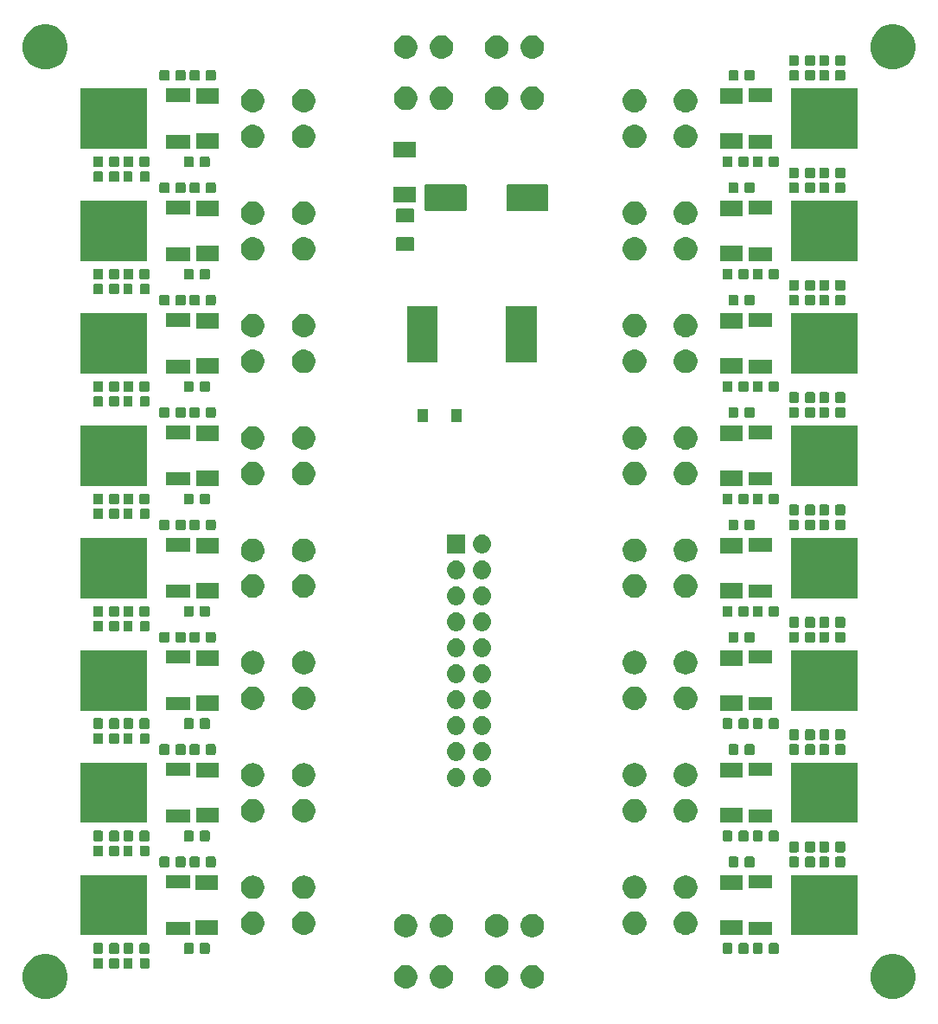
<source format=gbr>
G04 #@! TF.GenerationSoftware,KiCad,Pcbnew,(5.1.0)-1*
G04 #@! TF.CreationDate,2021-05-24T17:24:59+02:00*
G04 #@! TF.ProjectId,Magnetsteuerung,4d61676e-6574-4737-9465-756572756e67,rev?*
G04 #@! TF.SameCoordinates,Original*
G04 #@! TF.FileFunction,Soldermask,Top*
G04 #@! TF.FilePolarity,Negative*
%FSLAX46Y46*%
G04 Gerber Fmt 4.6, Leading zero omitted, Abs format (unit mm)*
G04 Created by KiCad (PCBNEW (5.1.0)-1) date 2021-05-24 17:24:59*
%MOMM*%
%LPD*%
G04 APERTURE LIST*
%ADD10C,0.100000*%
G04 APERTURE END LIST*
D10*
G36*
X177142007Y-124383582D02*
G01*
X177542563Y-124549498D01*
X177542565Y-124549499D01*
X177903056Y-124790371D01*
X178209629Y-125096944D01*
X178378047Y-125349000D01*
X178450502Y-125457437D01*
X178616418Y-125857993D01*
X178701000Y-126283219D01*
X178701000Y-126716781D01*
X178616418Y-127142007D01*
X178459846Y-127520004D01*
X178450501Y-127542565D01*
X178209629Y-127903056D01*
X177903056Y-128209629D01*
X177542565Y-128450501D01*
X177542564Y-128450502D01*
X177542563Y-128450502D01*
X177142007Y-128616418D01*
X176716781Y-128701000D01*
X176283219Y-128701000D01*
X175857993Y-128616418D01*
X175457437Y-128450502D01*
X175457436Y-128450502D01*
X175457435Y-128450501D01*
X175096944Y-128209629D01*
X174790371Y-127903056D01*
X174549499Y-127542565D01*
X174540154Y-127520004D01*
X174383582Y-127142007D01*
X174299000Y-126716781D01*
X174299000Y-126283219D01*
X174383582Y-125857993D01*
X174549498Y-125457437D01*
X174621953Y-125349000D01*
X174790371Y-125096944D01*
X175096944Y-124790371D01*
X175457435Y-124549499D01*
X175457437Y-124549498D01*
X175857993Y-124383582D01*
X176283219Y-124299000D01*
X176716781Y-124299000D01*
X177142007Y-124383582D01*
X177142007Y-124383582D01*
G37*
G36*
X94142007Y-124383582D02*
G01*
X94542563Y-124549498D01*
X94542565Y-124549499D01*
X94903056Y-124790371D01*
X95209629Y-125096944D01*
X95378047Y-125349000D01*
X95450502Y-125457437D01*
X95616418Y-125857993D01*
X95701000Y-126283219D01*
X95701000Y-126716781D01*
X95616418Y-127142007D01*
X95459846Y-127520004D01*
X95450501Y-127542565D01*
X95209629Y-127903056D01*
X94903056Y-128209629D01*
X94542565Y-128450501D01*
X94542564Y-128450502D01*
X94542563Y-128450502D01*
X94142007Y-128616418D01*
X93716781Y-128701000D01*
X93283219Y-128701000D01*
X92857993Y-128616418D01*
X92457437Y-128450502D01*
X92457436Y-128450502D01*
X92457435Y-128450501D01*
X92096944Y-128209629D01*
X91790371Y-127903056D01*
X91549499Y-127542565D01*
X91540154Y-127520004D01*
X91383582Y-127142007D01*
X91299000Y-126716781D01*
X91299000Y-126283219D01*
X91383582Y-125857993D01*
X91549498Y-125457437D01*
X91621953Y-125349000D01*
X91790371Y-125096944D01*
X92096944Y-124790371D01*
X92457435Y-124549499D01*
X92457437Y-124549498D01*
X92857993Y-124383582D01*
X93283219Y-124299000D01*
X93716781Y-124299000D01*
X94142007Y-124383582D01*
X94142007Y-124383582D01*
G37*
G36*
X129024549Y-125371116D02*
G01*
X129135734Y-125393232D01*
X129345203Y-125479997D01*
X129533720Y-125605960D01*
X129694040Y-125766280D01*
X129820003Y-125954797D01*
X129906768Y-126164266D01*
X129951000Y-126386636D01*
X129951000Y-126613364D01*
X129906768Y-126835734D01*
X129820003Y-127045203D01*
X129694040Y-127233720D01*
X129533720Y-127394040D01*
X129345203Y-127520003D01*
X129135734Y-127606768D01*
X129024549Y-127628884D01*
X128913365Y-127651000D01*
X128686635Y-127651000D01*
X128575451Y-127628884D01*
X128464266Y-127606768D01*
X128254797Y-127520003D01*
X128066280Y-127394040D01*
X127905960Y-127233720D01*
X127779997Y-127045203D01*
X127693232Y-126835734D01*
X127649000Y-126613364D01*
X127649000Y-126386636D01*
X127693232Y-126164266D01*
X127779997Y-125954797D01*
X127905960Y-125766280D01*
X128066280Y-125605960D01*
X128254797Y-125479997D01*
X128464266Y-125393232D01*
X128575451Y-125371116D01*
X128686635Y-125349000D01*
X128913365Y-125349000D01*
X129024549Y-125371116D01*
X129024549Y-125371116D01*
G37*
G36*
X132524549Y-125371116D02*
G01*
X132635734Y-125393232D01*
X132845203Y-125479997D01*
X133033720Y-125605960D01*
X133194040Y-125766280D01*
X133320003Y-125954797D01*
X133406768Y-126164266D01*
X133451000Y-126386636D01*
X133451000Y-126613364D01*
X133406768Y-126835734D01*
X133320003Y-127045203D01*
X133194040Y-127233720D01*
X133033720Y-127394040D01*
X132845203Y-127520003D01*
X132635734Y-127606768D01*
X132524549Y-127628884D01*
X132413365Y-127651000D01*
X132186635Y-127651000D01*
X132075451Y-127628884D01*
X131964266Y-127606768D01*
X131754797Y-127520003D01*
X131566280Y-127394040D01*
X131405960Y-127233720D01*
X131279997Y-127045203D01*
X131193232Y-126835734D01*
X131149000Y-126613364D01*
X131149000Y-126386636D01*
X131193232Y-126164266D01*
X131279997Y-125954797D01*
X131405960Y-125766280D01*
X131566280Y-125605960D01*
X131754797Y-125479997D01*
X131964266Y-125393232D01*
X132075451Y-125371116D01*
X132186635Y-125349000D01*
X132413365Y-125349000D01*
X132524549Y-125371116D01*
X132524549Y-125371116D01*
G37*
G36*
X137924549Y-125371116D02*
G01*
X138035734Y-125393232D01*
X138245203Y-125479997D01*
X138433720Y-125605960D01*
X138594040Y-125766280D01*
X138720003Y-125954797D01*
X138806768Y-126164266D01*
X138851000Y-126386636D01*
X138851000Y-126613364D01*
X138806768Y-126835734D01*
X138720003Y-127045203D01*
X138594040Y-127233720D01*
X138433720Y-127394040D01*
X138245203Y-127520003D01*
X138035734Y-127606768D01*
X137924549Y-127628884D01*
X137813365Y-127651000D01*
X137586635Y-127651000D01*
X137475451Y-127628884D01*
X137364266Y-127606768D01*
X137154797Y-127520003D01*
X136966280Y-127394040D01*
X136805960Y-127233720D01*
X136679997Y-127045203D01*
X136593232Y-126835734D01*
X136549000Y-126613364D01*
X136549000Y-126386636D01*
X136593232Y-126164266D01*
X136679997Y-125954797D01*
X136805960Y-125766280D01*
X136966280Y-125605960D01*
X137154797Y-125479997D01*
X137364266Y-125393232D01*
X137475451Y-125371116D01*
X137586635Y-125349000D01*
X137813365Y-125349000D01*
X137924549Y-125371116D01*
X137924549Y-125371116D01*
G37*
G36*
X141424549Y-125371116D02*
G01*
X141535734Y-125393232D01*
X141745203Y-125479997D01*
X141933720Y-125605960D01*
X142094040Y-125766280D01*
X142220003Y-125954797D01*
X142306768Y-126164266D01*
X142351000Y-126386636D01*
X142351000Y-126613364D01*
X142306768Y-126835734D01*
X142220003Y-127045203D01*
X142094040Y-127233720D01*
X141933720Y-127394040D01*
X141745203Y-127520003D01*
X141535734Y-127606768D01*
X141424549Y-127628884D01*
X141313365Y-127651000D01*
X141086635Y-127651000D01*
X140975451Y-127628884D01*
X140864266Y-127606768D01*
X140654797Y-127520003D01*
X140466280Y-127394040D01*
X140305960Y-127233720D01*
X140179997Y-127045203D01*
X140093232Y-126835734D01*
X140049000Y-126613364D01*
X140049000Y-126386636D01*
X140093232Y-126164266D01*
X140179997Y-125954797D01*
X140305960Y-125766280D01*
X140466280Y-125605960D01*
X140654797Y-125479997D01*
X140864266Y-125393232D01*
X140975451Y-125371116D01*
X141086635Y-125349000D01*
X141313365Y-125349000D01*
X141424549Y-125371116D01*
X141424549Y-125371116D01*
G37*
G36*
X100579591Y-124668085D02*
G01*
X100613569Y-124678393D01*
X100644890Y-124695134D01*
X100672339Y-124717661D01*
X100694866Y-124745110D01*
X100711607Y-124776431D01*
X100721915Y-124810409D01*
X100726000Y-124851890D01*
X100726000Y-125528110D01*
X100721915Y-125569591D01*
X100711607Y-125603569D01*
X100694866Y-125634890D01*
X100672339Y-125662339D01*
X100644890Y-125684866D01*
X100613569Y-125701607D01*
X100579591Y-125711915D01*
X100538110Y-125716000D01*
X99936890Y-125716000D01*
X99895409Y-125711915D01*
X99861431Y-125701607D01*
X99830110Y-125684866D01*
X99802661Y-125662339D01*
X99780134Y-125634890D01*
X99763393Y-125603569D01*
X99753085Y-125569591D01*
X99749000Y-125528110D01*
X99749000Y-124851890D01*
X99753085Y-124810409D01*
X99763393Y-124776431D01*
X99780134Y-124745110D01*
X99802661Y-124717661D01*
X99830110Y-124695134D01*
X99861431Y-124678393D01*
X99895409Y-124668085D01*
X99936890Y-124664000D01*
X100538110Y-124664000D01*
X100579591Y-124668085D01*
X100579591Y-124668085D01*
G37*
G36*
X99004591Y-124668085D02*
G01*
X99038569Y-124678393D01*
X99069890Y-124695134D01*
X99097339Y-124717661D01*
X99119866Y-124745110D01*
X99136607Y-124776431D01*
X99146915Y-124810409D01*
X99151000Y-124851890D01*
X99151000Y-125528110D01*
X99146915Y-125569591D01*
X99136607Y-125603569D01*
X99119866Y-125634890D01*
X99097339Y-125662339D01*
X99069890Y-125684866D01*
X99038569Y-125701607D01*
X99004591Y-125711915D01*
X98963110Y-125716000D01*
X98361890Y-125716000D01*
X98320409Y-125711915D01*
X98286431Y-125701607D01*
X98255110Y-125684866D01*
X98227661Y-125662339D01*
X98205134Y-125634890D01*
X98188393Y-125603569D01*
X98178085Y-125569591D01*
X98174000Y-125528110D01*
X98174000Y-124851890D01*
X98178085Y-124810409D01*
X98188393Y-124776431D01*
X98205134Y-124745110D01*
X98227661Y-124717661D01*
X98255110Y-124695134D01*
X98286431Y-124678393D01*
X98320409Y-124668085D01*
X98361890Y-124664000D01*
X98963110Y-124664000D01*
X99004591Y-124668085D01*
X99004591Y-124668085D01*
G37*
G36*
X101904683Y-124667725D02*
G01*
X101935143Y-124676966D01*
X101963223Y-124691974D01*
X101987831Y-124712169D01*
X102008026Y-124736777D01*
X102023034Y-124764857D01*
X102032275Y-124795317D01*
X102036000Y-124833140D01*
X102036000Y-125546860D01*
X102032275Y-125584683D01*
X102023034Y-125615143D01*
X102008026Y-125643223D01*
X101987831Y-125667831D01*
X101963223Y-125688026D01*
X101935143Y-125703034D01*
X101904683Y-125712275D01*
X101866860Y-125716000D01*
X101303140Y-125716000D01*
X101265317Y-125712275D01*
X101234857Y-125703034D01*
X101206777Y-125688026D01*
X101182169Y-125667831D01*
X101161974Y-125643223D01*
X101146966Y-125615143D01*
X101137725Y-125584683D01*
X101134000Y-125546860D01*
X101134000Y-124833140D01*
X101137725Y-124795317D01*
X101146966Y-124764857D01*
X101161974Y-124736777D01*
X101182169Y-124712169D01*
X101206777Y-124691974D01*
X101234857Y-124676966D01*
X101265317Y-124667725D01*
X101303140Y-124664000D01*
X101866860Y-124664000D01*
X101904683Y-124667725D01*
X101904683Y-124667725D01*
G37*
G36*
X103554683Y-124667725D02*
G01*
X103585143Y-124676966D01*
X103613223Y-124691974D01*
X103637831Y-124712169D01*
X103658026Y-124736777D01*
X103673034Y-124764857D01*
X103682275Y-124795317D01*
X103686000Y-124833140D01*
X103686000Y-125546860D01*
X103682275Y-125584683D01*
X103673034Y-125615143D01*
X103658026Y-125643223D01*
X103637831Y-125667831D01*
X103613223Y-125688026D01*
X103585143Y-125703034D01*
X103554683Y-125712275D01*
X103516860Y-125716000D01*
X102953140Y-125716000D01*
X102915317Y-125712275D01*
X102884857Y-125703034D01*
X102856777Y-125688026D01*
X102832169Y-125667831D01*
X102811974Y-125643223D01*
X102796966Y-125615143D01*
X102787725Y-125584683D01*
X102784000Y-125546860D01*
X102784000Y-124833140D01*
X102787725Y-124795317D01*
X102796966Y-124764857D01*
X102811974Y-124736777D01*
X102832169Y-124712169D01*
X102856777Y-124691974D01*
X102884857Y-124676966D01*
X102915317Y-124667725D01*
X102953140Y-124664000D01*
X103516860Y-124664000D01*
X103554683Y-124667725D01*
X103554683Y-124667725D01*
G37*
G36*
X162219591Y-123208085D02*
G01*
X162253569Y-123218393D01*
X162284890Y-123235134D01*
X162312339Y-123257661D01*
X162334866Y-123285110D01*
X162351607Y-123316431D01*
X162361915Y-123350409D01*
X162366000Y-123391890D01*
X162366000Y-124068110D01*
X162361915Y-124109591D01*
X162351607Y-124143569D01*
X162334866Y-124174890D01*
X162312339Y-124202339D01*
X162284890Y-124224866D01*
X162253569Y-124241607D01*
X162219591Y-124251915D01*
X162178110Y-124256000D01*
X161576890Y-124256000D01*
X161535409Y-124251915D01*
X161501431Y-124241607D01*
X161470110Y-124224866D01*
X161442661Y-124202339D01*
X161420134Y-124174890D01*
X161403393Y-124143569D01*
X161393085Y-124109591D01*
X161389000Y-124068110D01*
X161389000Y-123391890D01*
X161393085Y-123350409D01*
X161403393Y-123316431D01*
X161420134Y-123285110D01*
X161442661Y-123257661D01*
X161470110Y-123235134D01*
X161501431Y-123218393D01*
X161535409Y-123208085D01*
X161576890Y-123204000D01*
X162178110Y-123204000D01*
X162219591Y-123208085D01*
X162219591Y-123208085D01*
G37*
G36*
X103539591Y-123208085D02*
G01*
X103573569Y-123218393D01*
X103604890Y-123235134D01*
X103632339Y-123257661D01*
X103654866Y-123285110D01*
X103671607Y-123316431D01*
X103681915Y-123350409D01*
X103686000Y-123391890D01*
X103686000Y-124068110D01*
X103681915Y-124109591D01*
X103671607Y-124143569D01*
X103654866Y-124174890D01*
X103632339Y-124202339D01*
X103604890Y-124224866D01*
X103573569Y-124241607D01*
X103539591Y-124251915D01*
X103498110Y-124256000D01*
X102896890Y-124256000D01*
X102855409Y-124251915D01*
X102821431Y-124241607D01*
X102790110Y-124224866D01*
X102762661Y-124202339D01*
X102740134Y-124174890D01*
X102723393Y-124143569D01*
X102713085Y-124109591D01*
X102709000Y-124068110D01*
X102709000Y-123391890D01*
X102713085Y-123350409D01*
X102723393Y-123316431D01*
X102740134Y-123285110D01*
X102762661Y-123257661D01*
X102790110Y-123235134D01*
X102821431Y-123218393D01*
X102855409Y-123208085D01*
X102896890Y-123204000D01*
X103498110Y-123204000D01*
X103539591Y-123208085D01*
X103539591Y-123208085D01*
G37*
G36*
X101964591Y-123208085D02*
G01*
X101998569Y-123218393D01*
X102029890Y-123235134D01*
X102057339Y-123257661D01*
X102079866Y-123285110D01*
X102096607Y-123316431D01*
X102106915Y-123350409D01*
X102111000Y-123391890D01*
X102111000Y-124068110D01*
X102106915Y-124109591D01*
X102096607Y-124143569D01*
X102079866Y-124174890D01*
X102057339Y-124202339D01*
X102029890Y-124224866D01*
X101998569Y-124241607D01*
X101964591Y-124251915D01*
X101923110Y-124256000D01*
X101321890Y-124256000D01*
X101280409Y-124251915D01*
X101246431Y-124241607D01*
X101215110Y-124224866D01*
X101187661Y-124202339D01*
X101165134Y-124174890D01*
X101148393Y-124143569D01*
X101138085Y-124109591D01*
X101134000Y-124068110D01*
X101134000Y-123391890D01*
X101138085Y-123350409D01*
X101148393Y-123316431D01*
X101165134Y-123285110D01*
X101187661Y-123257661D01*
X101215110Y-123235134D01*
X101246431Y-123218393D01*
X101280409Y-123208085D01*
X101321890Y-123204000D01*
X101923110Y-123204000D01*
X101964591Y-123208085D01*
X101964591Y-123208085D01*
G37*
G36*
X100579591Y-123208085D02*
G01*
X100613569Y-123218393D01*
X100644890Y-123235134D01*
X100672339Y-123257661D01*
X100694866Y-123285110D01*
X100711607Y-123316431D01*
X100721915Y-123350409D01*
X100726000Y-123391890D01*
X100726000Y-124068110D01*
X100721915Y-124109591D01*
X100711607Y-124143569D01*
X100694866Y-124174890D01*
X100672339Y-124202339D01*
X100644890Y-124224866D01*
X100613569Y-124241607D01*
X100579591Y-124251915D01*
X100538110Y-124256000D01*
X99936890Y-124256000D01*
X99895409Y-124251915D01*
X99861431Y-124241607D01*
X99830110Y-124224866D01*
X99802661Y-124202339D01*
X99780134Y-124174890D01*
X99763393Y-124143569D01*
X99753085Y-124109591D01*
X99749000Y-124068110D01*
X99749000Y-123391890D01*
X99753085Y-123350409D01*
X99763393Y-123316431D01*
X99780134Y-123285110D01*
X99802661Y-123257661D01*
X99830110Y-123235134D01*
X99861431Y-123218393D01*
X99895409Y-123208085D01*
X99936890Y-123204000D01*
X100538110Y-123204000D01*
X100579591Y-123208085D01*
X100579591Y-123208085D01*
G37*
G36*
X99004591Y-123208085D02*
G01*
X99038569Y-123218393D01*
X99069890Y-123235134D01*
X99097339Y-123257661D01*
X99119866Y-123285110D01*
X99136607Y-123316431D01*
X99146915Y-123350409D01*
X99151000Y-123391890D01*
X99151000Y-124068110D01*
X99146915Y-124109591D01*
X99136607Y-124143569D01*
X99119866Y-124174890D01*
X99097339Y-124202339D01*
X99069890Y-124224866D01*
X99038569Y-124241607D01*
X99004591Y-124251915D01*
X98963110Y-124256000D01*
X98361890Y-124256000D01*
X98320409Y-124251915D01*
X98286431Y-124241607D01*
X98255110Y-124224866D01*
X98227661Y-124202339D01*
X98205134Y-124174890D01*
X98188393Y-124143569D01*
X98178085Y-124109591D01*
X98174000Y-124068110D01*
X98174000Y-123391890D01*
X98178085Y-123350409D01*
X98188393Y-123316431D01*
X98205134Y-123285110D01*
X98227661Y-123257661D01*
X98255110Y-123235134D01*
X98286431Y-123218393D01*
X98320409Y-123208085D01*
X98361890Y-123204000D01*
X98963110Y-123204000D01*
X99004591Y-123208085D01*
X99004591Y-123208085D01*
G37*
G36*
X165179591Y-123208085D02*
G01*
X165213569Y-123218393D01*
X165244890Y-123235134D01*
X165272339Y-123257661D01*
X165294866Y-123285110D01*
X165311607Y-123316431D01*
X165321915Y-123350409D01*
X165326000Y-123391890D01*
X165326000Y-124068110D01*
X165321915Y-124109591D01*
X165311607Y-124143569D01*
X165294866Y-124174890D01*
X165272339Y-124202339D01*
X165244890Y-124224866D01*
X165213569Y-124241607D01*
X165179591Y-124251915D01*
X165138110Y-124256000D01*
X164536890Y-124256000D01*
X164495409Y-124251915D01*
X164461431Y-124241607D01*
X164430110Y-124224866D01*
X164402661Y-124202339D01*
X164380134Y-124174890D01*
X164363393Y-124143569D01*
X164353085Y-124109591D01*
X164349000Y-124068110D01*
X164349000Y-123391890D01*
X164353085Y-123350409D01*
X164363393Y-123316431D01*
X164380134Y-123285110D01*
X164402661Y-123257661D01*
X164430110Y-123235134D01*
X164461431Y-123218393D01*
X164495409Y-123208085D01*
X164536890Y-123204000D01*
X165138110Y-123204000D01*
X165179591Y-123208085D01*
X165179591Y-123208085D01*
G37*
G36*
X163604591Y-123208085D02*
G01*
X163638569Y-123218393D01*
X163669890Y-123235134D01*
X163697339Y-123257661D01*
X163719866Y-123285110D01*
X163736607Y-123316431D01*
X163746915Y-123350409D01*
X163751000Y-123391890D01*
X163751000Y-124068110D01*
X163746915Y-124109591D01*
X163736607Y-124143569D01*
X163719866Y-124174890D01*
X163697339Y-124202339D01*
X163669890Y-124224866D01*
X163638569Y-124241607D01*
X163604591Y-124251915D01*
X163563110Y-124256000D01*
X162961890Y-124256000D01*
X162920409Y-124251915D01*
X162886431Y-124241607D01*
X162855110Y-124224866D01*
X162827661Y-124202339D01*
X162805134Y-124174890D01*
X162788393Y-124143569D01*
X162778085Y-124109591D01*
X162774000Y-124068110D01*
X162774000Y-123391890D01*
X162778085Y-123350409D01*
X162788393Y-123316431D01*
X162805134Y-123285110D01*
X162827661Y-123257661D01*
X162855110Y-123235134D01*
X162886431Y-123218393D01*
X162920409Y-123208085D01*
X162961890Y-123204000D01*
X163563110Y-123204000D01*
X163604591Y-123208085D01*
X163604591Y-123208085D01*
G37*
G36*
X160644591Y-123208085D02*
G01*
X160678569Y-123218393D01*
X160709890Y-123235134D01*
X160737339Y-123257661D01*
X160759866Y-123285110D01*
X160776607Y-123316431D01*
X160786915Y-123350409D01*
X160791000Y-123391890D01*
X160791000Y-124068110D01*
X160786915Y-124109591D01*
X160776607Y-124143569D01*
X160759866Y-124174890D01*
X160737339Y-124202339D01*
X160709890Y-124224866D01*
X160678569Y-124241607D01*
X160644591Y-124251915D01*
X160603110Y-124256000D01*
X160001890Y-124256000D01*
X159960409Y-124251915D01*
X159926431Y-124241607D01*
X159895110Y-124224866D01*
X159867661Y-124202339D01*
X159845134Y-124174890D01*
X159828393Y-124143569D01*
X159818085Y-124109591D01*
X159814000Y-124068110D01*
X159814000Y-123391890D01*
X159818085Y-123350409D01*
X159828393Y-123316431D01*
X159845134Y-123285110D01*
X159867661Y-123257661D01*
X159895110Y-123235134D01*
X159926431Y-123218393D01*
X159960409Y-123208085D01*
X160001890Y-123204000D01*
X160603110Y-123204000D01*
X160644591Y-123208085D01*
X160644591Y-123208085D01*
G37*
G36*
X109459591Y-123208085D02*
G01*
X109493569Y-123218393D01*
X109524890Y-123235134D01*
X109552339Y-123257661D01*
X109574866Y-123285110D01*
X109591607Y-123316431D01*
X109601915Y-123350409D01*
X109606000Y-123391890D01*
X109606000Y-124068110D01*
X109601915Y-124109591D01*
X109591607Y-124143569D01*
X109574866Y-124174890D01*
X109552339Y-124202339D01*
X109524890Y-124224866D01*
X109493569Y-124241607D01*
X109459591Y-124251915D01*
X109418110Y-124256000D01*
X108816890Y-124256000D01*
X108775409Y-124251915D01*
X108741431Y-124241607D01*
X108710110Y-124224866D01*
X108682661Y-124202339D01*
X108660134Y-124174890D01*
X108643393Y-124143569D01*
X108633085Y-124109591D01*
X108629000Y-124068110D01*
X108629000Y-123391890D01*
X108633085Y-123350409D01*
X108643393Y-123316431D01*
X108660134Y-123285110D01*
X108682661Y-123257661D01*
X108710110Y-123235134D01*
X108741431Y-123218393D01*
X108775409Y-123208085D01*
X108816890Y-123204000D01*
X109418110Y-123204000D01*
X109459591Y-123208085D01*
X109459591Y-123208085D01*
G37*
G36*
X107884591Y-123208085D02*
G01*
X107918569Y-123218393D01*
X107949890Y-123235134D01*
X107977339Y-123257661D01*
X107999866Y-123285110D01*
X108016607Y-123316431D01*
X108026915Y-123350409D01*
X108031000Y-123391890D01*
X108031000Y-124068110D01*
X108026915Y-124109591D01*
X108016607Y-124143569D01*
X107999866Y-124174890D01*
X107977339Y-124202339D01*
X107949890Y-124224866D01*
X107918569Y-124241607D01*
X107884591Y-124251915D01*
X107843110Y-124256000D01*
X107241890Y-124256000D01*
X107200409Y-124251915D01*
X107166431Y-124241607D01*
X107135110Y-124224866D01*
X107107661Y-124202339D01*
X107085134Y-124174890D01*
X107068393Y-124143569D01*
X107058085Y-124109591D01*
X107054000Y-124068110D01*
X107054000Y-123391890D01*
X107058085Y-123350409D01*
X107068393Y-123316431D01*
X107085134Y-123285110D01*
X107107661Y-123257661D01*
X107135110Y-123235134D01*
X107166431Y-123218393D01*
X107200409Y-123208085D01*
X107241890Y-123204000D01*
X107843110Y-123204000D01*
X107884591Y-123208085D01*
X107884591Y-123208085D01*
G37*
G36*
X129024549Y-120371116D02*
G01*
X129135734Y-120393232D01*
X129345203Y-120479997D01*
X129533720Y-120605960D01*
X129694040Y-120766280D01*
X129820003Y-120954797D01*
X129906768Y-121164266D01*
X129951000Y-121386636D01*
X129951000Y-121613364D01*
X129906768Y-121835734D01*
X129820003Y-122045203D01*
X129694040Y-122233720D01*
X129533720Y-122394040D01*
X129345203Y-122520003D01*
X129135734Y-122606768D01*
X129024549Y-122628884D01*
X128913365Y-122651000D01*
X128686635Y-122651000D01*
X128575451Y-122628884D01*
X128464266Y-122606768D01*
X128254797Y-122520003D01*
X128066280Y-122394040D01*
X127905960Y-122233720D01*
X127779997Y-122045203D01*
X127693232Y-121835734D01*
X127649000Y-121613364D01*
X127649000Y-121386636D01*
X127693232Y-121164266D01*
X127779997Y-120954797D01*
X127905960Y-120766280D01*
X128066280Y-120605960D01*
X128254797Y-120479997D01*
X128464266Y-120393232D01*
X128575451Y-120371116D01*
X128686635Y-120349000D01*
X128913365Y-120349000D01*
X129024549Y-120371116D01*
X129024549Y-120371116D01*
G37*
G36*
X132524549Y-120371116D02*
G01*
X132635734Y-120393232D01*
X132845203Y-120479997D01*
X133033720Y-120605960D01*
X133194040Y-120766280D01*
X133320003Y-120954797D01*
X133406768Y-121164266D01*
X133451000Y-121386636D01*
X133451000Y-121613364D01*
X133406768Y-121835734D01*
X133320003Y-122045203D01*
X133194040Y-122233720D01*
X133033720Y-122394040D01*
X132845203Y-122520003D01*
X132635734Y-122606768D01*
X132524549Y-122628884D01*
X132413365Y-122651000D01*
X132186635Y-122651000D01*
X132075451Y-122628884D01*
X131964266Y-122606768D01*
X131754797Y-122520003D01*
X131566280Y-122394040D01*
X131405960Y-122233720D01*
X131279997Y-122045203D01*
X131193232Y-121835734D01*
X131149000Y-121613364D01*
X131149000Y-121386636D01*
X131193232Y-121164266D01*
X131279997Y-120954797D01*
X131405960Y-120766280D01*
X131566280Y-120605960D01*
X131754797Y-120479997D01*
X131964266Y-120393232D01*
X132075451Y-120371116D01*
X132186635Y-120349000D01*
X132413365Y-120349000D01*
X132524549Y-120371116D01*
X132524549Y-120371116D01*
G37*
G36*
X137924549Y-120371116D02*
G01*
X138035734Y-120393232D01*
X138245203Y-120479997D01*
X138433720Y-120605960D01*
X138594040Y-120766280D01*
X138720003Y-120954797D01*
X138806768Y-121164266D01*
X138851000Y-121386636D01*
X138851000Y-121613364D01*
X138806768Y-121835734D01*
X138720003Y-122045203D01*
X138594040Y-122233720D01*
X138433720Y-122394040D01*
X138245203Y-122520003D01*
X138035734Y-122606768D01*
X137924549Y-122628884D01*
X137813365Y-122651000D01*
X137586635Y-122651000D01*
X137475451Y-122628884D01*
X137364266Y-122606768D01*
X137154797Y-122520003D01*
X136966280Y-122394040D01*
X136805960Y-122233720D01*
X136679997Y-122045203D01*
X136593232Y-121835734D01*
X136549000Y-121613364D01*
X136549000Y-121386636D01*
X136593232Y-121164266D01*
X136679997Y-120954797D01*
X136805960Y-120766280D01*
X136966280Y-120605960D01*
X137154797Y-120479997D01*
X137364266Y-120393232D01*
X137475451Y-120371116D01*
X137586635Y-120349000D01*
X137813365Y-120349000D01*
X137924549Y-120371116D01*
X137924549Y-120371116D01*
G37*
G36*
X141424549Y-120371116D02*
G01*
X141535734Y-120393232D01*
X141745203Y-120479997D01*
X141933720Y-120605960D01*
X142094040Y-120766280D01*
X142220003Y-120954797D01*
X142306768Y-121164266D01*
X142351000Y-121386636D01*
X142351000Y-121613364D01*
X142306768Y-121835734D01*
X142220003Y-122045203D01*
X142094040Y-122233720D01*
X141933720Y-122394040D01*
X141745203Y-122520003D01*
X141535734Y-122606768D01*
X141424549Y-122628884D01*
X141313365Y-122651000D01*
X141086635Y-122651000D01*
X140975451Y-122628884D01*
X140864266Y-122606768D01*
X140654797Y-122520003D01*
X140466280Y-122394040D01*
X140305960Y-122233720D01*
X140179997Y-122045203D01*
X140093232Y-121835734D01*
X140049000Y-121613364D01*
X140049000Y-121386636D01*
X140093232Y-121164266D01*
X140179997Y-120954797D01*
X140305960Y-120766280D01*
X140466280Y-120605960D01*
X140654797Y-120479997D01*
X140864266Y-120393232D01*
X140975451Y-120371116D01*
X141086635Y-120349000D01*
X141313365Y-120349000D01*
X141424549Y-120371116D01*
X141424549Y-120371116D01*
G37*
G36*
X161801000Y-122451000D02*
G01*
X159599000Y-122451000D01*
X159599000Y-120949000D01*
X161801000Y-120949000D01*
X161801000Y-122451000D01*
X161801000Y-122451000D01*
G37*
G36*
X173051000Y-122451000D02*
G01*
X166549000Y-122451000D01*
X166549000Y-116549000D01*
X173051000Y-116549000D01*
X173051000Y-122451000D01*
X173051000Y-122451000D01*
G37*
G36*
X103451000Y-122451000D02*
G01*
X96949000Y-122451000D01*
X96949000Y-116549000D01*
X103451000Y-116549000D01*
X103451000Y-122451000D01*
X103451000Y-122451000D01*
G37*
G36*
X110401000Y-122451000D02*
G01*
X108199000Y-122451000D01*
X108199000Y-120949000D01*
X110401000Y-120949000D01*
X110401000Y-122451000D01*
X110401000Y-122451000D01*
G37*
G36*
X107651000Y-122431000D02*
G01*
X105349000Y-122431000D01*
X105349000Y-121129000D01*
X107651000Y-121129000D01*
X107651000Y-122431000D01*
X107651000Y-122431000D01*
G37*
G36*
X164651000Y-122431000D02*
G01*
X162349000Y-122431000D01*
X162349000Y-121129000D01*
X164651000Y-121129000D01*
X164651000Y-122431000D01*
X164651000Y-122431000D01*
G37*
G36*
X114024549Y-120121116D02*
G01*
X114135734Y-120143232D01*
X114345203Y-120229997D01*
X114533720Y-120355960D01*
X114694040Y-120516280D01*
X114820003Y-120704797D01*
X114906768Y-120914266D01*
X114951000Y-121136636D01*
X114951000Y-121363364D01*
X114906768Y-121585734D01*
X114820003Y-121795203D01*
X114694040Y-121983720D01*
X114533720Y-122144040D01*
X114345203Y-122270003D01*
X114135734Y-122356768D01*
X114024549Y-122378884D01*
X113913365Y-122401000D01*
X113686635Y-122401000D01*
X113575451Y-122378884D01*
X113464266Y-122356768D01*
X113254797Y-122270003D01*
X113066280Y-122144040D01*
X112905960Y-121983720D01*
X112779997Y-121795203D01*
X112693232Y-121585734D01*
X112649000Y-121363364D01*
X112649000Y-121136636D01*
X112693232Y-120914266D01*
X112779997Y-120704797D01*
X112905960Y-120516280D01*
X113066280Y-120355960D01*
X113254797Y-120229997D01*
X113464266Y-120143232D01*
X113575451Y-120121116D01*
X113686635Y-120099000D01*
X113913365Y-120099000D01*
X114024549Y-120121116D01*
X114024549Y-120121116D01*
G37*
G36*
X156424549Y-120121116D02*
G01*
X156535734Y-120143232D01*
X156745203Y-120229997D01*
X156933720Y-120355960D01*
X157094040Y-120516280D01*
X157220003Y-120704797D01*
X157306768Y-120914266D01*
X157351000Y-121136636D01*
X157351000Y-121363364D01*
X157306768Y-121585734D01*
X157220003Y-121795203D01*
X157094040Y-121983720D01*
X156933720Y-122144040D01*
X156745203Y-122270003D01*
X156535734Y-122356768D01*
X156424549Y-122378884D01*
X156313365Y-122401000D01*
X156086635Y-122401000D01*
X155975451Y-122378884D01*
X155864266Y-122356768D01*
X155654797Y-122270003D01*
X155466280Y-122144040D01*
X155305960Y-121983720D01*
X155179997Y-121795203D01*
X155093232Y-121585734D01*
X155049000Y-121363364D01*
X155049000Y-121136636D01*
X155093232Y-120914266D01*
X155179997Y-120704797D01*
X155305960Y-120516280D01*
X155466280Y-120355960D01*
X155654797Y-120229997D01*
X155864266Y-120143232D01*
X155975451Y-120121116D01*
X156086635Y-120099000D01*
X156313365Y-120099000D01*
X156424549Y-120121116D01*
X156424549Y-120121116D01*
G37*
G36*
X151424549Y-120121116D02*
G01*
X151535734Y-120143232D01*
X151745203Y-120229997D01*
X151933720Y-120355960D01*
X152094040Y-120516280D01*
X152220003Y-120704797D01*
X152306768Y-120914266D01*
X152351000Y-121136636D01*
X152351000Y-121363364D01*
X152306768Y-121585734D01*
X152220003Y-121795203D01*
X152094040Y-121983720D01*
X151933720Y-122144040D01*
X151745203Y-122270003D01*
X151535734Y-122356768D01*
X151424549Y-122378884D01*
X151313365Y-122401000D01*
X151086635Y-122401000D01*
X150975451Y-122378884D01*
X150864266Y-122356768D01*
X150654797Y-122270003D01*
X150466280Y-122144040D01*
X150305960Y-121983720D01*
X150179997Y-121795203D01*
X150093232Y-121585734D01*
X150049000Y-121363364D01*
X150049000Y-121136636D01*
X150093232Y-120914266D01*
X150179997Y-120704797D01*
X150305960Y-120516280D01*
X150466280Y-120355960D01*
X150654797Y-120229997D01*
X150864266Y-120143232D01*
X150975451Y-120121116D01*
X151086635Y-120099000D01*
X151313365Y-120099000D01*
X151424549Y-120121116D01*
X151424549Y-120121116D01*
G37*
G36*
X119024549Y-120121116D02*
G01*
X119135734Y-120143232D01*
X119345203Y-120229997D01*
X119533720Y-120355960D01*
X119694040Y-120516280D01*
X119820003Y-120704797D01*
X119906768Y-120914266D01*
X119951000Y-121136636D01*
X119951000Y-121363364D01*
X119906768Y-121585734D01*
X119820003Y-121795203D01*
X119694040Y-121983720D01*
X119533720Y-122144040D01*
X119345203Y-122270003D01*
X119135734Y-122356768D01*
X119024549Y-122378884D01*
X118913365Y-122401000D01*
X118686635Y-122401000D01*
X118575451Y-122378884D01*
X118464266Y-122356768D01*
X118254797Y-122270003D01*
X118066280Y-122144040D01*
X117905960Y-121983720D01*
X117779997Y-121795203D01*
X117693232Y-121585734D01*
X117649000Y-121363364D01*
X117649000Y-121136636D01*
X117693232Y-120914266D01*
X117779997Y-120704797D01*
X117905960Y-120516280D01*
X118066280Y-120355960D01*
X118254797Y-120229997D01*
X118464266Y-120143232D01*
X118575451Y-120121116D01*
X118686635Y-120099000D01*
X118913365Y-120099000D01*
X119024549Y-120121116D01*
X119024549Y-120121116D01*
G37*
G36*
X156424549Y-116621116D02*
G01*
X156535734Y-116643232D01*
X156745203Y-116729997D01*
X156933720Y-116855960D01*
X157094040Y-117016280D01*
X157220003Y-117204797D01*
X157306768Y-117414266D01*
X157351000Y-117636636D01*
X157351000Y-117863364D01*
X157306768Y-118085734D01*
X157220003Y-118295203D01*
X157094040Y-118483720D01*
X156933720Y-118644040D01*
X156745203Y-118770003D01*
X156535734Y-118856768D01*
X156424549Y-118878884D01*
X156313365Y-118901000D01*
X156086635Y-118901000D01*
X155975451Y-118878884D01*
X155864266Y-118856768D01*
X155654797Y-118770003D01*
X155466280Y-118644040D01*
X155305960Y-118483720D01*
X155179997Y-118295203D01*
X155093232Y-118085734D01*
X155049000Y-117863364D01*
X155049000Y-117636636D01*
X155093232Y-117414266D01*
X155179997Y-117204797D01*
X155305960Y-117016280D01*
X155466280Y-116855960D01*
X155654797Y-116729997D01*
X155864266Y-116643232D01*
X155975451Y-116621116D01*
X156086635Y-116599000D01*
X156313365Y-116599000D01*
X156424549Y-116621116D01*
X156424549Y-116621116D01*
G37*
G36*
X151424549Y-116621116D02*
G01*
X151535734Y-116643232D01*
X151745203Y-116729997D01*
X151933720Y-116855960D01*
X152094040Y-117016280D01*
X152220003Y-117204797D01*
X152306768Y-117414266D01*
X152351000Y-117636636D01*
X152351000Y-117863364D01*
X152306768Y-118085734D01*
X152220003Y-118295203D01*
X152094040Y-118483720D01*
X151933720Y-118644040D01*
X151745203Y-118770003D01*
X151535734Y-118856768D01*
X151424549Y-118878884D01*
X151313365Y-118901000D01*
X151086635Y-118901000D01*
X150975451Y-118878884D01*
X150864266Y-118856768D01*
X150654797Y-118770003D01*
X150466280Y-118644040D01*
X150305960Y-118483720D01*
X150179997Y-118295203D01*
X150093232Y-118085734D01*
X150049000Y-117863364D01*
X150049000Y-117636636D01*
X150093232Y-117414266D01*
X150179997Y-117204797D01*
X150305960Y-117016280D01*
X150466280Y-116855960D01*
X150654797Y-116729997D01*
X150864266Y-116643232D01*
X150975451Y-116621116D01*
X151086635Y-116599000D01*
X151313365Y-116599000D01*
X151424549Y-116621116D01*
X151424549Y-116621116D01*
G37*
G36*
X114024549Y-116621116D02*
G01*
X114135734Y-116643232D01*
X114345203Y-116729997D01*
X114533720Y-116855960D01*
X114694040Y-117016280D01*
X114820003Y-117204797D01*
X114906768Y-117414266D01*
X114951000Y-117636636D01*
X114951000Y-117863364D01*
X114906768Y-118085734D01*
X114820003Y-118295203D01*
X114694040Y-118483720D01*
X114533720Y-118644040D01*
X114345203Y-118770003D01*
X114135734Y-118856768D01*
X114024549Y-118878884D01*
X113913365Y-118901000D01*
X113686635Y-118901000D01*
X113575451Y-118878884D01*
X113464266Y-118856768D01*
X113254797Y-118770003D01*
X113066280Y-118644040D01*
X112905960Y-118483720D01*
X112779997Y-118295203D01*
X112693232Y-118085734D01*
X112649000Y-117863364D01*
X112649000Y-117636636D01*
X112693232Y-117414266D01*
X112779997Y-117204797D01*
X112905960Y-117016280D01*
X113066280Y-116855960D01*
X113254797Y-116729997D01*
X113464266Y-116643232D01*
X113575451Y-116621116D01*
X113686635Y-116599000D01*
X113913365Y-116599000D01*
X114024549Y-116621116D01*
X114024549Y-116621116D01*
G37*
G36*
X119024549Y-116621116D02*
G01*
X119135734Y-116643232D01*
X119345203Y-116729997D01*
X119533720Y-116855960D01*
X119694040Y-117016280D01*
X119820003Y-117204797D01*
X119906768Y-117414266D01*
X119951000Y-117636636D01*
X119951000Y-117863364D01*
X119906768Y-118085734D01*
X119820003Y-118295203D01*
X119694040Y-118483720D01*
X119533720Y-118644040D01*
X119345203Y-118770003D01*
X119135734Y-118856768D01*
X119024549Y-118878884D01*
X118913365Y-118901000D01*
X118686635Y-118901000D01*
X118575451Y-118878884D01*
X118464266Y-118856768D01*
X118254797Y-118770003D01*
X118066280Y-118644040D01*
X117905960Y-118483720D01*
X117779997Y-118295203D01*
X117693232Y-118085734D01*
X117649000Y-117863364D01*
X117649000Y-117636636D01*
X117693232Y-117414266D01*
X117779997Y-117204797D01*
X117905960Y-117016280D01*
X118066280Y-116855960D01*
X118254797Y-116729997D01*
X118464266Y-116643232D01*
X118575451Y-116621116D01*
X118686635Y-116599000D01*
X118913365Y-116599000D01*
X119024549Y-116621116D01*
X119024549Y-116621116D01*
G37*
G36*
X161801000Y-118051000D02*
G01*
X159599000Y-118051000D01*
X159599000Y-116549000D01*
X161801000Y-116549000D01*
X161801000Y-118051000D01*
X161801000Y-118051000D01*
G37*
G36*
X110401000Y-118051000D02*
G01*
X108199000Y-118051000D01*
X108199000Y-116549000D01*
X110401000Y-116549000D01*
X110401000Y-118051000D01*
X110401000Y-118051000D01*
G37*
G36*
X107651000Y-117871000D02*
G01*
X105349000Y-117871000D01*
X105349000Y-116569000D01*
X107651000Y-116569000D01*
X107651000Y-117871000D01*
X107651000Y-117871000D01*
G37*
G36*
X164651000Y-117871000D02*
G01*
X162349000Y-117871000D01*
X162349000Y-116569000D01*
X164651000Y-116569000D01*
X164651000Y-117871000D01*
X164651000Y-117871000D01*
G37*
G36*
X170114591Y-114748085D02*
G01*
X170148569Y-114758393D01*
X170179890Y-114775134D01*
X170207339Y-114797661D01*
X170229866Y-114825110D01*
X170246607Y-114856431D01*
X170256915Y-114890409D01*
X170261000Y-114931890D01*
X170261000Y-115608110D01*
X170256915Y-115649591D01*
X170246607Y-115683569D01*
X170229866Y-115714890D01*
X170207339Y-115742339D01*
X170179890Y-115764866D01*
X170148569Y-115781607D01*
X170114591Y-115791915D01*
X170073110Y-115796000D01*
X169471890Y-115796000D01*
X169430409Y-115791915D01*
X169396431Y-115781607D01*
X169365110Y-115764866D01*
X169337661Y-115742339D01*
X169315134Y-115714890D01*
X169298393Y-115683569D01*
X169288085Y-115649591D01*
X169284000Y-115608110D01*
X169284000Y-114931890D01*
X169288085Y-114890409D01*
X169298393Y-114856431D01*
X169315134Y-114825110D01*
X169337661Y-114797661D01*
X169365110Y-114775134D01*
X169396431Y-114758393D01*
X169430409Y-114748085D01*
X169471890Y-114744000D01*
X170073110Y-114744000D01*
X170114591Y-114748085D01*
X170114591Y-114748085D01*
G37*
G36*
X171689591Y-114748085D02*
G01*
X171723569Y-114758393D01*
X171754890Y-114775134D01*
X171782339Y-114797661D01*
X171804866Y-114825110D01*
X171821607Y-114856431D01*
X171831915Y-114890409D01*
X171836000Y-114931890D01*
X171836000Y-115608110D01*
X171831915Y-115649591D01*
X171821607Y-115683569D01*
X171804866Y-115714890D01*
X171782339Y-115742339D01*
X171754890Y-115764866D01*
X171723569Y-115781607D01*
X171689591Y-115791915D01*
X171648110Y-115796000D01*
X171046890Y-115796000D01*
X171005409Y-115791915D01*
X170971431Y-115781607D01*
X170940110Y-115764866D01*
X170912661Y-115742339D01*
X170890134Y-115714890D01*
X170873393Y-115683569D01*
X170863085Y-115649591D01*
X170859000Y-115608110D01*
X170859000Y-114931890D01*
X170863085Y-114890409D01*
X170873393Y-114856431D01*
X170890134Y-114825110D01*
X170912661Y-114797661D01*
X170940110Y-114775134D01*
X170971431Y-114758393D01*
X171005409Y-114748085D01*
X171046890Y-114744000D01*
X171648110Y-114744000D01*
X171689591Y-114748085D01*
X171689591Y-114748085D01*
G37*
G36*
X162804591Y-114748085D02*
G01*
X162838569Y-114758393D01*
X162869890Y-114775134D01*
X162897339Y-114797661D01*
X162919866Y-114825110D01*
X162936607Y-114856431D01*
X162946915Y-114890409D01*
X162951000Y-114931890D01*
X162951000Y-115608110D01*
X162946915Y-115649591D01*
X162936607Y-115683569D01*
X162919866Y-115714890D01*
X162897339Y-115742339D01*
X162869890Y-115764866D01*
X162838569Y-115781607D01*
X162804591Y-115791915D01*
X162763110Y-115796000D01*
X162161890Y-115796000D01*
X162120409Y-115791915D01*
X162086431Y-115781607D01*
X162055110Y-115764866D01*
X162027661Y-115742339D01*
X162005134Y-115714890D01*
X161988393Y-115683569D01*
X161978085Y-115649591D01*
X161974000Y-115608110D01*
X161974000Y-114931890D01*
X161978085Y-114890409D01*
X161988393Y-114856431D01*
X162005134Y-114825110D01*
X162027661Y-114797661D01*
X162055110Y-114775134D01*
X162086431Y-114758393D01*
X162120409Y-114748085D01*
X162161890Y-114744000D01*
X162763110Y-114744000D01*
X162804591Y-114748085D01*
X162804591Y-114748085D01*
G37*
G36*
X108464591Y-114748085D02*
G01*
X108498569Y-114758393D01*
X108529890Y-114775134D01*
X108557339Y-114797661D01*
X108579866Y-114825110D01*
X108596607Y-114856431D01*
X108606915Y-114890409D01*
X108611000Y-114931890D01*
X108611000Y-115608110D01*
X108606915Y-115649591D01*
X108596607Y-115683569D01*
X108579866Y-115714890D01*
X108557339Y-115742339D01*
X108529890Y-115764866D01*
X108498569Y-115781607D01*
X108464591Y-115791915D01*
X108423110Y-115796000D01*
X107821890Y-115796000D01*
X107780409Y-115791915D01*
X107746431Y-115781607D01*
X107715110Y-115764866D01*
X107687661Y-115742339D01*
X107665134Y-115714890D01*
X107648393Y-115683569D01*
X107638085Y-115649591D01*
X107634000Y-115608110D01*
X107634000Y-114931890D01*
X107638085Y-114890409D01*
X107648393Y-114856431D01*
X107665134Y-114825110D01*
X107687661Y-114797661D01*
X107715110Y-114775134D01*
X107746431Y-114758393D01*
X107780409Y-114748085D01*
X107821890Y-114744000D01*
X108423110Y-114744000D01*
X108464591Y-114748085D01*
X108464591Y-114748085D01*
G37*
G36*
X110039591Y-114748085D02*
G01*
X110073569Y-114758393D01*
X110104890Y-114775134D01*
X110132339Y-114797661D01*
X110154866Y-114825110D01*
X110171607Y-114856431D01*
X110181915Y-114890409D01*
X110186000Y-114931890D01*
X110186000Y-115608110D01*
X110181915Y-115649591D01*
X110171607Y-115683569D01*
X110154866Y-115714890D01*
X110132339Y-115742339D01*
X110104890Y-115764866D01*
X110073569Y-115781607D01*
X110039591Y-115791915D01*
X109998110Y-115796000D01*
X109396890Y-115796000D01*
X109355409Y-115791915D01*
X109321431Y-115781607D01*
X109290110Y-115764866D01*
X109262661Y-115742339D01*
X109240134Y-115714890D01*
X109223393Y-115683569D01*
X109213085Y-115649591D01*
X109209000Y-115608110D01*
X109209000Y-114931890D01*
X109213085Y-114890409D01*
X109223393Y-114856431D01*
X109240134Y-114825110D01*
X109262661Y-114797661D01*
X109290110Y-114775134D01*
X109321431Y-114758393D01*
X109355409Y-114748085D01*
X109396890Y-114744000D01*
X109998110Y-114744000D01*
X110039591Y-114748085D01*
X110039591Y-114748085D01*
G37*
G36*
X105504591Y-114748085D02*
G01*
X105538569Y-114758393D01*
X105569890Y-114775134D01*
X105597339Y-114797661D01*
X105619866Y-114825110D01*
X105636607Y-114856431D01*
X105646915Y-114890409D01*
X105651000Y-114931890D01*
X105651000Y-115608110D01*
X105646915Y-115649591D01*
X105636607Y-115683569D01*
X105619866Y-115714890D01*
X105597339Y-115742339D01*
X105569890Y-115764866D01*
X105538569Y-115781607D01*
X105504591Y-115791915D01*
X105463110Y-115796000D01*
X104861890Y-115796000D01*
X104820409Y-115791915D01*
X104786431Y-115781607D01*
X104755110Y-115764866D01*
X104727661Y-115742339D01*
X104705134Y-115714890D01*
X104688393Y-115683569D01*
X104678085Y-115649591D01*
X104674000Y-115608110D01*
X104674000Y-114931890D01*
X104678085Y-114890409D01*
X104688393Y-114856431D01*
X104705134Y-114825110D01*
X104727661Y-114797661D01*
X104755110Y-114775134D01*
X104786431Y-114758393D01*
X104820409Y-114748085D01*
X104861890Y-114744000D01*
X105463110Y-114744000D01*
X105504591Y-114748085D01*
X105504591Y-114748085D01*
G37*
G36*
X107079591Y-114748085D02*
G01*
X107113569Y-114758393D01*
X107144890Y-114775134D01*
X107172339Y-114797661D01*
X107194866Y-114825110D01*
X107211607Y-114856431D01*
X107221915Y-114890409D01*
X107226000Y-114931890D01*
X107226000Y-115608110D01*
X107221915Y-115649591D01*
X107211607Y-115683569D01*
X107194866Y-115714890D01*
X107172339Y-115742339D01*
X107144890Y-115764866D01*
X107113569Y-115781607D01*
X107079591Y-115791915D01*
X107038110Y-115796000D01*
X106436890Y-115796000D01*
X106395409Y-115791915D01*
X106361431Y-115781607D01*
X106330110Y-115764866D01*
X106302661Y-115742339D01*
X106280134Y-115714890D01*
X106263393Y-115683569D01*
X106253085Y-115649591D01*
X106249000Y-115608110D01*
X106249000Y-114931890D01*
X106253085Y-114890409D01*
X106263393Y-114856431D01*
X106280134Y-114825110D01*
X106302661Y-114797661D01*
X106330110Y-114775134D01*
X106361431Y-114758393D01*
X106395409Y-114748085D01*
X106436890Y-114744000D01*
X107038110Y-114744000D01*
X107079591Y-114748085D01*
X107079591Y-114748085D01*
G37*
G36*
X161229591Y-114748085D02*
G01*
X161263569Y-114758393D01*
X161294890Y-114775134D01*
X161322339Y-114797661D01*
X161344866Y-114825110D01*
X161361607Y-114856431D01*
X161371915Y-114890409D01*
X161376000Y-114931890D01*
X161376000Y-115608110D01*
X161371915Y-115649591D01*
X161361607Y-115683569D01*
X161344866Y-115714890D01*
X161322339Y-115742339D01*
X161294890Y-115764866D01*
X161263569Y-115781607D01*
X161229591Y-115791915D01*
X161188110Y-115796000D01*
X160586890Y-115796000D01*
X160545409Y-115791915D01*
X160511431Y-115781607D01*
X160480110Y-115764866D01*
X160452661Y-115742339D01*
X160430134Y-115714890D01*
X160413393Y-115683569D01*
X160403085Y-115649591D01*
X160399000Y-115608110D01*
X160399000Y-114931890D01*
X160403085Y-114890409D01*
X160413393Y-114856431D01*
X160430134Y-114825110D01*
X160452661Y-114797661D01*
X160480110Y-114775134D01*
X160511431Y-114758393D01*
X160545409Y-114748085D01*
X160586890Y-114744000D01*
X161188110Y-114744000D01*
X161229591Y-114748085D01*
X161229591Y-114748085D01*
G37*
G36*
X167154591Y-114748085D02*
G01*
X167188569Y-114758393D01*
X167219890Y-114775134D01*
X167247339Y-114797661D01*
X167269866Y-114825110D01*
X167286607Y-114856431D01*
X167296915Y-114890409D01*
X167301000Y-114931890D01*
X167301000Y-115608110D01*
X167296915Y-115649591D01*
X167286607Y-115683569D01*
X167269866Y-115714890D01*
X167247339Y-115742339D01*
X167219890Y-115764866D01*
X167188569Y-115781607D01*
X167154591Y-115791915D01*
X167113110Y-115796000D01*
X166511890Y-115796000D01*
X166470409Y-115791915D01*
X166436431Y-115781607D01*
X166405110Y-115764866D01*
X166377661Y-115742339D01*
X166355134Y-115714890D01*
X166338393Y-115683569D01*
X166328085Y-115649591D01*
X166324000Y-115608110D01*
X166324000Y-114931890D01*
X166328085Y-114890409D01*
X166338393Y-114856431D01*
X166355134Y-114825110D01*
X166377661Y-114797661D01*
X166405110Y-114775134D01*
X166436431Y-114758393D01*
X166470409Y-114748085D01*
X166511890Y-114744000D01*
X167113110Y-114744000D01*
X167154591Y-114748085D01*
X167154591Y-114748085D01*
G37*
G36*
X168729591Y-114748085D02*
G01*
X168763569Y-114758393D01*
X168794890Y-114775134D01*
X168822339Y-114797661D01*
X168844866Y-114825110D01*
X168861607Y-114856431D01*
X168871915Y-114890409D01*
X168876000Y-114931890D01*
X168876000Y-115608110D01*
X168871915Y-115649591D01*
X168861607Y-115683569D01*
X168844866Y-115714890D01*
X168822339Y-115742339D01*
X168794890Y-115764866D01*
X168763569Y-115781607D01*
X168729591Y-115791915D01*
X168688110Y-115796000D01*
X168086890Y-115796000D01*
X168045409Y-115791915D01*
X168011431Y-115781607D01*
X167980110Y-115764866D01*
X167952661Y-115742339D01*
X167930134Y-115714890D01*
X167913393Y-115683569D01*
X167903085Y-115649591D01*
X167899000Y-115608110D01*
X167899000Y-114931890D01*
X167903085Y-114890409D01*
X167913393Y-114856431D01*
X167930134Y-114825110D01*
X167952661Y-114797661D01*
X167980110Y-114775134D01*
X168011431Y-114758393D01*
X168045409Y-114748085D01*
X168086890Y-114744000D01*
X168688110Y-114744000D01*
X168729591Y-114748085D01*
X168729591Y-114748085D01*
G37*
G36*
X100579591Y-113668085D02*
G01*
X100613569Y-113678393D01*
X100644890Y-113695134D01*
X100672339Y-113717661D01*
X100694866Y-113745110D01*
X100711607Y-113776431D01*
X100721915Y-113810409D01*
X100726000Y-113851890D01*
X100726000Y-114528110D01*
X100721915Y-114569591D01*
X100711607Y-114603569D01*
X100694866Y-114634890D01*
X100672339Y-114662339D01*
X100644890Y-114684866D01*
X100613569Y-114701607D01*
X100579591Y-114711915D01*
X100538110Y-114716000D01*
X99936890Y-114716000D01*
X99895409Y-114711915D01*
X99861431Y-114701607D01*
X99830110Y-114684866D01*
X99802661Y-114662339D01*
X99780134Y-114634890D01*
X99763393Y-114603569D01*
X99753085Y-114569591D01*
X99749000Y-114528110D01*
X99749000Y-113851890D01*
X99753085Y-113810409D01*
X99763393Y-113776431D01*
X99780134Y-113745110D01*
X99802661Y-113717661D01*
X99830110Y-113695134D01*
X99861431Y-113678393D01*
X99895409Y-113668085D01*
X99936890Y-113664000D01*
X100538110Y-113664000D01*
X100579591Y-113668085D01*
X100579591Y-113668085D01*
G37*
G36*
X103554683Y-113667725D02*
G01*
X103585143Y-113676966D01*
X103613223Y-113691974D01*
X103637831Y-113712169D01*
X103658026Y-113736777D01*
X103673034Y-113764857D01*
X103682275Y-113795317D01*
X103686000Y-113833140D01*
X103686000Y-114546860D01*
X103682275Y-114584683D01*
X103673034Y-114615143D01*
X103658026Y-114643223D01*
X103637831Y-114667831D01*
X103613223Y-114688026D01*
X103585143Y-114703034D01*
X103554683Y-114712275D01*
X103516860Y-114716000D01*
X102953140Y-114716000D01*
X102915317Y-114712275D01*
X102884857Y-114703034D01*
X102856777Y-114688026D01*
X102832169Y-114667831D01*
X102811974Y-114643223D01*
X102796966Y-114615143D01*
X102787725Y-114584683D01*
X102784000Y-114546860D01*
X102784000Y-113833140D01*
X102787725Y-113795317D01*
X102796966Y-113764857D01*
X102811974Y-113736777D01*
X102832169Y-113712169D01*
X102856777Y-113691974D01*
X102884857Y-113676966D01*
X102915317Y-113667725D01*
X102953140Y-113664000D01*
X103516860Y-113664000D01*
X103554683Y-113667725D01*
X103554683Y-113667725D01*
G37*
G36*
X101904683Y-113667725D02*
G01*
X101935143Y-113676966D01*
X101963223Y-113691974D01*
X101987831Y-113712169D01*
X102008026Y-113736777D01*
X102023034Y-113764857D01*
X102032275Y-113795317D01*
X102036000Y-113833140D01*
X102036000Y-114546860D01*
X102032275Y-114584683D01*
X102023034Y-114615143D01*
X102008026Y-114643223D01*
X101987831Y-114667831D01*
X101963223Y-114688026D01*
X101935143Y-114703034D01*
X101904683Y-114712275D01*
X101866860Y-114716000D01*
X101303140Y-114716000D01*
X101265317Y-114712275D01*
X101234857Y-114703034D01*
X101206777Y-114688026D01*
X101182169Y-114667831D01*
X101161974Y-114643223D01*
X101146966Y-114615143D01*
X101137725Y-114584683D01*
X101134000Y-114546860D01*
X101134000Y-113833140D01*
X101137725Y-113795317D01*
X101146966Y-113764857D01*
X101161974Y-113736777D01*
X101182169Y-113712169D01*
X101206777Y-113691974D01*
X101234857Y-113676966D01*
X101265317Y-113667725D01*
X101303140Y-113664000D01*
X101866860Y-113664000D01*
X101904683Y-113667725D01*
X101904683Y-113667725D01*
G37*
G36*
X99004591Y-113668085D02*
G01*
X99038569Y-113678393D01*
X99069890Y-113695134D01*
X99097339Y-113717661D01*
X99119866Y-113745110D01*
X99136607Y-113776431D01*
X99146915Y-113810409D01*
X99151000Y-113851890D01*
X99151000Y-114528110D01*
X99146915Y-114569591D01*
X99136607Y-114603569D01*
X99119866Y-114634890D01*
X99097339Y-114662339D01*
X99069890Y-114684866D01*
X99038569Y-114701607D01*
X99004591Y-114711915D01*
X98963110Y-114716000D01*
X98361890Y-114716000D01*
X98320409Y-114711915D01*
X98286431Y-114701607D01*
X98255110Y-114684866D01*
X98227661Y-114662339D01*
X98205134Y-114634890D01*
X98188393Y-114603569D01*
X98178085Y-114569591D01*
X98174000Y-114528110D01*
X98174000Y-113851890D01*
X98178085Y-113810409D01*
X98188393Y-113776431D01*
X98205134Y-113745110D01*
X98227661Y-113717661D01*
X98255110Y-113695134D01*
X98286431Y-113678393D01*
X98320409Y-113668085D01*
X98361890Y-113664000D01*
X98963110Y-113664000D01*
X99004591Y-113668085D01*
X99004591Y-113668085D01*
G37*
G36*
X170114591Y-113288085D02*
G01*
X170148569Y-113298393D01*
X170179890Y-113315134D01*
X170207339Y-113337661D01*
X170229866Y-113365110D01*
X170246607Y-113396431D01*
X170256915Y-113430409D01*
X170261000Y-113471890D01*
X170261000Y-114148110D01*
X170256915Y-114189591D01*
X170246607Y-114223569D01*
X170229866Y-114254890D01*
X170207339Y-114282339D01*
X170179890Y-114304866D01*
X170148569Y-114321607D01*
X170114591Y-114331915D01*
X170073110Y-114336000D01*
X169471890Y-114336000D01*
X169430409Y-114331915D01*
X169396431Y-114321607D01*
X169365110Y-114304866D01*
X169337661Y-114282339D01*
X169315134Y-114254890D01*
X169298393Y-114223569D01*
X169288085Y-114189591D01*
X169284000Y-114148110D01*
X169284000Y-113471890D01*
X169288085Y-113430409D01*
X169298393Y-113396431D01*
X169315134Y-113365110D01*
X169337661Y-113337661D01*
X169365110Y-113315134D01*
X169396431Y-113298393D01*
X169430409Y-113288085D01*
X169471890Y-113284000D01*
X170073110Y-113284000D01*
X170114591Y-113288085D01*
X170114591Y-113288085D01*
G37*
G36*
X167154591Y-113288085D02*
G01*
X167188569Y-113298393D01*
X167219890Y-113315134D01*
X167247339Y-113337661D01*
X167269866Y-113365110D01*
X167286607Y-113396431D01*
X167296915Y-113430409D01*
X167301000Y-113471890D01*
X167301000Y-114148110D01*
X167296915Y-114189591D01*
X167286607Y-114223569D01*
X167269866Y-114254890D01*
X167247339Y-114282339D01*
X167219890Y-114304866D01*
X167188569Y-114321607D01*
X167154591Y-114331915D01*
X167113110Y-114336000D01*
X166511890Y-114336000D01*
X166470409Y-114331915D01*
X166436431Y-114321607D01*
X166405110Y-114304866D01*
X166377661Y-114282339D01*
X166355134Y-114254890D01*
X166338393Y-114223569D01*
X166328085Y-114189591D01*
X166324000Y-114148110D01*
X166324000Y-113471890D01*
X166328085Y-113430409D01*
X166338393Y-113396431D01*
X166355134Y-113365110D01*
X166377661Y-113337661D01*
X166405110Y-113315134D01*
X166436431Y-113298393D01*
X166470409Y-113288085D01*
X166511890Y-113284000D01*
X167113110Y-113284000D01*
X167154591Y-113288085D01*
X167154591Y-113288085D01*
G37*
G36*
X168729591Y-113288085D02*
G01*
X168763569Y-113298393D01*
X168794890Y-113315134D01*
X168822339Y-113337661D01*
X168844866Y-113365110D01*
X168861607Y-113396431D01*
X168871915Y-113430409D01*
X168876000Y-113471890D01*
X168876000Y-114148110D01*
X168871915Y-114189591D01*
X168861607Y-114223569D01*
X168844866Y-114254890D01*
X168822339Y-114282339D01*
X168794890Y-114304866D01*
X168763569Y-114321607D01*
X168729591Y-114331915D01*
X168688110Y-114336000D01*
X168086890Y-114336000D01*
X168045409Y-114331915D01*
X168011431Y-114321607D01*
X167980110Y-114304866D01*
X167952661Y-114282339D01*
X167930134Y-114254890D01*
X167913393Y-114223569D01*
X167903085Y-114189591D01*
X167899000Y-114148110D01*
X167899000Y-113471890D01*
X167903085Y-113430409D01*
X167913393Y-113396431D01*
X167930134Y-113365110D01*
X167952661Y-113337661D01*
X167980110Y-113315134D01*
X168011431Y-113298393D01*
X168045409Y-113288085D01*
X168086890Y-113284000D01*
X168688110Y-113284000D01*
X168729591Y-113288085D01*
X168729591Y-113288085D01*
G37*
G36*
X171689591Y-113288085D02*
G01*
X171723569Y-113298393D01*
X171754890Y-113315134D01*
X171782339Y-113337661D01*
X171804866Y-113365110D01*
X171821607Y-113396431D01*
X171831915Y-113430409D01*
X171836000Y-113471890D01*
X171836000Y-114148110D01*
X171831915Y-114189591D01*
X171821607Y-114223569D01*
X171804866Y-114254890D01*
X171782339Y-114282339D01*
X171754890Y-114304866D01*
X171723569Y-114321607D01*
X171689591Y-114331915D01*
X171648110Y-114336000D01*
X171046890Y-114336000D01*
X171005409Y-114331915D01*
X170971431Y-114321607D01*
X170940110Y-114304866D01*
X170912661Y-114282339D01*
X170890134Y-114254890D01*
X170873393Y-114223569D01*
X170863085Y-114189591D01*
X170859000Y-114148110D01*
X170859000Y-113471890D01*
X170863085Y-113430409D01*
X170873393Y-113396431D01*
X170890134Y-113365110D01*
X170912661Y-113337661D01*
X170940110Y-113315134D01*
X170971431Y-113298393D01*
X171005409Y-113288085D01*
X171046890Y-113284000D01*
X171648110Y-113284000D01*
X171689591Y-113288085D01*
X171689591Y-113288085D01*
G37*
G36*
X100579591Y-112208085D02*
G01*
X100613569Y-112218393D01*
X100644890Y-112235134D01*
X100672339Y-112257661D01*
X100694866Y-112285110D01*
X100711607Y-112316431D01*
X100721915Y-112350409D01*
X100726000Y-112391890D01*
X100726000Y-113068110D01*
X100721915Y-113109591D01*
X100711607Y-113143569D01*
X100694866Y-113174890D01*
X100672339Y-113202339D01*
X100644890Y-113224866D01*
X100613569Y-113241607D01*
X100579591Y-113251915D01*
X100538110Y-113256000D01*
X99936890Y-113256000D01*
X99895409Y-113251915D01*
X99861431Y-113241607D01*
X99830110Y-113224866D01*
X99802661Y-113202339D01*
X99780134Y-113174890D01*
X99763393Y-113143569D01*
X99753085Y-113109591D01*
X99749000Y-113068110D01*
X99749000Y-112391890D01*
X99753085Y-112350409D01*
X99763393Y-112316431D01*
X99780134Y-112285110D01*
X99802661Y-112257661D01*
X99830110Y-112235134D01*
X99861431Y-112218393D01*
X99895409Y-112208085D01*
X99936890Y-112204000D01*
X100538110Y-112204000D01*
X100579591Y-112208085D01*
X100579591Y-112208085D01*
G37*
G36*
X99004591Y-112208085D02*
G01*
X99038569Y-112218393D01*
X99069890Y-112235134D01*
X99097339Y-112257661D01*
X99119866Y-112285110D01*
X99136607Y-112316431D01*
X99146915Y-112350409D01*
X99151000Y-112391890D01*
X99151000Y-113068110D01*
X99146915Y-113109591D01*
X99136607Y-113143569D01*
X99119866Y-113174890D01*
X99097339Y-113202339D01*
X99069890Y-113224866D01*
X99038569Y-113241607D01*
X99004591Y-113251915D01*
X98963110Y-113256000D01*
X98361890Y-113256000D01*
X98320409Y-113251915D01*
X98286431Y-113241607D01*
X98255110Y-113224866D01*
X98227661Y-113202339D01*
X98205134Y-113174890D01*
X98188393Y-113143569D01*
X98178085Y-113109591D01*
X98174000Y-113068110D01*
X98174000Y-112391890D01*
X98178085Y-112350409D01*
X98188393Y-112316431D01*
X98205134Y-112285110D01*
X98227661Y-112257661D01*
X98255110Y-112235134D01*
X98286431Y-112218393D01*
X98320409Y-112208085D01*
X98361890Y-112204000D01*
X98963110Y-112204000D01*
X99004591Y-112208085D01*
X99004591Y-112208085D01*
G37*
G36*
X109459591Y-112208085D02*
G01*
X109493569Y-112218393D01*
X109524890Y-112235134D01*
X109552339Y-112257661D01*
X109574866Y-112285110D01*
X109591607Y-112316431D01*
X109601915Y-112350409D01*
X109606000Y-112391890D01*
X109606000Y-113068110D01*
X109601915Y-113109591D01*
X109591607Y-113143569D01*
X109574866Y-113174890D01*
X109552339Y-113202339D01*
X109524890Y-113224866D01*
X109493569Y-113241607D01*
X109459591Y-113251915D01*
X109418110Y-113256000D01*
X108816890Y-113256000D01*
X108775409Y-113251915D01*
X108741431Y-113241607D01*
X108710110Y-113224866D01*
X108682661Y-113202339D01*
X108660134Y-113174890D01*
X108643393Y-113143569D01*
X108633085Y-113109591D01*
X108629000Y-113068110D01*
X108629000Y-112391890D01*
X108633085Y-112350409D01*
X108643393Y-112316431D01*
X108660134Y-112285110D01*
X108682661Y-112257661D01*
X108710110Y-112235134D01*
X108741431Y-112218393D01*
X108775409Y-112208085D01*
X108816890Y-112204000D01*
X109418110Y-112204000D01*
X109459591Y-112208085D01*
X109459591Y-112208085D01*
G37*
G36*
X107884591Y-112208085D02*
G01*
X107918569Y-112218393D01*
X107949890Y-112235134D01*
X107977339Y-112257661D01*
X107999866Y-112285110D01*
X108016607Y-112316431D01*
X108026915Y-112350409D01*
X108031000Y-112391890D01*
X108031000Y-113068110D01*
X108026915Y-113109591D01*
X108016607Y-113143569D01*
X107999866Y-113174890D01*
X107977339Y-113202339D01*
X107949890Y-113224866D01*
X107918569Y-113241607D01*
X107884591Y-113251915D01*
X107843110Y-113256000D01*
X107241890Y-113256000D01*
X107200409Y-113251915D01*
X107166431Y-113241607D01*
X107135110Y-113224866D01*
X107107661Y-113202339D01*
X107085134Y-113174890D01*
X107068393Y-113143569D01*
X107058085Y-113109591D01*
X107054000Y-113068110D01*
X107054000Y-112391890D01*
X107058085Y-112350409D01*
X107068393Y-112316431D01*
X107085134Y-112285110D01*
X107107661Y-112257661D01*
X107135110Y-112235134D01*
X107166431Y-112218393D01*
X107200409Y-112208085D01*
X107241890Y-112204000D01*
X107843110Y-112204000D01*
X107884591Y-112208085D01*
X107884591Y-112208085D01*
G37*
G36*
X101964591Y-112208085D02*
G01*
X101998569Y-112218393D01*
X102029890Y-112235134D01*
X102057339Y-112257661D01*
X102079866Y-112285110D01*
X102096607Y-112316431D01*
X102106915Y-112350409D01*
X102111000Y-112391890D01*
X102111000Y-113068110D01*
X102106915Y-113109591D01*
X102096607Y-113143569D01*
X102079866Y-113174890D01*
X102057339Y-113202339D01*
X102029890Y-113224866D01*
X101998569Y-113241607D01*
X101964591Y-113251915D01*
X101923110Y-113256000D01*
X101321890Y-113256000D01*
X101280409Y-113251915D01*
X101246431Y-113241607D01*
X101215110Y-113224866D01*
X101187661Y-113202339D01*
X101165134Y-113174890D01*
X101148393Y-113143569D01*
X101138085Y-113109591D01*
X101134000Y-113068110D01*
X101134000Y-112391890D01*
X101138085Y-112350409D01*
X101148393Y-112316431D01*
X101165134Y-112285110D01*
X101187661Y-112257661D01*
X101215110Y-112235134D01*
X101246431Y-112218393D01*
X101280409Y-112208085D01*
X101321890Y-112204000D01*
X101923110Y-112204000D01*
X101964591Y-112208085D01*
X101964591Y-112208085D01*
G37*
G36*
X103539591Y-112208085D02*
G01*
X103573569Y-112218393D01*
X103604890Y-112235134D01*
X103632339Y-112257661D01*
X103654866Y-112285110D01*
X103671607Y-112316431D01*
X103681915Y-112350409D01*
X103686000Y-112391890D01*
X103686000Y-113068110D01*
X103681915Y-113109591D01*
X103671607Y-113143569D01*
X103654866Y-113174890D01*
X103632339Y-113202339D01*
X103604890Y-113224866D01*
X103573569Y-113241607D01*
X103539591Y-113251915D01*
X103498110Y-113256000D01*
X102896890Y-113256000D01*
X102855409Y-113251915D01*
X102821431Y-113241607D01*
X102790110Y-113224866D01*
X102762661Y-113202339D01*
X102740134Y-113174890D01*
X102723393Y-113143569D01*
X102713085Y-113109591D01*
X102709000Y-113068110D01*
X102709000Y-112391890D01*
X102713085Y-112350409D01*
X102723393Y-112316431D01*
X102740134Y-112285110D01*
X102762661Y-112257661D01*
X102790110Y-112235134D01*
X102821431Y-112218393D01*
X102855409Y-112208085D01*
X102896890Y-112204000D01*
X103498110Y-112204000D01*
X103539591Y-112208085D01*
X103539591Y-112208085D01*
G37*
G36*
X162219591Y-112208085D02*
G01*
X162253569Y-112218393D01*
X162284890Y-112235134D01*
X162312339Y-112257661D01*
X162334866Y-112285110D01*
X162351607Y-112316431D01*
X162361915Y-112350409D01*
X162366000Y-112391890D01*
X162366000Y-113068110D01*
X162361915Y-113109591D01*
X162351607Y-113143569D01*
X162334866Y-113174890D01*
X162312339Y-113202339D01*
X162284890Y-113224866D01*
X162253569Y-113241607D01*
X162219591Y-113251915D01*
X162178110Y-113256000D01*
X161576890Y-113256000D01*
X161535409Y-113251915D01*
X161501431Y-113241607D01*
X161470110Y-113224866D01*
X161442661Y-113202339D01*
X161420134Y-113174890D01*
X161403393Y-113143569D01*
X161393085Y-113109591D01*
X161389000Y-113068110D01*
X161389000Y-112391890D01*
X161393085Y-112350409D01*
X161403393Y-112316431D01*
X161420134Y-112285110D01*
X161442661Y-112257661D01*
X161470110Y-112235134D01*
X161501431Y-112218393D01*
X161535409Y-112208085D01*
X161576890Y-112204000D01*
X162178110Y-112204000D01*
X162219591Y-112208085D01*
X162219591Y-112208085D01*
G37*
G36*
X163604591Y-112208085D02*
G01*
X163638569Y-112218393D01*
X163669890Y-112235134D01*
X163697339Y-112257661D01*
X163719866Y-112285110D01*
X163736607Y-112316431D01*
X163746915Y-112350409D01*
X163751000Y-112391890D01*
X163751000Y-113068110D01*
X163746915Y-113109591D01*
X163736607Y-113143569D01*
X163719866Y-113174890D01*
X163697339Y-113202339D01*
X163669890Y-113224866D01*
X163638569Y-113241607D01*
X163604591Y-113251915D01*
X163563110Y-113256000D01*
X162961890Y-113256000D01*
X162920409Y-113251915D01*
X162886431Y-113241607D01*
X162855110Y-113224866D01*
X162827661Y-113202339D01*
X162805134Y-113174890D01*
X162788393Y-113143569D01*
X162778085Y-113109591D01*
X162774000Y-113068110D01*
X162774000Y-112391890D01*
X162778085Y-112350409D01*
X162788393Y-112316431D01*
X162805134Y-112285110D01*
X162827661Y-112257661D01*
X162855110Y-112235134D01*
X162886431Y-112218393D01*
X162920409Y-112208085D01*
X162961890Y-112204000D01*
X163563110Y-112204000D01*
X163604591Y-112208085D01*
X163604591Y-112208085D01*
G37*
G36*
X165179591Y-112208085D02*
G01*
X165213569Y-112218393D01*
X165244890Y-112235134D01*
X165272339Y-112257661D01*
X165294866Y-112285110D01*
X165311607Y-112316431D01*
X165321915Y-112350409D01*
X165326000Y-112391890D01*
X165326000Y-113068110D01*
X165321915Y-113109591D01*
X165311607Y-113143569D01*
X165294866Y-113174890D01*
X165272339Y-113202339D01*
X165244890Y-113224866D01*
X165213569Y-113241607D01*
X165179591Y-113251915D01*
X165138110Y-113256000D01*
X164536890Y-113256000D01*
X164495409Y-113251915D01*
X164461431Y-113241607D01*
X164430110Y-113224866D01*
X164402661Y-113202339D01*
X164380134Y-113174890D01*
X164363393Y-113143569D01*
X164353085Y-113109591D01*
X164349000Y-113068110D01*
X164349000Y-112391890D01*
X164353085Y-112350409D01*
X164363393Y-112316431D01*
X164380134Y-112285110D01*
X164402661Y-112257661D01*
X164430110Y-112235134D01*
X164461431Y-112218393D01*
X164495409Y-112208085D01*
X164536890Y-112204000D01*
X165138110Y-112204000D01*
X165179591Y-112208085D01*
X165179591Y-112208085D01*
G37*
G36*
X160644591Y-112208085D02*
G01*
X160678569Y-112218393D01*
X160709890Y-112235134D01*
X160737339Y-112257661D01*
X160759866Y-112285110D01*
X160776607Y-112316431D01*
X160786915Y-112350409D01*
X160791000Y-112391890D01*
X160791000Y-113068110D01*
X160786915Y-113109591D01*
X160776607Y-113143569D01*
X160759866Y-113174890D01*
X160737339Y-113202339D01*
X160709890Y-113224866D01*
X160678569Y-113241607D01*
X160644591Y-113251915D01*
X160603110Y-113256000D01*
X160001890Y-113256000D01*
X159960409Y-113251915D01*
X159926431Y-113241607D01*
X159895110Y-113224866D01*
X159867661Y-113202339D01*
X159845134Y-113174890D01*
X159828393Y-113143569D01*
X159818085Y-113109591D01*
X159814000Y-113068110D01*
X159814000Y-112391890D01*
X159818085Y-112350409D01*
X159828393Y-112316431D01*
X159845134Y-112285110D01*
X159867661Y-112257661D01*
X159895110Y-112235134D01*
X159926431Y-112218393D01*
X159960409Y-112208085D01*
X160001890Y-112204000D01*
X160603110Y-112204000D01*
X160644591Y-112208085D01*
X160644591Y-112208085D01*
G37*
G36*
X103451000Y-111451000D02*
G01*
X96949000Y-111451000D01*
X96949000Y-105549000D01*
X103451000Y-105549000D01*
X103451000Y-111451000D01*
X103451000Y-111451000D01*
G37*
G36*
X173051000Y-111451000D02*
G01*
X166549000Y-111451000D01*
X166549000Y-105549000D01*
X173051000Y-105549000D01*
X173051000Y-111451000D01*
X173051000Y-111451000D01*
G37*
G36*
X161801000Y-111451000D02*
G01*
X159599000Y-111451000D01*
X159599000Y-109949000D01*
X161801000Y-109949000D01*
X161801000Y-111451000D01*
X161801000Y-111451000D01*
G37*
G36*
X110501000Y-111451000D02*
G01*
X108299000Y-111451000D01*
X108299000Y-109949000D01*
X110501000Y-109949000D01*
X110501000Y-111451000D01*
X110501000Y-111451000D01*
G37*
G36*
X164651000Y-111431000D02*
G01*
X162349000Y-111431000D01*
X162349000Y-110129000D01*
X164651000Y-110129000D01*
X164651000Y-111431000D01*
X164651000Y-111431000D01*
G37*
G36*
X107651000Y-111431000D02*
G01*
X105349000Y-111431000D01*
X105349000Y-110129000D01*
X107651000Y-110129000D01*
X107651000Y-111431000D01*
X107651000Y-111431000D01*
G37*
G36*
X114024549Y-109121116D02*
G01*
X114135734Y-109143232D01*
X114345203Y-109229997D01*
X114533720Y-109355960D01*
X114694040Y-109516280D01*
X114820003Y-109704797D01*
X114906768Y-109914266D01*
X114951000Y-110136636D01*
X114951000Y-110363364D01*
X114906768Y-110585734D01*
X114820003Y-110795203D01*
X114694040Y-110983720D01*
X114533720Y-111144040D01*
X114345203Y-111270003D01*
X114135734Y-111356768D01*
X114024549Y-111378884D01*
X113913365Y-111401000D01*
X113686635Y-111401000D01*
X113575451Y-111378884D01*
X113464266Y-111356768D01*
X113254797Y-111270003D01*
X113066280Y-111144040D01*
X112905960Y-110983720D01*
X112779997Y-110795203D01*
X112693232Y-110585734D01*
X112649000Y-110363364D01*
X112649000Y-110136636D01*
X112693232Y-109914266D01*
X112779997Y-109704797D01*
X112905960Y-109516280D01*
X113066280Y-109355960D01*
X113254797Y-109229997D01*
X113464266Y-109143232D01*
X113575451Y-109121116D01*
X113686635Y-109099000D01*
X113913365Y-109099000D01*
X114024549Y-109121116D01*
X114024549Y-109121116D01*
G37*
G36*
X151424549Y-109121116D02*
G01*
X151535734Y-109143232D01*
X151745203Y-109229997D01*
X151933720Y-109355960D01*
X152094040Y-109516280D01*
X152220003Y-109704797D01*
X152306768Y-109914266D01*
X152351000Y-110136636D01*
X152351000Y-110363364D01*
X152306768Y-110585734D01*
X152220003Y-110795203D01*
X152094040Y-110983720D01*
X151933720Y-111144040D01*
X151745203Y-111270003D01*
X151535734Y-111356768D01*
X151424549Y-111378884D01*
X151313365Y-111401000D01*
X151086635Y-111401000D01*
X150975451Y-111378884D01*
X150864266Y-111356768D01*
X150654797Y-111270003D01*
X150466280Y-111144040D01*
X150305960Y-110983720D01*
X150179997Y-110795203D01*
X150093232Y-110585734D01*
X150049000Y-110363364D01*
X150049000Y-110136636D01*
X150093232Y-109914266D01*
X150179997Y-109704797D01*
X150305960Y-109516280D01*
X150466280Y-109355960D01*
X150654797Y-109229997D01*
X150864266Y-109143232D01*
X150975451Y-109121116D01*
X151086635Y-109099000D01*
X151313365Y-109099000D01*
X151424549Y-109121116D01*
X151424549Y-109121116D01*
G37*
G36*
X119024549Y-109121116D02*
G01*
X119135734Y-109143232D01*
X119345203Y-109229997D01*
X119533720Y-109355960D01*
X119694040Y-109516280D01*
X119820003Y-109704797D01*
X119906768Y-109914266D01*
X119951000Y-110136636D01*
X119951000Y-110363364D01*
X119906768Y-110585734D01*
X119820003Y-110795203D01*
X119694040Y-110983720D01*
X119533720Y-111144040D01*
X119345203Y-111270003D01*
X119135734Y-111356768D01*
X119024549Y-111378884D01*
X118913365Y-111401000D01*
X118686635Y-111401000D01*
X118575451Y-111378884D01*
X118464266Y-111356768D01*
X118254797Y-111270003D01*
X118066280Y-111144040D01*
X117905960Y-110983720D01*
X117779997Y-110795203D01*
X117693232Y-110585734D01*
X117649000Y-110363364D01*
X117649000Y-110136636D01*
X117693232Y-109914266D01*
X117779997Y-109704797D01*
X117905960Y-109516280D01*
X118066280Y-109355960D01*
X118254797Y-109229997D01*
X118464266Y-109143232D01*
X118575451Y-109121116D01*
X118686635Y-109099000D01*
X118913365Y-109099000D01*
X119024549Y-109121116D01*
X119024549Y-109121116D01*
G37*
G36*
X156424549Y-109121116D02*
G01*
X156535734Y-109143232D01*
X156745203Y-109229997D01*
X156933720Y-109355960D01*
X157094040Y-109516280D01*
X157220003Y-109704797D01*
X157306768Y-109914266D01*
X157351000Y-110136636D01*
X157351000Y-110363364D01*
X157306768Y-110585734D01*
X157220003Y-110795203D01*
X157094040Y-110983720D01*
X156933720Y-111144040D01*
X156745203Y-111270003D01*
X156535734Y-111356768D01*
X156424549Y-111378884D01*
X156313365Y-111401000D01*
X156086635Y-111401000D01*
X155975451Y-111378884D01*
X155864266Y-111356768D01*
X155654797Y-111270003D01*
X155466280Y-111144040D01*
X155305960Y-110983720D01*
X155179997Y-110795203D01*
X155093232Y-110585734D01*
X155049000Y-110363364D01*
X155049000Y-110136636D01*
X155093232Y-109914266D01*
X155179997Y-109704797D01*
X155305960Y-109516280D01*
X155466280Y-109355960D01*
X155654797Y-109229997D01*
X155864266Y-109143232D01*
X155975451Y-109121116D01*
X156086635Y-109099000D01*
X156313365Y-109099000D01*
X156424549Y-109121116D01*
X156424549Y-109121116D01*
G37*
G36*
X136375443Y-106110519D02*
G01*
X136441627Y-106117037D01*
X136611466Y-106168557D01*
X136611468Y-106168558D01*
X136689729Y-106210390D01*
X136767991Y-106252222D01*
X136803729Y-106281552D01*
X136905186Y-106364814D01*
X136988448Y-106466271D01*
X137017778Y-106502009D01*
X137101443Y-106658534D01*
X137152963Y-106828373D01*
X137170359Y-107005000D01*
X137152963Y-107181627D01*
X137101443Y-107351466D01*
X137017778Y-107507991D01*
X136988448Y-107543729D01*
X136905186Y-107645186D01*
X136803729Y-107728448D01*
X136767991Y-107757778D01*
X136611466Y-107841443D01*
X136441627Y-107892963D01*
X136375443Y-107899481D01*
X136309260Y-107906000D01*
X136220740Y-107906000D01*
X136154557Y-107899481D01*
X136088373Y-107892963D01*
X135918534Y-107841443D01*
X135762009Y-107757778D01*
X135726271Y-107728448D01*
X135624814Y-107645186D01*
X135541552Y-107543729D01*
X135512222Y-107507991D01*
X135428557Y-107351466D01*
X135377037Y-107181627D01*
X135359641Y-107005000D01*
X135377037Y-106828373D01*
X135428557Y-106658534D01*
X135512222Y-106502009D01*
X135541552Y-106466271D01*
X135624814Y-106364814D01*
X135726271Y-106281552D01*
X135762009Y-106252222D01*
X135840272Y-106210389D01*
X135918532Y-106168558D01*
X135918534Y-106168557D01*
X136088373Y-106117037D01*
X136154557Y-106110519D01*
X136220740Y-106104000D01*
X136309260Y-106104000D01*
X136375443Y-106110519D01*
X136375443Y-106110519D01*
G37*
G36*
X133835443Y-106110519D02*
G01*
X133901627Y-106117037D01*
X134071466Y-106168557D01*
X134071468Y-106168558D01*
X134149729Y-106210390D01*
X134227991Y-106252222D01*
X134263729Y-106281552D01*
X134365186Y-106364814D01*
X134448448Y-106466271D01*
X134477778Y-106502009D01*
X134561443Y-106658534D01*
X134612963Y-106828373D01*
X134630359Y-107005000D01*
X134612963Y-107181627D01*
X134561443Y-107351466D01*
X134477778Y-107507991D01*
X134448448Y-107543729D01*
X134365186Y-107645186D01*
X134263729Y-107728448D01*
X134227991Y-107757778D01*
X134071466Y-107841443D01*
X133901627Y-107892963D01*
X133835443Y-107899481D01*
X133769260Y-107906000D01*
X133680740Y-107906000D01*
X133614557Y-107899481D01*
X133548373Y-107892963D01*
X133378534Y-107841443D01*
X133222009Y-107757778D01*
X133186271Y-107728448D01*
X133084814Y-107645186D01*
X133001552Y-107543729D01*
X132972222Y-107507991D01*
X132888557Y-107351466D01*
X132837037Y-107181627D01*
X132819641Y-107005000D01*
X132837037Y-106828373D01*
X132888557Y-106658534D01*
X132972222Y-106502009D01*
X133001552Y-106466271D01*
X133084814Y-106364814D01*
X133186271Y-106281552D01*
X133222009Y-106252222D01*
X133300272Y-106210389D01*
X133378532Y-106168558D01*
X133378534Y-106168557D01*
X133548373Y-106117037D01*
X133614557Y-106110519D01*
X133680740Y-106104000D01*
X133769260Y-106104000D01*
X133835443Y-106110519D01*
X133835443Y-106110519D01*
G37*
G36*
X151424549Y-105621116D02*
G01*
X151535734Y-105643232D01*
X151745203Y-105729997D01*
X151933720Y-105855960D01*
X152094040Y-106016280D01*
X152220003Y-106204797D01*
X152306768Y-106414266D01*
X152351000Y-106636636D01*
X152351000Y-106863364D01*
X152306768Y-107085734D01*
X152220003Y-107295203D01*
X152094040Y-107483720D01*
X151933720Y-107644040D01*
X151745203Y-107770003D01*
X151535734Y-107856768D01*
X151424549Y-107878884D01*
X151313365Y-107901000D01*
X151086635Y-107901000D01*
X150975451Y-107878884D01*
X150864266Y-107856768D01*
X150654797Y-107770003D01*
X150466280Y-107644040D01*
X150305960Y-107483720D01*
X150179997Y-107295203D01*
X150093232Y-107085734D01*
X150049000Y-106863364D01*
X150049000Y-106636636D01*
X150093232Y-106414266D01*
X150179997Y-106204797D01*
X150305960Y-106016280D01*
X150466280Y-105855960D01*
X150654797Y-105729997D01*
X150864266Y-105643232D01*
X150975451Y-105621116D01*
X151086635Y-105599000D01*
X151313365Y-105599000D01*
X151424549Y-105621116D01*
X151424549Y-105621116D01*
G37*
G36*
X156424549Y-105621116D02*
G01*
X156535734Y-105643232D01*
X156745203Y-105729997D01*
X156933720Y-105855960D01*
X157094040Y-106016280D01*
X157220003Y-106204797D01*
X157306768Y-106414266D01*
X157351000Y-106636636D01*
X157351000Y-106863364D01*
X157306768Y-107085734D01*
X157220003Y-107295203D01*
X157094040Y-107483720D01*
X156933720Y-107644040D01*
X156745203Y-107770003D01*
X156535734Y-107856768D01*
X156424549Y-107878884D01*
X156313365Y-107901000D01*
X156086635Y-107901000D01*
X155975451Y-107878884D01*
X155864266Y-107856768D01*
X155654797Y-107770003D01*
X155466280Y-107644040D01*
X155305960Y-107483720D01*
X155179997Y-107295203D01*
X155093232Y-107085734D01*
X155049000Y-106863364D01*
X155049000Y-106636636D01*
X155093232Y-106414266D01*
X155179997Y-106204797D01*
X155305960Y-106016280D01*
X155466280Y-105855960D01*
X155654797Y-105729997D01*
X155864266Y-105643232D01*
X155975451Y-105621116D01*
X156086635Y-105599000D01*
X156313365Y-105599000D01*
X156424549Y-105621116D01*
X156424549Y-105621116D01*
G37*
G36*
X119024549Y-105621116D02*
G01*
X119135734Y-105643232D01*
X119345203Y-105729997D01*
X119533720Y-105855960D01*
X119694040Y-106016280D01*
X119820003Y-106204797D01*
X119906768Y-106414266D01*
X119951000Y-106636636D01*
X119951000Y-106863364D01*
X119906768Y-107085734D01*
X119820003Y-107295203D01*
X119694040Y-107483720D01*
X119533720Y-107644040D01*
X119345203Y-107770003D01*
X119135734Y-107856768D01*
X119024549Y-107878884D01*
X118913365Y-107901000D01*
X118686635Y-107901000D01*
X118575451Y-107878884D01*
X118464266Y-107856768D01*
X118254797Y-107770003D01*
X118066280Y-107644040D01*
X117905960Y-107483720D01*
X117779997Y-107295203D01*
X117693232Y-107085734D01*
X117649000Y-106863364D01*
X117649000Y-106636636D01*
X117693232Y-106414266D01*
X117779997Y-106204797D01*
X117905960Y-106016280D01*
X118066280Y-105855960D01*
X118254797Y-105729997D01*
X118464266Y-105643232D01*
X118575451Y-105621116D01*
X118686635Y-105599000D01*
X118913365Y-105599000D01*
X119024549Y-105621116D01*
X119024549Y-105621116D01*
G37*
G36*
X114024549Y-105621116D02*
G01*
X114135734Y-105643232D01*
X114345203Y-105729997D01*
X114533720Y-105855960D01*
X114694040Y-106016280D01*
X114820003Y-106204797D01*
X114906768Y-106414266D01*
X114951000Y-106636636D01*
X114951000Y-106863364D01*
X114906768Y-107085734D01*
X114820003Y-107295203D01*
X114694040Y-107483720D01*
X114533720Y-107644040D01*
X114345203Y-107770003D01*
X114135734Y-107856768D01*
X114024549Y-107878884D01*
X113913365Y-107901000D01*
X113686635Y-107901000D01*
X113575451Y-107878884D01*
X113464266Y-107856768D01*
X113254797Y-107770003D01*
X113066280Y-107644040D01*
X112905960Y-107483720D01*
X112779997Y-107295203D01*
X112693232Y-107085734D01*
X112649000Y-106863364D01*
X112649000Y-106636636D01*
X112693232Y-106414266D01*
X112779997Y-106204797D01*
X112905960Y-106016280D01*
X113066280Y-105855960D01*
X113254797Y-105729997D01*
X113464266Y-105643232D01*
X113575451Y-105621116D01*
X113686635Y-105599000D01*
X113913365Y-105599000D01*
X114024549Y-105621116D01*
X114024549Y-105621116D01*
G37*
G36*
X110501000Y-107051000D02*
G01*
X108299000Y-107051000D01*
X108299000Y-105549000D01*
X110501000Y-105549000D01*
X110501000Y-107051000D01*
X110501000Y-107051000D01*
G37*
G36*
X161801000Y-107051000D02*
G01*
X159599000Y-107051000D01*
X159599000Y-105549000D01*
X161801000Y-105549000D01*
X161801000Y-107051000D01*
X161801000Y-107051000D01*
G37*
G36*
X107651000Y-106871000D02*
G01*
X105349000Y-106871000D01*
X105349000Y-105569000D01*
X107651000Y-105569000D01*
X107651000Y-106871000D01*
X107651000Y-106871000D01*
G37*
G36*
X164651000Y-106871000D02*
G01*
X162349000Y-106871000D01*
X162349000Y-105569000D01*
X164651000Y-105569000D01*
X164651000Y-106871000D01*
X164651000Y-106871000D01*
G37*
G36*
X133835443Y-103570519D02*
G01*
X133901627Y-103577037D01*
X134071466Y-103628557D01*
X134227991Y-103712222D01*
X134232594Y-103716000D01*
X134365186Y-103824814D01*
X134448448Y-103926271D01*
X134477778Y-103962009D01*
X134561443Y-104118534D01*
X134612963Y-104288373D01*
X134630359Y-104465000D01*
X134612963Y-104641627D01*
X134561443Y-104811466D01*
X134477778Y-104967991D01*
X134448448Y-105003729D01*
X134365186Y-105105186D01*
X134263729Y-105188448D01*
X134227991Y-105217778D01*
X134071466Y-105301443D01*
X133901627Y-105352963D01*
X133835443Y-105359481D01*
X133769260Y-105366000D01*
X133680740Y-105366000D01*
X133614558Y-105359482D01*
X133548373Y-105352963D01*
X133378534Y-105301443D01*
X133222009Y-105217778D01*
X133186271Y-105188448D01*
X133084814Y-105105186D01*
X133001552Y-105003729D01*
X132972222Y-104967991D01*
X132888557Y-104811466D01*
X132837037Y-104641627D01*
X132819641Y-104465000D01*
X132837037Y-104288373D01*
X132888557Y-104118534D01*
X132972222Y-103962009D01*
X133001552Y-103926271D01*
X133084814Y-103824814D01*
X133217406Y-103716000D01*
X133222009Y-103712222D01*
X133378534Y-103628557D01*
X133548373Y-103577037D01*
X133614558Y-103570518D01*
X133680740Y-103564000D01*
X133769260Y-103564000D01*
X133835443Y-103570519D01*
X133835443Y-103570519D01*
G37*
G36*
X136375443Y-103570519D02*
G01*
X136441627Y-103577037D01*
X136611466Y-103628557D01*
X136767991Y-103712222D01*
X136772594Y-103716000D01*
X136905186Y-103824814D01*
X136988448Y-103926271D01*
X137017778Y-103962009D01*
X137101443Y-104118534D01*
X137152963Y-104288373D01*
X137170359Y-104465000D01*
X137152963Y-104641627D01*
X137101443Y-104811466D01*
X137017778Y-104967991D01*
X136988448Y-105003729D01*
X136905186Y-105105186D01*
X136803729Y-105188448D01*
X136767991Y-105217778D01*
X136611466Y-105301443D01*
X136441627Y-105352963D01*
X136375443Y-105359481D01*
X136309260Y-105366000D01*
X136220740Y-105366000D01*
X136154558Y-105359482D01*
X136088373Y-105352963D01*
X135918534Y-105301443D01*
X135762009Y-105217778D01*
X135726271Y-105188448D01*
X135624814Y-105105186D01*
X135541552Y-105003729D01*
X135512222Y-104967991D01*
X135428557Y-104811466D01*
X135377037Y-104641627D01*
X135359641Y-104465000D01*
X135377037Y-104288373D01*
X135428557Y-104118534D01*
X135512222Y-103962009D01*
X135541552Y-103926271D01*
X135624814Y-103824814D01*
X135757406Y-103716000D01*
X135762009Y-103712222D01*
X135918534Y-103628557D01*
X136088373Y-103577037D01*
X136154558Y-103570518D01*
X136220740Y-103564000D01*
X136309260Y-103564000D01*
X136375443Y-103570519D01*
X136375443Y-103570519D01*
G37*
G36*
X108464591Y-103748085D02*
G01*
X108498569Y-103758393D01*
X108529890Y-103775134D01*
X108557339Y-103797661D01*
X108579866Y-103825110D01*
X108596607Y-103856431D01*
X108606915Y-103890409D01*
X108611000Y-103931890D01*
X108611000Y-104608110D01*
X108606915Y-104649591D01*
X108596607Y-104683569D01*
X108579866Y-104714890D01*
X108557339Y-104742339D01*
X108529890Y-104764866D01*
X108498569Y-104781607D01*
X108464591Y-104791915D01*
X108423110Y-104796000D01*
X107821890Y-104796000D01*
X107780409Y-104791915D01*
X107746431Y-104781607D01*
X107715110Y-104764866D01*
X107687661Y-104742339D01*
X107665134Y-104714890D01*
X107648393Y-104683569D01*
X107638085Y-104649591D01*
X107634000Y-104608110D01*
X107634000Y-103931890D01*
X107638085Y-103890409D01*
X107648393Y-103856431D01*
X107665134Y-103825110D01*
X107687661Y-103797661D01*
X107715110Y-103775134D01*
X107746431Y-103758393D01*
X107780409Y-103748085D01*
X107821890Y-103744000D01*
X108423110Y-103744000D01*
X108464591Y-103748085D01*
X108464591Y-103748085D01*
G37*
G36*
X107079591Y-103748085D02*
G01*
X107113569Y-103758393D01*
X107144890Y-103775134D01*
X107172339Y-103797661D01*
X107194866Y-103825110D01*
X107211607Y-103856431D01*
X107221915Y-103890409D01*
X107226000Y-103931890D01*
X107226000Y-104608110D01*
X107221915Y-104649591D01*
X107211607Y-104683569D01*
X107194866Y-104714890D01*
X107172339Y-104742339D01*
X107144890Y-104764866D01*
X107113569Y-104781607D01*
X107079591Y-104791915D01*
X107038110Y-104796000D01*
X106436890Y-104796000D01*
X106395409Y-104791915D01*
X106361431Y-104781607D01*
X106330110Y-104764866D01*
X106302661Y-104742339D01*
X106280134Y-104714890D01*
X106263393Y-104683569D01*
X106253085Y-104649591D01*
X106249000Y-104608110D01*
X106249000Y-103931890D01*
X106253085Y-103890409D01*
X106263393Y-103856431D01*
X106280134Y-103825110D01*
X106302661Y-103797661D01*
X106330110Y-103775134D01*
X106361431Y-103758393D01*
X106395409Y-103748085D01*
X106436890Y-103744000D01*
X107038110Y-103744000D01*
X107079591Y-103748085D01*
X107079591Y-103748085D01*
G37*
G36*
X105504591Y-103748085D02*
G01*
X105538569Y-103758393D01*
X105569890Y-103775134D01*
X105597339Y-103797661D01*
X105619866Y-103825110D01*
X105636607Y-103856431D01*
X105646915Y-103890409D01*
X105651000Y-103931890D01*
X105651000Y-104608110D01*
X105646915Y-104649591D01*
X105636607Y-104683569D01*
X105619866Y-104714890D01*
X105597339Y-104742339D01*
X105569890Y-104764866D01*
X105538569Y-104781607D01*
X105504591Y-104791915D01*
X105463110Y-104796000D01*
X104861890Y-104796000D01*
X104820409Y-104791915D01*
X104786431Y-104781607D01*
X104755110Y-104764866D01*
X104727661Y-104742339D01*
X104705134Y-104714890D01*
X104688393Y-104683569D01*
X104678085Y-104649591D01*
X104674000Y-104608110D01*
X104674000Y-103931890D01*
X104678085Y-103890409D01*
X104688393Y-103856431D01*
X104705134Y-103825110D01*
X104727661Y-103797661D01*
X104755110Y-103775134D01*
X104786431Y-103758393D01*
X104820409Y-103748085D01*
X104861890Y-103744000D01*
X105463110Y-103744000D01*
X105504591Y-103748085D01*
X105504591Y-103748085D01*
G37*
G36*
X162804591Y-103748085D02*
G01*
X162838569Y-103758393D01*
X162869890Y-103775134D01*
X162897339Y-103797661D01*
X162919866Y-103825110D01*
X162936607Y-103856431D01*
X162946915Y-103890409D01*
X162951000Y-103931890D01*
X162951000Y-104608110D01*
X162946915Y-104649591D01*
X162936607Y-104683569D01*
X162919866Y-104714890D01*
X162897339Y-104742339D01*
X162869890Y-104764866D01*
X162838569Y-104781607D01*
X162804591Y-104791915D01*
X162763110Y-104796000D01*
X162161890Y-104796000D01*
X162120409Y-104791915D01*
X162086431Y-104781607D01*
X162055110Y-104764866D01*
X162027661Y-104742339D01*
X162005134Y-104714890D01*
X161988393Y-104683569D01*
X161978085Y-104649591D01*
X161974000Y-104608110D01*
X161974000Y-103931890D01*
X161978085Y-103890409D01*
X161988393Y-103856431D01*
X162005134Y-103825110D01*
X162027661Y-103797661D01*
X162055110Y-103775134D01*
X162086431Y-103758393D01*
X162120409Y-103748085D01*
X162161890Y-103744000D01*
X162763110Y-103744000D01*
X162804591Y-103748085D01*
X162804591Y-103748085D01*
G37*
G36*
X161229591Y-103748085D02*
G01*
X161263569Y-103758393D01*
X161294890Y-103775134D01*
X161322339Y-103797661D01*
X161344866Y-103825110D01*
X161361607Y-103856431D01*
X161371915Y-103890409D01*
X161376000Y-103931890D01*
X161376000Y-104608110D01*
X161371915Y-104649591D01*
X161361607Y-104683569D01*
X161344866Y-104714890D01*
X161322339Y-104742339D01*
X161294890Y-104764866D01*
X161263569Y-104781607D01*
X161229591Y-104791915D01*
X161188110Y-104796000D01*
X160586890Y-104796000D01*
X160545409Y-104791915D01*
X160511431Y-104781607D01*
X160480110Y-104764866D01*
X160452661Y-104742339D01*
X160430134Y-104714890D01*
X160413393Y-104683569D01*
X160403085Y-104649591D01*
X160399000Y-104608110D01*
X160399000Y-103931890D01*
X160403085Y-103890409D01*
X160413393Y-103856431D01*
X160430134Y-103825110D01*
X160452661Y-103797661D01*
X160480110Y-103775134D01*
X160511431Y-103758393D01*
X160545409Y-103748085D01*
X160586890Y-103744000D01*
X161188110Y-103744000D01*
X161229591Y-103748085D01*
X161229591Y-103748085D01*
G37*
G36*
X171689591Y-103748085D02*
G01*
X171723569Y-103758393D01*
X171754890Y-103775134D01*
X171782339Y-103797661D01*
X171804866Y-103825110D01*
X171821607Y-103856431D01*
X171831915Y-103890409D01*
X171836000Y-103931890D01*
X171836000Y-104608110D01*
X171831915Y-104649591D01*
X171821607Y-104683569D01*
X171804866Y-104714890D01*
X171782339Y-104742339D01*
X171754890Y-104764866D01*
X171723569Y-104781607D01*
X171689591Y-104791915D01*
X171648110Y-104796000D01*
X171046890Y-104796000D01*
X171005409Y-104791915D01*
X170971431Y-104781607D01*
X170940110Y-104764866D01*
X170912661Y-104742339D01*
X170890134Y-104714890D01*
X170873393Y-104683569D01*
X170863085Y-104649591D01*
X170859000Y-104608110D01*
X170859000Y-103931890D01*
X170863085Y-103890409D01*
X170873393Y-103856431D01*
X170890134Y-103825110D01*
X170912661Y-103797661D01*
X170940110Y-103775134D01*
X170971431Y-103758393D01*
X171005409Y-103748085D01*
X171046890Y-103744000D01*
X171648110Y-103744000D01*
X171689591Y-103748085D01*
X171689591Y-103748085D01*
G37*
G36*
X167154591Y-103748085D02*
G01*
X167188569Y-103758393D01*
X167219890Y-103775134D01*
X167247339Y-103797661D01*
X167269866Y-103825110D01*
X167286607Y-103856431D01*
X167296915Y-103890409D01*
X167301000Y-103931890D01*
X167301000Y-104608110D01*
X167296915Y-104649591D01*
X167286607Y-104683569D01*
X167269866Y-104714890D01*
X167247339Y-104742339D01*
X167219890Y-104764866D01*
X167188569Y-104781607D01*
X167154591Y-104791915D01*
X167113110Y-104796000D01*
X166511890Y-104796000D01*
X166470409Y-104791915D01*
X166436431Y-104781607D01*
X166405110Y-104764866D01*
X166377661Y-104742339D01*
X166355134Y-104714890D01*
X166338393Y-104683569D01*
X166328085Y-104649591D01*
X166324000Y-104608110D01*
X166324000Y-103931890D01*
X166328085Y-103890409D01*
X166338393Y-103856431D01*
X166355134Y-103825110D01*
X166377661Y-103797661D01*
X166405110Y-103775134D01*
X166436431Y-103758393D01*
X166470409Y-103748085D01*
X166511890Y-103744000D01*
X167113110Y-103744000D01*
X167154591Y-103748085D01*
X167154591Y-103748085D01*
G37*
G36*
X110039591Y-103748085D02*
G01*
X110073569Y-103758393D01*
X110104890Y-103775134D01*
X110132339Y-103797661D01*
X110154866Y-103825110D01*
X110171607Y-103856431D01*
X110181915Y-103890409D01*
X110186000Y-103931890D01*
X110186000Y-104608110D01*
X110181915Y-104649591D01*
X110171607Y-104683569D01*
X110154866Y-104714890D01*
X110132339Y-104742339D01*
X110104890Y-104764866D01*
X110073569Y-104781607D01*
X110039591Y-104791915D01*
X109998110Y-104796000D01*
X109396890Y-104796000D01*
X109355409Y-104791915D01*
X109321431Y-104781607D01*
X109290110Y-104764866D01*
X109262661Y-104742339D01*
X109240134Y-104714890D01*
X109223393Y-104683569D01*
X109213085Y-104649591D01*
X109209000Y-104608110D01*
X109209000Y-103931890D01*
X109213085Y-103890409D01*
X109223393Y-103856431D01*
X109240134Y-103825110D01*
X109262661Y-103797661D01*
X109290110Y-103775134D01*
X109321431Y-103758393D01*
X109355409Y-103748085D01*
X109396890Y-103744000D01*
X109998110Y-103744000D01*
X110039591Y-103748085D01*
X110039591Y-103748085D01*
G37*
G36*
X168729591Y-103748085D02*
G01*
X168763569Y-103758393D01*
X168794890Y-103775134D01*
X168822339Y-103797661D01*
X168844866Y-103825110D01*
X168861607Y-103856431D01*
X168871915Y-103890409D01*
X168876000Y-103931890D01*
X168876000Y-104608110D01*
X168871915Y-104649591D01*
X168861607Y-104683569D01*
X168844866Y-104714890D01*
X168822339Y-104742339D01*
X168794890Y-104764866D01*
X168763569Y-104781607D01*
X168729591Y-104791915D01*
X168688110Y-104796000D01*
X168086890Y-104796000D01*
X168045409Y-104791915D01*
X168011431Y-104781607D01*
X167980110Y-104764866D01*
X167952661Y-104742339D01*
X167930134Y-104714890D01*
X167913393Y-104683569D01*
X167903085Y-104649591D01*
X167899000Y-104608110D01*
X167899000Y-103931890D01*
X167903085Y-103890409D01*
X167913393Y-103856431D01*
X167930134Y-103825110D01*
X167952661Y-103797661D01*
X167980110Y-103775134D01*
X168011431Y-103758393D01*
X168045409Y-103748085D01*
X168086890Y-103744000D01*
X168688110Y-103744000D01*
X168729591Y-103748085D01*
X168729591Y-103748085D01*
G37*
G36*
X170114591Y-103748085D02*
G01*
X170148569Y-103758393D01*
X170179890Y-103775134D01*
X170207339Y-103797661D01*
X170229866Y-103825110D01*
X170246607Y-103856431D01*
X170256915Y-103890409D01*
X170261000Y-103931890D01*
X170261000Y-104608110D01*
X170256915Y-104649591D01*
X170246607Y-104683569D01*
X170229866Y-104714890D01*
X170207339Y-104742339D01*
X170179890Y-104764866D01*
X170148569Y-104781607D01*
X170114591Y-104791915D01*
X170073110Y-104796000D01*
X169471890Y-104796000D01*
X169430409Y-104791915D01*
X169396431Y-104781607D01*
X169365110Y-104764866D01*
X169337661Y-104742339D01*
X169315134Y-104714890D01*
X169298393Y-104683569D01*
X169288085Y-104649591D01*
X169284000Y-104608110D01*
X169284000Y-103931890D01*
X169288085Y-103890409D01*
X169298393Y-103856431D01*
X169315134Y-103825110D01*
X169337661Y-103797661D01*
X169365110Y-103775134D01*
X169396431Y-103758393D01*
X169430409Y-103748085D01*
X169471890Y-103744000D01*
X170073110Y-103744000D01*
X170114591Y-103748085D01*
X170114591Y-103748085D01*
G37*
G36*
X100579591Y-102668085D02*
G01*
X100613569Y-102678393D01*
X100644890Y-102695134D01*
X100672339Y-102717661D01*
X100694866Y-102745110D01*
X100711607Y-102776431D01*
X100721915Y-102810409D01*
X100726000Y-102851890D01*
X100726000Y-103528110D01*
X100721915Y-103569591D01*
X100711607Y-103603569D01*
X100694866Y-103634890D01*
X100672339Y-103662339D01*
X100644890Y-103684866D01*
X100613569Y-103701607D01*
X100579591Y-103711915D01*
X100538110Y-103716000D01*
X99936890Y-103716000D01*
X99895409Y-103711915D01*
X99861431Y-103701607D01*
X99830110Y-103684866D01*
X99802661Y-103662339D01*
X99780134Y-103634890D01*
X99763393Y-103603569D01*
X99753085Y-103569591D01*
X99749000Y-103528110D01*
X99749000Y-102851890D01*
X99753085Y-102810409D01*
X99763393Y-102776431D01*
X99780134Y-102745110D01*
X99802661Y-102717661D01*
X99830110Y-102695134D01*
X99861431Y-102678393D01*
X99895409Y-102668085D01*
X99936890Y-102664000D01*
X100538110Y-102664000D01*
X100579591Y-102668085D01*
X100579591Y-102668085D01*
G37*
G36*
X99004591Y-102668085D02*
G01*
X99038569Y-102678393D01*
X99069890Y-102695134D01*
X99097339Y-102717661D01*
X99119866Y-102745110D01*
X99136607Y-102776431D01*
X99146915Y-102810409D01*
X99151000Y-102851890D01*
X99151000Y-103528110D01*
X99146915Y-103569591D01*
X99136607Y-103603569D01*
X99119866Y-103634890D01*
X99097339Y-103662339D01*
X99069890Y-103684866D01*
X99038569Y-103701607D01*
X99004591Y-103711915D01*
X98963110Y-103716000D01*
X98361890Y-103716000D01*
X98320409Y-103711915D01*
X98286431Y-103701607D01*
X98255110Y-103684866D01*
X98227661Y-103662339D01*
X98205134Y-103634890D01*
X98188393Y-103603569D01*
X98178085Y-103569591D01*
X98174000Y-103528110D01*
X98174000Y-102851890D01*
X98178085Y-102810409D01*
X98188393Y-102776431D01*
X98205134Y-102745110D01*
X98227661Y-102717661D01*
X98255110Y-102695134D01*
X98286431Y-102678393D01*
X98320409Y-102668085D01*
X98361890Y-102664000D01*
X98963110Y-102664000D01*
X99004591Y-102668085D01*
X99004591Y-102668085D01*
G37*
G36*
X103554683Y-102667725D02*
G01*
X103585143Y-102676966D01*
X103613223Y-102691974D01*
X103637831Y-102712169D01*
X103658026Y-102736777D01*
X103673034Y-102764857D01*
X103682275Y-102795317D01*
X103686000Y-102833140D01*
X103686000Y-103546860D01*
X103682275Y-103584683D01*
X103673034Y-103615143D01*
X103658026Y-103643223D01*
X103637831Y-103667831D01*
X103613223Y-103688026D01*
X103585143Y-103703034D01*
X103554683Y-103712275D01*
X103516860Y-103716000D01*
X102953140Y-103716000D01*
X102915317Y-103712275D01*
X102884857Y-103703034D01*
X102856777Y-103688026D01*
X102832169Y-103667831D01*
X102811974Y-103643223D01*
X102796966Y-103615143D01*
X102787725Y-103584683D01*
X102784000Y-103546860D01*
X102784000Y-102833140D01*
X102787725Y-102795317D01*
X102796966Y-102764857D01*
X102811974Y-102736777D01*
X102832169Y-102712169D01*
X102856777Y-102691974D01*
X102884857Y-102676966D01*
X102915317Y-102667725D01*
X102953140Y-102664000D01*
X103516860Y-102664000D01*
X103554683Y-102667725D01*
X103554683Y-102667725D01*
G37*
G36*
X101904683Y-102667725D02*
G01*
X101935143Y-102676966D01*
X101963223Y-102691974D01*
X101987831Y-102712169D01*
X102008026Y-102736777D01*
X102023034Y-102764857D01*
X102032275Y-102795317D01*
X102036000Y-102833140D01*
X102036000Y-103546860D01*
X102032275Y-103584683D01*
X102023034Y-103615143D01*
X102008026Y-103643223D01*
X101987831Y-103667831D01*
X101963223Y-103688026D01*
X101935143Y-103703034D01*
X101904683Y-103712275D01*
X101866860Y-103716000D01*
X101303140Y-103716000D01*
X101265317Y-103712275D01*
X101234857Y-103703034D01*
X101206777Y-103688026D01*
X101182169Y-103667831D01*
X101161974Y-103643223D01*
X101146966Y-103615143D01*
X101137725Y-103584683D01*
X101134000Y-103546860D01*
X101134000Y-102833140D01*
X101137725Y-102795317D01*
X101146966Y-102764857D01*
X101161974Y-102736777D01*
X101182169Y-102712169D01*
X101206777Y-102691974D01*
X101234857Y-102676966D01*
X101265317Y-102667725D01*
X101303140Y-102664000D01*
X101866860Y-102664000D01*
X101904683Y-102667725D01*
X101904683Y-102667725D01*
G37*
G36*
X171689591Y-102288085D02*
G01*
X171723569Y-102298393D01*
X171754890Y-102315134D01*
X171782339Y-102337661D01*
X171804866Y-102365110D01*
X171821607Y-102396431D01*
X171831915Y-102430409D01*
X171836000Y-102471890D01*
X171836000Y-103148110D01*
X171831915Y-103189591D01*
X171821607Y-103223569D01*
X171804866Y-103254890D01*
X171782339Y-103282339D01*
X171754890Y-103304866D01*
X171723569Y-103321607D01*
X171689591Y-103331915D01*
X171648110Y-103336000D01*
X171046890Y-103336000D01*
X171005409Y-103331915D01*
X170971431Y-103321607D01*
X170940110Y-103304866D01*
X170912661Y-103282339D01*
X170890134Y-103254890D01*
X170873393Y-103223569D01*
X170863085Y-103189591D01*
X170859000Y-103148110D01*
X170859000Y-102471890D01*
X170863085Y-102430409D01*
X170873393Y-102396431D01*
X170890134Y-102365110D01*
X170912661Y-102337661D01*
X170940110Y-102315134D01*
X170971431Y-102298393D01*
X171005409Y-102288085D01*
X171046890Y-102284000D01*
X171648110Y-102284000D01*
X171689591Y-102288085D01*
X171689591Y-102288085D01*
G37*
G36*
X167154591Y-102288085D02*
G01*
X167188569Y-102298393D01*
X167219890Y-102315134D01*
X167247339Y-102337661D01*
X167269866Y-102365110D01*
X167286607Y-102396431D01*
X167296915Y-102430409D01*
X167301000Y-102471890D01*
X167301000Y-103148110D01*
X167296915Y-103189591D01*
X167286607Y-103223569D01*
X167269866Y-103254890D01*
X167247339Y-103282339D01*
X167219890Y-103304866D01*
X167188569Y-103321607D01*
X167154591Y-103331915D01*
X167113110Y-103336000D01*
X166511890Y-103336000D01*
X166470409Y-103331915D01*
X166436431Y-103321607D01*
X166405110Y-103304866D01*
X166377661Y-103282339D01*
X166355134Y-103254890D01*
X166338393Y-103223569D01*
X166328085Y-103189591D01*
X166324000Y-103148110D01*
X166324000Y-102471890D01*
X166328085Y-102430409D01*
X166338393Y-102396431D01*
X166355134Y-102365110D01*
X166377661Y-102337661D01*
X166405110Y-102315134D01*
X166436431Y-102298393D01*
X166470409Y-102288085D01*
X166511890Y-102284000D01*
X167113110Y-102284000D01*
X167154591Y-102288085D01*
X167154591Y-102288085D01*
G37*
G36*
X168729591Y-102288085D02*
G01*
X168763569Y-102298393D01*
X168794890Y-102315134D01*
X168822339Y-102337661D01*
X168844866Y-102365110D01*
X168861607Y-102396431D01*
X168871915Y-102430409D01*
X168876000Y-102471890D01*
X168876000Y-103148110D01*
X168871915Y-103189591D01*
X168861607Y-103223569D01*
X168844866Y-103254890D01*
X168822339Y-103282339D01*
X168794890Y-103304866D01*
X168763569Y-103321607D01*
X168729591Y-103331915D01*
X168688110Y-103336000D01*
X168086890Y-103336000D01*
X168045409Y-103331915D01*
X168011431Y-103321607D01*
X167980110Y-103304866D01*
X167952661Y-103282339D01*
X167930134Y-103254890D01*
X167913393Y-103223569D01*
X167903085Y-103189591D01*
X167899000Y-103148110D01*
X167899000Y-102471890D01*
X167903085Y-102430409D01*
X167913393Y-102396431D01*
X167930134Y-102365110D01*
X167952661Y-102337661D01*
X167980110Y-102315134D01*
X168011431Y-102298393D01*
X168045409Y-102288085D01*
X168086890Y-102284000D01*
X168688110Y-102284000D01*
X168729591Y-102288085D01*
X168729591Y-102288085D01*
G37*
G36*
X170114591Y-102288085D02*
G01*
X170148569Y-102298393D01*
X170179890Y-102315134D01*
X170207339Y-102337661D01*
X170229866Y-102365110D01*
X170246607Y-102396431D01*
X170256915Y-102430409D01*
X170261000Y-102471890D01*
X170261000Y-103148110D01*
X170256915Y-103189591D01*
X170246607Y-103223569D01*
X170229866Y-103254890D01*
X170207339Y-103282339D01*
X170179890Y-103304866D01*
X170148569Y-103321607D01*
X170114591Y-103331915D01*
X170073110Y-103336000D01*
X169471890Y-103336000D01*
X169430409Y-103331915D01*
X169396431Y-103321607D01*
X169365110Y-103304866D01*
X169337661Y-103282339D01*
X169315134Y-103254890D01*
X169298393Y-103223569D01*
X169288085Y-103189591D01*
X169284000Y-103148110D01*
X169284000Y-102471890D01*
X169288085Y-102430409D01*
X169298393Y-102396431D01*
X169315134Y-102365110D01*
X169337661Y-102337661D01*
X169365110Y-102315134D01*
X169396431Y-102298393D01*
X169430409Y-102288085D01*
X169471890Y-102284000D01*
X170073110Y-102284000D01*
X170114591Y-102288085D01*
X170114591Y-102288085D01*
G37*
G36*
X136375443Y-101030519D02*
G01*
X136441627Y-101037037D01*
X136611466Y-101088557D01*
X136767991Y-101172222D01*
X136803729Y-101201552D01*
X136905186Y-101284814D01*
X136988448Y-101386271D01*
X137017778Y-101422009D01*
X137101443Y-101578534D01*
X137152963Y-101748373D01*
X137170359Y-101925000D01*
X137152963Y-102101627D01*
X137101443Y-102271466D01*
X137017778Y-102427991D01*
X137012206Y-102434780D01*
X136905186Y-102565186D01*
X136803729Y-102648448D01*
X136767991Y-102677778D01*
X136767989Y-102677779D01*
X136657613Y-102736777D01*
X136611466Y-102761443D01*
X136441627Y-102812963D01*
X136375442Y-102819482D01*
X136309260Y-102826000D01*
X136220740Y-102826000D01*
X136154558Y-102819482D01*
X136088373Y-102812963D01*
X135918534Y-102761443D01*
X135872388Y-102736777D01*
X135762011Y-102677779D01*
X135762009Y-102677778D01*
X135726271Y-102648448D01*
X135624814Y-102565186D01*
X135517794Y-102434780D01*
X135512222Y-102427991D01*
X135428557Y-102271466D01*
X135377037Y-102101627D01*
X135359641Y-101925000D01*
X135377037Y-101748373D01*
X135428557Y-101578534D01*
X135512222Y-101422009D01*
X135541552Y-101386271D01*
X135624814Y-101284814D01*
X135726271Y-101201552D01*
X135762009Y-101172222D01*
X135918534Y-101088557D01*
X136088373Y-101037037D01*
X136154557Y-101030519D01*
X136220740Y-101024000D01*
X136309260Y-101024000D01*
X136375443Y-101030519D01*
X136375443Y-101030519D01*
G37*
G36*
X133835443Y-101030519D02*
G01*
X133901627Y-101037037D01*
X134071466Y-101088557D01*
X134227991Y-101172222D01*
X134263729Y-101201552D01*
X134365186Y-101284814D01*
X134448448Y-101386271D01*
X134477778Y-101422009D01*
X134561443Y-101578534D01*
X134612963Y-101748373D01*
X134630359Y-101925000D01*
X134612963Y-102101627D01*
X134561443Y-102271466D01*
X134477778Y-102427991D01*
X134472206Y-102434780D01*
X134365186Y-102565186D01*
X134263729Y-102648448D01*
X134227991Y-102677778D01*
X134227989Y-102677779D01*
X134117613Y-102736777D01*
X134071466Y-102761443D01*
X133901627Y-102812963D01*
X133835442Y-102819482D01*
X133769260Y-102826000D01*
X133680740Y-102826000D01*
X133614558Y-102819482D01*
X133548373Y-102812963D01*
X133378534Y-102761443D01*
X133332388Y-102736777D01*
X133222011Y-102677779D01*
X133222009Y-102677778D01*
X133186271Y-102648448D01*
X133084814Y-102565186D01*
X132977794Y-102434780D01*
X132972222Y-102427991D01*
X132888557Y-102271466D01*
X132837037Y-102101627D01*
X132819641Y-101925000D01*
X132837037Y-101748373D01*
X132888557Y-101578534D01*
X132972222Y-101422009D01*
X133001552Y-101386271D01*
X133084814Y-101284814D01*
X133186271Y-101201552D01*
X133222009Y-101172222D01*
X133378534Y-101088557D01*
X133548373Y-101037037D01*
X133614557Y-101030519D01*
X133680740Y-101024000D01*
X133769260Y-101024000D01*
X133835443Y-101030519D01*
X133835443Y-101030519D01*
G37*
G36*
X101964591Y-101208085D02*
G01*
X101998569Y-101218393D01*
X102029890Y-101235134D01*
X102057339Y-101257661D01*
X102079866Y-101285110D01*
X102096607Y-101316431D01*
X102106915Y-101350409D01*
X102111000Y-101391890D01*
X102111000Y-102068110D01*
X102106915Y-102109591D01*
X102096607Y-102143569D01*
X102079866Y-102174890D01*
X102057339Y-102202339D01*
X102029890Y-102224866D01*
X101998569Y-102241607D01*
X101964591Y-102251915D01*
X101923110Y-102256000D01*
X101321890Y-102256000D01*
X101280409Y-102251915D01*
X101246431Y-102241607D01*
X101215110Y-102224866D01*
X101187661Y-102202339D01*
X101165134Y-102174890D01*
X101148393Y-102143569D01*
X101138085Y-102109591D01*
X101134000Y-102068110D01*
X101134000Y-101391890D01*
X101138085Y-101350409D01*
X101148393Y-101316431D01*
X101165134Y-101285110D01*
X101187661Y-101257661D01*
X101215110Y-101235134D01*
X101246431Y-101218393D01*
X101280409Y-101208085D01*
X101321890Y-101204000D01*
X101923110Y-101204000D01*
X101964591Y-101208085D01*
X101964591Y-101208085D01*
G37*
G36*
X162219591Y-101208085D02*
G01*
X162253569Y-101218393D01*
X162284890Y-101235134D01*
X162312339Y-101257661D01*
X162334866Y-101285110D01*
X162351607Y-101316431D01*
X162361915Y-101350409D01*
X162366000Y-101391890D01*
X162366000Y-102068110D01*
X162361915Y-102109591D01*
X162351607Y-102143569D01*
X162334866Y-102174890D01*
X162312339Y-102202339D01*
X162284890Y-102224866D01*
X162253569Y-102241607D01*
X162219591Y-102251915D01*
X162178110Y-102256000D01*
X161576890Y-102256000D01*
X161535409Y-102251915D01*
X161501431Y-102241607D01*
X161470110Y-102224866D01*
X161442661Y-102202339D01*
X161420134Y-102174890D01*
X161403393Y-102143569D01*
X161393085Y-102109591D01*
X161389000Y-102068110D01*
X161389000Y-101391890D01*
X161393085Y-101350409D01*
X161403393Y-101316431D01*
X161420134Y-101285110D01*
X161442661Y-101257661D01*
X161470110Y-101235134D01*
X161501431Y-101218393D01*
X161535409Y-101208085D01*
X161576890Y-101204000D01*
X162178110Y-101204000D01*
X162219591Y-101208085D01*
X162219591Y-101208085D01*
G37*
G36*
X160644591Y-101208085D02*
G01*
X160678569Y-101218393D01*
X160709890Y-101235134D01*
X160737339Y-101257661D01*
X160759866Y-101285110D01*
X160776607Y-101316431D01*
X160786915Y-101350409D01*
X160791000Y-101391890D01*
X160791000Y-102068110D01*
X160786915Y-102109591D01*
X160776607Y-102143569D01*
X160759866Y-102174890D01*
X160737339Y-102202339D01*
X160709890Y-102224866D01*
X160678569Y-102241607D01*
X160644591Y-102251915D01*
X160603110Y-102256000D01*
X160001890Y-102256000D01*
X159960409Y-102251915D01*
X159926431Y-102241607D01*
X159895110Y-102224866D01*
X159867661Y-102202339D01*
X159845134Y-102174890D01*
X159828393Y-102143569D01*
X159818085Y-102109591D01*
X159814000Y-102068110D01*
X159814000Y-101391890D01*
X159818085Y-101350409D01*
X159828393Y-101316431D01*
X159845134Y-101285110D01*
X159867661Y-101257661D01*
X159895110Y-101235134D01*
X159926431Y-101218393D01*
X159960409Y-101208085D01*
X160001890Y-101204000D01*
X160603110Y-101204000D01*
X160644591Y-101208085D01*
X160644591Y-101208085D01*
G37*
G36*
X109459591Y-101208085D02*
G01*
X109493569Y-101218393D01*
X109524890Y-101235134D01*
X109552339Y-101257661D01*
X109574866Y-101285110D01*
X109591607Y-101316431D01*
X109601915Y-101350409D01*
X109606000Y-101391890D01*
X109606000Y-102068110D01*
X109601915Y-102109591D01*
X109591607Y-102143569D01*
X109574866Y-102174890D01*
X109552339Y-102202339D01*
X109524890Y-102224866D01*
X109493569Y-102241607D01*
X109459591Y-102251915D01*
X109418110Y-102256000D01*
X108816890Y-102256000D01*
X108775409Y-102251915D01*
X108741431Y-102241607D01*
X108710110Y-102224866D01*
X108682661Y-102202339D01*
X108660134Y-102174890D01*
X108643393Y-102143569D01*
X108633085Y-102109591D01*
X108629000Y-102068110D01*
X108629000Y-101391890D01*
X108633085Y-101350409D01*
X108643393Y-101316431D01*
X108660134Y-101285110D01*
X108682661Y-101257661D01*
X108710110Y-101235134D01*
X108741431Y-101218393D01*
X108775409Y-101208085D01*
X108816890Y-101204000D01*
X109418110Y-101204000D01*
X109459591Y-101208085D01*
X109459591Y-101208085D01*
G37*
G36*
X107884591Y-101208085D02*
G01*
X107918569Y-101218393D01*
X107949890Y-101235134D01*
X107977339Y-101257661D01*
X107999866Y-101285110D01*
X108016607Y-101316431D01*
X108026915Y-101350409D01*
X108031000Y-101391890D01*
X108031000Y-102068110D01*
X108026915Y-102109591D01*
X108016607Y-102143569D01*
X107999866Y-102174890D01*
X107977339Y-102202339D01*
X107949890Y-102224866D01*
X107918569Y-102241607D01*
X107884591Y-102251915D01*
X107843110Y-102256000D01*
X107241890Y-102256000D01*
X107200409Y-102251915D01*
X107166431Y-102241607D01*
X107135110Y-102224866D01*
X107107661Y-102202339D01*
X107085134Y-102174890D01*
X107068393Y-102143569D01*
X107058085Y-102109591D01*
X107054000Y-102068110D01*
X107054000Y-101391890D01*
X107058085Y-101350409D01*
X107068393Y-101316431D01*
X107085134Y-101285110D01*
X107107661Y-101257661D01*
X107135110Y-101235134D01*
X107166431Y-101218393D01*
X107200409Y-101208085D01*
X107241890Y-101204000D01*
X107843110Y-101204000D01*
X107884591Y-101208085D01*
X107884591Y-101208085D01*
G37*
G36*
X103539591Y-101208085D02*
G01*
X103573569Y-101218393D01*
X103604890Y-101235134D01*
X103632339Y-101257661D01*
X103654866Y-101285110D01*
X103671607Y-101316431D01*
X103681915Y-101350409D01*
X103686000Y-101391890D01*
X103686000Y-102068110D01*
X103681915Y-102109591D01*
X103671607Y-102143569D01*
X103654866Y-102174890D01*
X103632339Y-102202339D01*
X103604890Y-102224866D01*
X103573569Y-102241607D01*
X103539591Y-102251915D01*
X103498110Y-102256000D01*
X102896890Y-102256000D01*
X102855409Y-102251915D01*
X102821431Y-102241607D01*
X102790110Y-102224866D01*
X102762661Y-102202339D01*
X102740134Y-102174890D01*
X102723393Y-102143569D01*
X102713085Y-102109591D01*
X102709000Y-102068110D01*
X102709000Y-101391890D01*
X102713085Y-101350409D01*
X102723393Y-101316431D01*
X102740134Y-101285110D01*
X102762661Y-101257661D01*
X102790110Y-101235134D01*
X102821431Y-101218393D01*
X102855409Y-101208085D01*
X102896890Y-101204000D01*
X103498110Y-101204000D01*
X103539591Y-101208085D01*
X103539591Y-101208085D01*
G37*
G36*
X99004591Y-101208085D02*
G01*
X99038569Y-101218393D01*
X99069890Y-101235134D01*
X99097339Y-101257661D01*
X99119866Y-101285110D01*
X99136607Y-101316431D01*
X99146915Y-101350409D01*
X99151000Y-101391890D01*
X99151000Y-102068110D01*
X99146915Y-102109591D01*
X99136607Y-102143569D01*
X99119866Y-102174890D01*
X99097339Y-102202339D01*
X99069890Y-102224866D01*
X99038569Y-102241607D01*
X99004591Y-102251915D01*
X98963110Y-102256000D01*
X98361890Y-102256000D01*
X98320409Y-102251915D01*
X98286431Y-102241607D01*
X98255110Y-102224866D01*
X98227661Y-102202339D01*
X98205134Y-102174890D01*
X98188393Y-102143569D01*
X98178085Y-102109591D01*
X98174000Y-102068110D01*
X98174000Y-101391890D01*
X98178085Y-101350409D01*
X98188393Y-101316431D01*
X98205134Y-101285110D01*
X98227661Y-101257661D01*
X98255110Y-101235134D01*
X98286431Y-101218393D01*
X98320409Y-101208085D01*
X98361890Y-101204000D01*
X98963110Y-101204000D01*
X99004591Y-101208085D01*
X99004591Y-101208085D01*
G37*
G36*
X165179591Y-101208085D02*
G01*
X165213569Y-101218393D01*
X165244890Y-101235134D01*
X165272339Y-101257661D01*
X165294866Y-101285110D01*
X165311607Y-101316431D01*
X165321915Y-101350409D01*
X165326000Y-101391890D01*
X165326000Y-102068110D01*
X165321915Y-102109591D01*
X165311607Y-102143569D01*
X165294866Y-102174890D01*
X165272339Y-102202339D01*
X165244890Y-102224866D01*
X165213569Y-102241607D01*
X165179591Y-102251915D01*
X165138110Y-102256000D01*
X164536890Y-102256000D01*
X164495409Y-102251915D01*
X164461431Y-102241607D01*
X164430110Y-102224866D01*
X164402661Y-102202339D01*
X164380134Y-102174890D01*
X164363393Y-102143569D01*
X164353085Y-102109591D01*
X164349000Y-102068110D01*
X164349000Y-101391890D01*
X164353085Y-101350409D01*
X164363393Y-101316431D01*
X164380134Y-101285110D01*
X164402661Y-101257661D01*
X164430110Y-101235134D01*
X164461431Y-101218393D01*
X164495409Y-101208085D01*
X164536890Y-101204000D01*
X165138110Y-101204000D01*
X165179591Y-101208085D01*
X165179591Y-101208085D01*
G37*
G36*
X163604591Y-101208085D02*
G01*
X163638569Y-101218393D01*
X163669890Y-101235134D01*
X163697339Y-101257661D01*
X163719866Y-101285110D01*
X163736607Y-101316431D01*
X163746915Y-101350409D01*
X163751000Y-101391890D01*
X163751000Y-102068110D01*
X163746915Y-102109591D01*
X163736607Y-102143569D01*
X163719866Y-102174890D01*
X163697339Y-102202339D01*
X163669890Y-102224866D01*
X163638569Y-102241607D01*
X163604591Y-102251915D01*
X163563110Y-102256000D01*
X162961890Y-102256000D01*
X162920409Y-102251915D01*
X162886431Y-102241607D01*
X162855110Y-102224866D01*
X162827661Y-102202339D01*
X162805134Y-102174890D01*
X162788393Y-102143569D01*
X162778085Y-102109591D01*
X162774000Y-102068110D01*
X162774000Y-101391890D01*
X162778085Y-101350409D01*
X162788393Y-101316431D01*
X162805134Y-101285110D01*
X162827661Y-101257661D01*
X162855110Y-101235134D01*
X162886431Y-101218393D01*
X162920409Y-101208085D01*
X162961890Y-101204000D01*
X163563110Y-101204000D01*
X163604591Y-101208085D01*
X163604591Y-101208085D01*
G37*
G36*
X100579591Y-101208085D02*
G01*
X100613569Y-101218393D01*
X100644890Y-101235134D01*
X100672339Y-101257661D01*
X100694866Y-101285110D01*
X100711607Y-101316431D01*
X100721915Y-101350409D01*
X100726000Y-101391890D01*
X100726000Y-102068110D01*
X100721915Y-102109591D01*
X100711607Y-102143569D01*
X100694866Y-102174890D01*
X100672339Y-102202339D01*
X100644890Y-102224866D01*
X100613569Y-102241607D01*
X100579591Y-102251915D01*
X100538110Y-102256000D01*
X99936890Y-102256000D01*
X99895409Y-102251915D01*
X99861431Y-102241607D01*
X99830110Y-102224866D01*
X99802661Y-102202339D01*
X99780134Y-102174890D01*
X99763393Y-102143569D01*
X99753085Y-102109591D01*
X99749000Y-102068110D01*
X99749000Y-101391890D01*
X99753085Y-101350409D01*
X99763393Y-101316431D01*
X99780134Y-101285110D01*
X99802661Y-101257661D01*
X99830110Y-101235134D01*
X99861431Y-101218393D01*
X99895409Y-101208085D01*
X99936890Y-101204000D01*
X100538110Y-101204000D01*
X100579591Y-101208085D01*
X100579591Y-101208085D01*
G37*
G36*
X173051000Y-100451000D02*
G01*
X166549000Y-100451000D01*
X166549000Y-94549000D01*
X173051000Y-94549000D01*
X173051000Y-100451000D01*
X173051000Y-100451000D01*
G37*
G36*
X110501000Y-100451000D02*
G01*
X108299000Y-100451000D01*
X108299000Y-98949000D01*
X110501000Y-98949000D01*
X110501000Y-100451000D01*
X110501000Y-100451000D01*
G37*
G36*
X103451000Y-100451000D02*
G01*
X96949000Y-100451000D01*
X96949000Y-94549000D01*
X103451000Y-94549000D01*
X103451000Y-100451000D01*
X103451000Y-100451000D01*
G37*
G36*
X161801000Y-100451000D02*
G01*
X159599000Y-100451000D01*
X159599000Y-98949000D01*
X161801000Y-98949000D01*
X161801000Y-100451000D01*
X161801000Y-100451000D01*
G37*
G36*
X164651000Y-100431000D02*
G01*
X162349000Y-100431000D01*
X162349000Y-99129000D01*
X164651000Y-99129000D01*
X164651000Y-100431000D01*
X164651000Y-100431000D01*
G37*
G36*
X107651000Y-100431000D02*
G01*
X105349000Y-100431000D01*
X105349000Y-99129000D01*
X107651000Y-99129000D01*
X107651000Y-100431000D01*
X107651000Y-100431000D01*
G37*
G36*
X119024549Y-98121116D02*
G01*
X119135734Y-98143232D01*
X119345203Y-98229997D01*
X119533720Y-98355960D01*
X119694040Y-98516280D01*
X119820003Y-98704797D01*
X119893408Y-98882011D01*
X119906768Y-98914267D01*
X119951000Y-99136635D01*
X119951000Y-99363365D01*
X119928884Y-99474549D01*
X119906768Y-99585734D01*
X119820003Y-99795203D01*
X119694040Y-99983720D01*
X119533720Y-100144040D01*
X119345203Y-100270003D01*
X119135734Y-100356768D01*
X119024549Y-100378884D01*
X118913365Y-100401000D01*
X118686635Y-100401000D01*
X118575451Y-100378884D01*
X118464266Y-100356768D01*
X118254797Y-100270003D01*
X118066280Y-100144040D01*
X117905960Y-99983720D01*
X117779997Y-99795203D01*
X117693232Y-99585734D01*
X117671116Y-99474549D01*
X117649000Y-99363365D01*
X117649000Y-99136635D01*
X117693232Y-98914267D01*
X117706593Y-98882011D01*
X117779997Y-98704797D01*
X117905960Y-98516280D01*
X118066280Y-98355960D01*
X118254797Y-98229997D01*
X118464266Y-98143232D01*
X118575451Y-98121116D01*
X118686635Y-98099000D01*
X118913365Y-98099000D01*
X119024549Y-98121116D01*
X119024549Y-98121116D01*
G37*
G36*
X151424549Y-98121116D02*
G01*
X151535734Y-98143232D01*
X151745203Y-98229997D01*
X151933720Y-98355960D01*
X152094040Y-98516280D01*
X152220003Y-98704797D01*
X152293408Y-98882011D01*
X152306768Y-98914267D01*
X152351000Y-99136635D01*
X152351000Y-99363365D01*
X152328884Y-99474549D01*
X152306768Y-99585734D01*
X152220003Y-99795203D01*
X152094040Y-99983720D01*
X151933720Y-100144040D01*
X151745203Y-100270003D01*
X151535734Y-100356768D01*
X151424549Y-100378884D01*
X151313365Y-100401000D01*
X151086635Y-100401000D01*
X150975451Y-100378884D01*
X150864266Y-100356768D01*
X150654797Y-100270003D01*
X150466280Y-100144040D01*
X150305960Y-99983720D01*
X150179997Y-99795203D01*
X150093232Y-99585734D01*
X150071116Y-99474549D01*
X150049000Y-99363365D01*
X150049000Y-99136635D01*
X150093232Y-98914267D01*
X150106593Y-98882011D01*
X150179997Y-98704797D01*
X150305960Y-98516280D01*
X150466280Y-98355960D01*
X150654797Y-98229997D01*
X150864266Y-98143232D01*
X150975451Y-98121116D01*
X151086635Y-98099000D01*
X151313365Y-98099000D01*
X151424549Y-98121116D01*
X151424549Y-98121116D01*
G37*
G36*
X156424549Y-98121116D02*
G01*
X156535734Y-98143232D01*
X156745203Y-98229997D01*
X156933720Y-98355960D01*
X157094040Y-98516280D01*
X157220003Y-98704797D01*
X157293408Y-98882011D01*
X157306768Y-98914267D01*
X157351000Y-99136635D01*
X157351000Y-99363365D01*
X157328884Y-99474549D01*
X157306768Y-99585734D01*
X157220003Y-99795203D01*
X157094040Y-99983720D01*
X156933720Y-100144040D01*
X156745203Y-100270003D01*
X156535734Y-100356768D01*
X156424549Y-100378884D01*
X156313365Y-100401000D01*
X156086635Y-100401000D01*
X155975451Y-100378884D01*
X155864266Y-100356768D01*
X155654797Y-100270003D01*
X155466280Y-100144040D01*
X155305960Y-99983720D01*
X155179997Y-99795203D01*
X155093232Y-99585734D01*
X155071116Y-99474549D01*
X155049000Y-99363365D01*
X155049000Y-99136635D01*
X155093232Y-98914267D01*
X155106593Y-98882011D01*
X155179997Y-98704797D01*
X155305960Y-98516280D01*
X155466280Y-98355960D01*
X155654797Y-98229997D01*
X155864266Y-98143232D01*
X155975451Y-98121116D01*
X156086635Y-98099000D01*
X156313365Y-98099000D01*
X156424549Y-98121116D01*
X156424549Y-98121116D01*
G37*
G36*
X114024549Y-98121116D02*
G01*
X114135734Y-98143232D01*
X114345203Y-98229997D01*
X114533720Y-98355960D01*
X114694040Y-98516280D01*
X114820003Y-98704797D01*
X114893408Y-98882011D01*
X114906768Y-98914267D01*
X114951000Y-99136635D01*
X114951000Y-99363365D01*
X114928884Y-99474549D01*
X114906768Y-99585734D01*
X114820003Y-99795203D01*
X114694040Y-99983720D01*
X114533720Y-100144040D01*
X114345203Y-100270003D01*
X114135734Y-100356768D01*
X114024549Y-100378884D01*
X113913365Y-100401000D01*
X113686635Y-100401000D01*
X113575451Y-100378884D01*
X113464266Y-100356768D01*
X113254797Y-100270003D01*
X113066280Y-100144040D01*
X112905960Y-99983720D01*
X112779997Y-99795203D01*
X112693232Y-99585734D01*
X112671116Y-99474549D01*
X112649000Y-99363365D01*
X112649000Y-99136635D01*
X112693232Y-98914267D01*
X112706593Y-98882011D01*
X112779997Y-98704797D01*
X112905960Y-98516280D01*
X113066280Y-98355960D01*
X113254797Y-98229997D01*
X113464266Y-98143232D01*
X113575451Y-98121116D01*
X113686635Y-98099000D01*
X113913365Y-98099000D01*
X114024549Y-98121116D01*
X114024549Y-98121116D01*
G37*
G36*
X133835442Y-98490518D02*
G01*
X133901627Y-98497037D01*
X134071466Y-98548557D01*
X134227991Y-98632222D01*
X134263729Y-98661552D01*
X134365186Y-98744814D01*
X134448448Y-98846271D01*
X134477778Y-98882009D01*
X134561443Y-99038534D01*
X134612963Y-99208373D01*
X134630359Y-99385000D01*
X134612963Y-99561627D01*
X134561443Y-99731466D01*
X134477778Y-99887991D01*
X134448448Y-99923729D01*
X134365186Y-100025186D01*
X134263729Y-100108448D01*
X134227991Y-100137778D01*
X134071466Y-100221443D01*
X133901627Y-100272963D01*
X133835442Y-100279482D01*
X133769260Y-100286000D01*
X133680740Y-100286000D01*
X133614558Y-100279482D01*
X133548373Y-100272963D01*
X133378534Y-100221443D01*
X133222009Y-100137778D01*
X133186271Y-100108448D01*
X133084814Y-100025186D01*
X133001552Y-99923729D01*
X132972222Y-99887991D01*
X132888557Y-99731466D01*
X132837037Y-99561627D01*
X132819641Y-99385000D01*
X132837037Y-99208373D01*
X132888557Y-99038534D01*
X132972222Y-98882009D01*
X133001552Y-98846271D01*
X133084814Y-98744814D01*
X133186271Y-98661552D01*
X133222009Y-98632222D01*
X133378534Y-98548557D01*
X133548373Y-98497037D01*
X133614558Y-98490518D01*
X133680740Y-98484000D01*
X133769260Y-98484000D01*
X133835442Y-98490518D01*
X133835442Y-98490518D01*
G37*
G36*
X136375442Y-98490518D02*
G01*
X136441627Y-98497037D01*
X136611466Y-98548557D01*
X136767991Y-98632222D01*
X136803729Y-98661552D01*
X136905186Y-98744814D01*
X136988448Y-98846271D01*
X137017778Y-98882009D01*
X137101443Y-99038534D01*
X137152963Y-99208373D01*
X137170359Y-99385000D01*
X137152963Y-99561627D01*
X137101443Y-99731466D01*
X137017778Y-99887991D01*
X136988448Y-99923729D01*
X136905186Y-100025186D01*
X136803729Y-100108448D01*
X136767991Y-100137778D01*
X136611466Y-100221443D01*
X136441627Y-100272963D01*
X136375442Y-100279482D01*
X136309260Y-100286000D01*
X136220740Y-100286000D01*
X136154558Y-100279482D01*
X136088373Y-100272963D01*
X135918534Y-100221443D01*
X135762009Y-100137778D01*
X135726271Y-100108448D01*
X135624814Y-100025186D01*
X135541552Y-99923729D01*
X135512222Y-99887991D01*
X135428557Y-99731466D01*
X135377037Y-99561627D01*
X135359641Y-99385000D01*
X135377037Y-99208373D01*
X135428557Y-99038534D01*
X135512222Y-98882009D01*
X135541552Y-98846271D01*
X135624814Y-98744814D01*
X135726271Y-98661552D01*
X135762009Y-98632222D01*
X135918534Y-98548557D01*
X136088373Y-98497037D01*
X136154558Y-98490518D01*
X136220740Y-98484000D01*
X136309260Y-98484000D01*
X136375442Y-98490518D01*
X136375442Y-98490518D01*
G37*
G36*
X133835442Y-95950518D02*
G01*
X133901627Y-95957037D01*
X134071466Y-96008557D01*
X134227991Y-96092222D01*
X134263729Y-96121552D01*
X134365186Y-96204814D01*
X134439365Y-96295203D01*
X134477778Y-96342009D01*
X134561443Y-96498534D01*
X134612963Y-96668373D01*
X134630359Y-96845000D01*
X134612963Y-97021627D01*
X134561443Y-97191466D01*
X134477778Y-97347991D01*
X134448448Y-97383729D01*
X134365186Y-97485186D01*
X134263729Y-97568448D01*
X134227991Y-97597778D01*
X134071466Y-97681443D01*
X133901627Y-97732963D01*
X133835442Y-97739482D01*
X133769260Y-97746000D01*
X133680740Y-97746000D01*
X133614557Y-97739481D01*
X133548373Y-97732963D01*
X133378534Y-97681443D01*
X133222009Y-97597778D01*
X133186271Y-97568448D01*
X133084814Y-97485186D01*
X133001552Y-97383729D01*
X132972222Y-97347991D01*
X132888557Y-97191466D01*
X132837037Y-97021627D01*
X132819641Y-96845000D01*
X132837037Y-96668373D01*
X132888557Y-96498534D01*
X132972222Y-96342009D01*
X133010635Y-96295203D01*
X133084814Y-96204814D01*
X133186271Y-96121552D01*
X133222009Y-96092222D01*
X133378534Y-96008557D01*
X133548373Y-95957037D01*
X133614557Y-95950519D01*
X133680740Y-95944000D01*
X133769260Y-95944000D01*
X133835442Y-95950518D01*
X133835442Y-95950518D01*
G37*
G36*
X136375442Y-95950518D02*
G01*
X136441627Y-95957037D01*
X136611466Y-96008557D01*
X136767991Y-96092222D01*
X136803729Y-96121552D01*
X136905186Y-96204814D01*
X136979365Y-96295203D01*
X137017778Y-96342009D01*
X137101443Y-96498534D01*
X137152963Y-96668373D01*
X137170359Y-96845000D01*
X137152963Y-97021627D01*
X137101443Y-97191466D01*
X137017778Y-97347991D01*
X136988448Y-97383729D01*
X136905186Y-97485186D01*
X136803729Y-97568448D01*
X136767991Y-97597778D01*
X136611466Y-97681443D01*
X136441627Y-97732963D01*
X136375442Y-97739482D01*
X136309260Y-97746000D01*
X136220740Y-97746000D01*
X136154557Y-97739481D01*
X136088373Y-97732963D01*
X135918534Y-97681443D01*
X135762009Y-97597778D01*
X135726271Y-97568448D01*
X135624814Y-97485186D01*
X135541552Y-97383729D01*
X135512222Y-97347991D01*
X135428557Y-97191466D01*
X135377037Y-97021627D01*
X135359641Y-96845000D01*
X135377037Y-96668373D01*
X135428557Y-96498534D01*
X135512222Y-96342009D01*
X135550635Y-96295203D01*
X135624814Y-96204814D01*
X135726271Y-96121552D01*
X135762009Y-96092222D01*
X135918534Y-96008557D01*
X136088373Y-95957037D01*
X136154557Y-95950519D01*
X136220740Y-95944000D01*
X136309260Y-95944000D01*
X136375442Y-95950518D01*
X136375442Y-95950518D01*
G37*
G36*
X119024549Y-94621116D02*
G01*
X119135734Y-94643232D01*
X119345203Y-94729997D01*
X119533720Y-94855960D01*
X119694040Y-95016280D01*
X119820003Y-95204797D01*
X119906768Y-95414266D01*
X119951000Y-95636636D01*
X119951000Y-95863364D01*
X119906768Y-96085734D01*
X119820003Y-96295203D01*
X119694040Y-96483720D01*
X119533720Y-96644040D01*
X119345203Y-96770003D01*
X119135734Y-96856768D01*
X119024549Y-96878884D01*
X118913365Y-96901000D01*
X118686635Y-96901000D01*
X118575451Y-96878884D01*
X118464266Y-96856768D01*
X118254797Y-96770003D01*
X118066280Y-96644040D01*
X117905960Y-96483720D01*
X117779997Y-96295203D01*
X117693232Y-96085734D01*
X117649000Y-95863364D01*
X117649000Y-95636636D01*
X117693232Y-95414266D01*
X117779997Y-95204797D01*
X117905960Y-95016280D01*
X118066280Y-94855960D01*
X118254797Y-94729997D01*
X118464266Y-94643232D01*
X118575451Y-94621116D01*
X118686635Y-94599000D01*
X118913365Y-94599000D01*
X119024549Y-94621116D01*
X119024549Y-94621116D01*
G37*
G36*
X114024549Y-94621116D02*
G01*
X114135734Y-94643232D01*
X114345203Y-94729997D01*
X114533720Y-94855960D01*
X114694040Y-95016280D01*
X114820003Y-95204797D01*
X114906768Y-95414266D01*
X114951000Y-95636636D01*
X114951000Y-95863364D01*
X114906768Y-96085734D01*
X114820003Y-96295203D01*
X114694040Y-96483720D01*
X114533720Y-96644040D01*
X114345203Y-96770003D01*
X114135734Y-96856768D01*
X114024549Y-96878884D01*
X113913365Y-96901000D01*
X113686635Y-96901000D01*
X113575451Y-96878884D01*
X113464266Y-96856768D01*
X113254797Y-96770003D01*
X113066280Y-96644040D01*
X112905960Y-96483720D01*
X112779997Y-96295203D01*
X112693232Y-96085734D01*
X112649000Y-95863364D01*
X112649000Y-95636636D01*
X112693232Y-95414266D01*
X112779997Y-95204797D01*
X112905960Y-95016280D01*
X113066280Y-94855960D01*
X113254797Y-94729997D01*
X113464266Y-94643232D01*
X113575451Y-94621116D01*
X113686635Y-94599000D01*
X113913365Y-94599000D01*
X114024549Y-94621116D01*
X114024549Y-94621116D01*
G37*
G36*
X151424549Y-94621116D02*
G01*
X151535734Y-94643232D01*
X151745203Y-94729997D01*
X151933720Y-94855960D01*
X152094040Y-95016280D01*
X152220003Y-95204797D01*
X152306768Y-95414266D01*
X152351000Y-95636636D01*
X152351000Y-95863364D01*
X152306768Y-96085734D01*
X152220003Y-96295203D01*
X152094040Y-96483720D01*
X151933720Y-96644040D01*
X151745203Y-96770003D01*
X151535734Y-96856768D01*
X151424549Y-96878884D01*
X151313365Y-96901000D01*
X151086635Y-96901000D01*
X150975451Y-96878884D01*
X150864266Y-96856768D01*
X150654797Y-96770003D01*
X150466280Y-96644040D01*
X150305960Y-96483720D01*
X150179997Y-96295203D01*
X150093232Y-96085734D01*
X150049000Y-95863364D01*
X150049000Y-95636636D01*
X150093232Y-95414266D01*
X150179997Y-95204797D01*
X150305960Y-95016280D01*
X150466280Y-94855960D01*
X150654797Y-94729997D01*
X150864266Y-94643232D01*
X150975451Y-94621116D01*
X151086635Y-94599000D01*
X151313365Y-94599000D01*
X151424549Y-94621116D01*
X151424549Y-94621116D01*
G37*
G36*
X156424549Y-94621116D02*
G01*
X156535734Y-94643232D01*
X156745203Y-94729997D01*
X156933720Y-94855960D01*
X157094040Y-95016280D01*
X157220003Y-95204797D01*
X157306768Y-95414266D01*
X157351000Y-95636636D01*
X157351000Y-95863364D01*
X157306768Y-96085734D01*
X157220003Y-96295203D01*
X157094040Y-96483720D01*
X156933720Y-96644040D01*
X156745203Y-96770003D01*
X156535734Y-96856768D01*
X156424549Y-96878884D01*
X156313365Y-96901000D01*
X156086635Y-96901000D01*
X155975451Y-96878884D01*
X155864266Y-96856768D01*
X155654797Y-96770003D01*
X155466280Y-96644040D01*
X155305960Y-96483720D01*
X155179997Y-96295203D01*
X155093232Y-96085734D01*
X155049000Y-95863364D01*
X155049000Y-95636636D01*
X155093232Y-95414266D01*
X155179997Y-95204797D01*
X155305960Y-95016280D01*
X155466280Y-94855960D01*
X155654797Y-94729997D01*
X155864266Y-94643232D01*
X155975451Y-94621116D01*
X156086635Y-94599000D01*
X156313365Y-94599000D01*
X156424549Y-94621116D01*
X156424549Y-94621116D01*
G37*
G36*
X161801000Y-96051000D02*
G01*
X159599000Y-96051000D01*
X159599000Y-94549000D01*
X161801000Y-94549000D01*
X161801000Y-96051000D01*
X161801000Y-96051000D01*
G37*
G36*
X110501000Y-96051000D02*
G01*
X108299000Y-96051000D01*
X108299000Y-94549000D01*
X110501000Y-94549000D01*
X110501000Y-96051000D01*
X110501000Y-96051000D01*
G37*
G36*
X107651000Y-95871000D02*
G01*
X105349000Y-95871000D01*
X105349000Y-94569000D01*
X107651000Y-94569000D01*
X107651000Y-95871000D01*
X107651000Y-95871000D01*
G37*
G36*
X164651000Y-95871000D02*
G01*
X162349000Y-95871000D01*
X162349000Y-94569000D01*
X164651000Y-94569000D01*
X164651000Y-95871000D01*
X164651000Y-95871000D01*
G37*
G36*
X136375443Y-93410519D02*
G01*
X136441627Y-93417037D01*
X136611466Y-93468557D01*
X136767991Y-93552222D01*
X136803729Y-93581552D01*
X136905186Y-93664814D01*
X136954136Y-93724461D01*
X137017778Y-93802009D01*
X137101443Y-93958534D01*
X137152963Y-94128373D01*
X137170359Y-94305000D01*
X137152963Y-94481627D01*
X137101443Y-94651466D01*
X137017778Y-94807991D01*
X136988448Y-94843729D01*
X136905186Y-94945186D01*
X136818556Y-95016280D01*
X136767991Y-95057778D01*
X136611466Y-95141443D01*
X136441627Y-95192963D01*
X136375442Y-95199482D01*
X136309260Y-95206000D01*
X136220740Y-95206000D01*
X136154558Y-95199482D01*
X136088373Y-95192963D01*
X135918534Y-95141443D01*
X135762009Y-95057778D01*
X135711444Y-95016280D01*
X135624814Y-94945186D01*
X135541552Y-94843729D01*
X135512222Y-94807991D01*
X135428557Y-94651466D01*
X135377037Y-94481627D01*
X135359641Y-94305000D01*
X135377037Y-94128373D01*
X135428557Y-93958534D01*
X135512222Y-93802009D01*
X135575864Y-93724461D01*
X135624814Y-93664814D01*
X135726271Y-93581552D01*
X135762009Y-93552222D01*
X135918534Y-93468557D01*
X136088373Y-93417037D01*
X136154557Y-93410519D01*
X136220740Y-93404000D01*
X136309260Y-93404000D01*
X136375443Y-93410519D01*
X136375443Y-93410519D01*
G37*
G36*
X133835443Y-93410519D02*
G01*
X133901627Y-93417037D01*
X134071466Y-93468557D01*
X134227991Y-93552222D01*
X134263729Y-93581552D01*
X134365186Y-93664814D01*
X134414136Y-93724461D01*
X134477778Y-93802009D01*
X134561443Y-93958534D01*
X134612963Y-94128373D01*
X134630359Y-94305000D01*
X134612963Y-94481627D01*
X134561443Y-94651466D01*
X134477778Y-94807991D01*
X134448448Y-94843729D01*
X134365186Y-94945186D01*
X134278556Y-95016280D01*
X134227991Y-95057778D01*
X134071466Y-95141443D01*
X133901627Y-95192963D01*
X133835442Y-95199482D01*
X133769260Y-95206000D01*
X133680740Y-95206000D01*
X133614558Y-95199482D01*
X133548373Y-95192963D01*
X133378534Y-95141443D01*
X133222009Y-95057778D01*
X133171444Y-95016280D01*
X133084814Y-94945186D01*
X133001552Y-94843729D01*
X132972222Y-94807991D01*
X132888557Y-94651466D01*
X132837037Y-94481627D01*
X132819641Y-94305000D01*
X132837037Y-94128373D01*
X132888557Y-93958534D01*
X132972222Y-93802009D01*
X133035864Y-93724461D01*
X133084814Y-93664814D01*
X133186271Y-93581552D01*
X133222009Y-93552222D01*
X133378534Y-93468557D01*
X133548373Y-93417037D01*
X133614557Y-93410519D01*
X133680740Y-93404000D01*
X133769260Y-93404000D01*
X133835443Y-93410519D01*
X133835443Y-93410519D01*
G37*
G36*
X107079591Y-92748085D02*
G01*
X107113569Y-92758393D01*
X107144890Y-92775134D01*
X107172339Y-92797661D01*
X107194866Y-92825110D01*
X107211607Y-92856431D01*
X107221915Y-92890409D01*
X107226000Y-92931890D01*
X107226000Y-93608110D01*
X107221915Y-93649591D01*
X107211607Y-93683569D01*
X107194866Y-93714890D01*
X107172339Y-93742339D01*
X107144890Y-93764866D01*
X107113569Y-93781607D01*
X107079591Y-93791915D01*
X107038110Y-93796000D01*
X106436890Y-93796000D01*
X106395409Y-93791915D01*
X106361431Y-93781607D01*
X106330110Y-93764866D01*
X106302661Y-93742339D01*
X106280134Y-93714890D01*
X106263393Y-93683569D01*
X106253085Y-93649591D01*
X106249000Y-93608110D01*
X106249000Y-92931890D01*
X106253085Y-92890409D01*
X106263393Y-92856431D01*
X106280134Y-92825110D01*
X106302661Y-92797661D01*
X106330110Y-92775134D01*
X106361431Y-92758393D01*
X106395409Y-92748085D01*
X106436890Y-92744000D01*
X107038110Y-92744000D01*
X107079591Y-92748085D01*
X107079591Y-92748085D01*
G37*
G36*
X105504591Y-92748085D02*
G01*
X105538569Y-92758393D01*
X105569890Y-92775134D01*
X105597339Y-92797661D01*
X105619866Y-92825110D01*
X105636607Y-92856431D01*
X105646915Y-92890409D01*
X105651000Y-92931890D01*
X105651000Y-93608110D01*
X105646915Y-93649591D01*
X105636607Y-93683569D01*
X105619866Y-93714890D01*
X105597339Y-93742339D01*
X105569890Y-93764866D01*
X105538569Y-93781607D01*
X105504591Y-93791915D01*
X105463110Y-93796000D01*
X104861890Y-93796000D01*
X104820409Y-93791915D01*
X104786431Y-93781607D01*
X104755110Y-93764866D01*
X104727661Y-93742339D01*
X104705134Y-93714890D01*
X104688393Y-93683569D01*
X104678085Y-93649591D01*
X104674000Y-93608110D01*
X104674000Y-92931890D01*
X104678085Y-92890409D01*
X104688393Y-92856431D01*
X104705134Y-92825110D01*
X104727661Y-92797661D01*
X104755110Y-92775134D01*
X104786431Y-92758393D01*
X104820409Y-92748085D01*
X104861890Y-92744000D01*
X105463110Y-92744000D01*
X105504591Y-92748085D01*
X105504591Y-92748085D01*
G37*
G36*
X108464591Y-92748085D02*
G01*
X108498569Y-92758393D01*
X108529890Y-92775134D01*
X108557339Y-92797661D01*
X108579866Y-92825110D01*
X108596607Y-92856431D01*
X108606915Y-92890409D01*
X108611000Y-92931890D01*
X108611000Y-93608110D01*
X108606915Y-93649591D01*
X108596607Y-93683569D01*
X108579866Y-93714890D01*
X108557339Y-93742339D01*
X108529890Y-93764866D01*
X108498569Y-93781607D01*
X108464591Y-93791915D01*
X108423110Y-93796000D01*
X107821890Y-93796000D01*
X107780409Y-93791915D01*
X107746431Y-93781607D01*
X107715110Y-93764866D01*
X107687661Y-93742339D01*
X107665134Y-93714890D01*
X107648393Y-93683569D01*
X107638085Y-93649591D01*
X107634000Y-93608110D01*
X107634000Y-92931890D01*
X107638085Y-92890409D01*
X107648393Y-92856431D01*
X107665134Y-92825110D01*
X107687661Y-92797661D01*
X107715110Y-92775134D01*
X107746431Y-92758393D01*
X107780409Y-92748085D01*
X107821890Y-92744000D01*
X108423110Y-92744000D01*
X108464591Y-92748085D01*
X108464591Y-92748085D01*
G37*
G36*
X110039591Y-92748085D02*
G01*
X110073569Y-92758393D01*
X110104890Y-92775134D01*
X110132339Y-92797661D01*
X110154866Y-92825110D01*
X110171607Y-92856431D01*
X110181915Y-92890409D01*
X110186000Y-92931890D01*
X110186000Y-93608110D01*
X110181915Y-93649591D01*
X110171607Y-93683569D01*
X110154866Y-93714890D01*
X110132339Y-93742339D01*
X110104890Y-93764866D01*
X110073569Y-93781607D01*
X110039591Y-93791915D01*
X109998110Y-93796000D01*
X109396890Y-93796000D01*
X109355409Y-93791915D01*
X109321431Y-93781607D01*
X109290110Y-93764866D01*
X109262661Y-93742339D01*
X109240134Y-93714890D01*
X109223393Y-93683569D01*
X109213085Y-93649591D01*
X109209000Y-93608110D01*
X109209000Y-92931890D01*
X109213085Y-92890409D01*
X109223393Y-92856431D01*
X109240134Y-92825110D01*
X109262661Y-92797661D01*
X109290110Y-92775134D01*
X109321431Y-92758393D01*
X109355409Y-92748085D01*
X109396890Y-92744000D01*
X109998110Y-92744000D01*
X110039591Y-92748085D01*
X110039591Y-92748085D01*
G37*
G36*
X161229591Y-92748085D02*
G01*
X161263569Y-92758393D01*
X161294890Y-92775134D01*
X161322339Y-92797661D01*
X161344866Y-92825110D01*
X161361607Y-92856431D01*
X161371915Y-92890409D01*
X161376000Y-92931890D01*
X161376000Y-93608110D01*
X161371915Y-93649591D01*
X161361607Y-93683569D01*
X161344866Y-93714890D01*
X161322339Y-93742339D01*
X161294890Y-93764866D01*
X161263569Y-93781607D01*
X161229591Y-93791915D01*
X161188110Y-93796000D01*
X160586890Y-93796000D01*
X160545409Y-93791915D01*
X160511431Y-93781607D01*
X160480110Y-93764866D01*
X160452661Y-93742339D01*
X160430134Y-93714890D01*
X160413393Y-93683569D01*
X160403085Y-93649591D01*
X160399000Y-93608110D01*
X160399000Y-92931890D01*
X160403085Y-92890409D01*
X160413393Y-92856431D01*
X160430134Y-92825110D01*
X160452661Y-92797661D01*
X160480110Y-92775134D01*
X160511431Y-92758393D01*
X160545409Y-92748085D01*
X160586890Y-92744000D01*
X161188110Y-92744000D01*
X161229591Y-92748085D01*
X161229591Y-92748085D01*
G37*
G36*
X167154591Y-92748085D02*
G01*
X167188569Y-92758393D01*
X167219890Y-92775134D01*
X167247339Y-92797661D01*
X167269866Y-92825110D01*
X167286607Y-92856431D01*
X167296915Y-92890409D01*
X167301000Y-92931890D01*
X167301000Y-93608110D01*
X167296915Y-93649591D01*
X167286607Y-93683569D01*
X167269866Y-93714890D01*
X167247339Y-93742339D01*
X167219890Y-93764866D01*
X167188569Y-93781607D01*
X167154591Y-93791915D01*
X167113110Y-93796000D01*
X166511890Y-93796000D01*
X166470409Y-93791915D01*
X166436431Y-93781607D01*
X166405110Y-93764866D01*
X166377661Y-93742339D01*
X166355134Y-93714890D01*
X166338393Y-93683569D01*
X166328085Y-93649591D01*
X166324000Y-93608110D01*
X166324000Y-92931890D01*
X166328085Y-92890409D01*
X166338393Y-92856431D01*
X166355134Y-92825110D01*
X166377661Y-92797661D01*
X166405110Y-92775134D01*
X166436431Y-92758393D01*
X166470409Y-92748085D01*
X166511890Y-92744000D01*
X167113110Y-92744000D01*
X167154591Y-92748085D01*
X167154591Y-92748085D01*
G37*
G36*
X168729591Y-92748085D02*
G01*
X168763569Y-92758393D01*
X168794890Y-92775134D01*
X168822339Y-92797661D01*
X168844866Y-92825110D01*
X168861607Y-92856431D01*
X168871915Y-92890409D01*
X168876000Y-92931890D01*
X168876000Y-93608110D01*
X168871915Y-93649591D01*
X168861607Y-93683569D01*
X168844866Y-93714890D01*
X168822339Y-93742339D01*
X168794890Y-93764866D01*
X168763569Y-93781607D01*
X168729591Y-93791915D01*
X168688110Y-93796000D01*
X168086890Y-93796000D01*
X168045409Y-93791915D01*
X168011431Y-93781607D01*
X167980110Y-93764866D01*
X167952661Y-93742339D01*
X167930134Y-93714890D01*
X167913393Y-93683569D01*
X167903085Y-93649591D01*
X167899000Y-93608110D01*
X167899000Y-92931890D01*
X167903085Y-92890409D01*
X167913393Y-92856431D01*
X167930134Y-92825110D01*
X167952661Y-92797661D01*
X167980110Y-92775134D01*
X168011431Y-92758393D01*
X168045409Y-92748085D01*
X168086890Y-92744000D01*
X168688110Y-92744000D01*
X168729591Y-92748085D01*
X168729591Y-92748085D01*
G37*
G36*
X170114591Y-92748085D02*
G01*
X170148569Y-92758393D01*
X170179890Y-92775134D01*
X170207339Y-92797661D01*
X170229866Y-92825110D01*
X170246607Y-92856431D01*
X170256915Y-92890409D01*
X170261000Y-92931890D01*
X170261000Y-93608110D01*
X170256915Y-93649591D01*
X170246607Y-93683569D01*
X170229866Y-93714890D01*
X170207339Y-93742339D01*
X170179890Y-93764866D01*
X170148569Y-93781607D01*
X170114591Y-93791915D01*
X170073110Y-93796000D01*
X169471890Y-93796000D01*
X169430409Y-93791915D01*
X169396431Y-93781607D01*
X169365110Y-93764866D01*
X169337661Y-93742339D01*
X169315134Y-93714890D01*
X169298393Y-93683569D01*
X169288085Y-93649591D01*
X169284000Y-93608110D01*
X169284000Y-92931890D01*
X169288085Y-92890409D01*
X169298393Y-92856431D01*
X169315134Y-92825110D01*
X169337661Y-92797661D01*
X169365110Y-92775134D01*
X169396431Y-92758393D01*
X169430409Y-92748085D01*
X169471890Y-92744000D01*
X170073110Y-92744000D01*
X170114591Y-92748085D01*
X170114591Y-92748085D01*
G37*
G36*
X171689591Y-92748085D02*
G01*
X171723569Y-92758393D01*
X171754890Y-92775134D01*
X171782339Y-92797661D01*
X171804866Y-92825110D01*
X171821607Y-92856431D01*
X171831915Y-92890409D01*
X171836000Y-92931890D01*
X171836000Y-93608110D01*
X171831915Y-93649591D01*
X171821607Y-93683569D01*
X171804866Y-93714890D01*
X171782339Y-93742339D01*
X171754890Y-93764866D01*
X171723569Y-93781607D01*
X171689591Y-93791915D01*
X171648110Y-93796000D01*
X171046890Y-93796000D01*
X171005409Y-93791915D01*
X170971431Y-93781607D01*
X170940110Y-93764866D01*
X170912661Y-93742339D01*
X170890134Y-93714890D01*
X170873393Y-93683569D01*
X170863085Y-93649591D01*
X170859000Y-93608110D01*
X170859000Y-92931890D01*
X170863085Y-92890409D01*
X170873393Y-92856431D01*
X170890134Y-92825110D01*
X170912661Y-92797661D01*
X170940110Y-92775134D01*
X170971431Y-92758393D01*
X171005409Y-92748085D01*
X171046890Y-92744000D01*
X171648110Y-92744000D01*
X171689591Y-92748085D01*
X171689591Y-92748085D01*
G37*
G36*
X162804591Y-92748085D02*
G01*
X162838569Y-92758393D01*
X162869890Y-92775134D01*
X162897339Y-92797661D01*
X162919866Y-92825110D01*
X162936607Y-92856431D01*
X162946915Y-92890409D01*
X162951000Y-92931890D01*
X162951000Y-93608110D01*
X162946915Y-93649591D01*
X162936607Y-93683569D01*
X162919866Y-93714890D01*
X162897339Y-93742339D01*
X162869890Y-93764866D01*
X162838569Y-93781607D01*
X162804591Y-93791915D01*
X162763110Y-93796000D01*
X162161890Y-93796000D01*
X162120409Y-93791915D01*
X162086431Y-93781607D01*
X162055110Y-93764866D01*
X162027661Y-93742339D01*
X162005134Y-93714890D01*
X161988393Y-93683569D01*
X161978085Y-93649591D01*
X161974000Y-93608110D01*
X161974000Y-92931890D01*
X161978085Y-92890409D01*
X161988393Y-92856431D01*
X162005134Y-92825110D01*
X162027661Y-92797661D01*
X162055110Y-92775134D01*
X162086431Y-92758393D01*
X162120409Y-92748085D01*
X162161890Y-92744000D01*
X162763110Y-92744000D01*
X162804591Y-92748085D01*
X162804591Y-92748085D01*
G37*
G36*
X101904683Y-91667725D02*
G01*
X101935143Y-91676966D01*
X101963223Y-91691974D01*
X101987831Y-91712169D01*
X102008026Y-91736777D01*
X102023034Y-91764857D01*
X102032275Y-91795317D01*
X102036000Y-91833140D01*
X102036000Y-92546860D01*
X102032275Y-92584683D01*
X102023034Y-92615143D01*
X102008026Y-92643223D01*
X101987831Y-92667831D01*
X101963223Y-92688026D01*
X101935143Y-92703034D01*
X101904683Y-92712275D01*
X101866860Y-92716000D01*
X101303140Y-92716000D01*
X101265317Y-92712275D01*
X101234857Y-92703034D01*
X101206777Y-92688026D01*
X101182169Y-92667831D01*
X101161974Y-92643223D01*
X101146966Y-92615143D01*
X101137725Y-92584683D01*
X101134000Y-92546860D01*
X101134000Y-91833140D01*
X101137725Y-91795317D01*
X101146966Y-91764857D01*
X101161974Y-91736777D01*
X101182169Y-91712169D01*
X101206777Y-91691974D01*
X101234857Y-91676966D01*
X101265317Y-91667725D01*
X101303140Y-91664000D01*
X101866860Y-91664000D01*
X101904683Y-91667725D01*
X101904683Y-91667725D01*
G37*
G36*
X103554683Y-91667725D02*
G01*
X103585143Y-91676966D01*
X103613223Y-91691974D01*
X103637831Y-91712169D01*
X103658026Y-91736777D01*
X103673034Y-91764857D01*
X103682275Y-91795317D01*
X103686000Y-91833140D01*
X103686000Y-92546860D01*
X103682275Y-92584683D01*
X103673034Y-92615143D01*
X103658026Y-92643223D01*
X103637831Y-92667831D01*
X103613223Y-92688026D01*
X103585143Y-92703034D01*
X103554683Y-92712275D01*
X103516860Y-92716000D01*
X102953140Y-92716000D01*
X102915317Y-92712275D01*
X102884857Y-92703034D01*
X102856777Y-92688026D01*
X102832169Y-92667831D01*
X102811974Y-92643223D01*
X102796966Y-92615143D01*
X102787725Y-92584683D01*
X102784000Y-92546860D01*
X102784000Y-91833140D01*
X102787725Y-91795317D01*
X102796966Y-91764857D01*
X102811974Y-91736777D01*
X102832169Y-91712169D01*
X102856777Y-91691974D01*
X102884857Y-91676966D01*
X102915317Y-91667725D01*
X102953140Y-91664000D01*
X103516860Y-91664000D01*
X103554683Y-91667725D01*
X103554683Y-91667725D01*
G37*
G36*
X99004591Y-91668085D02*
G01*
X99038569Y-91678393D01*
X99069890Y-91695134D01*
X99097339Y-91717661D01*
X99119866Y-91745110D01*
X99136607Y-91776431D01*
X99146915Y-91810409D01*
X99151000Y-91851890D01*
X99151000Y-92528110D01*
X99146915Y-92569591D01*
X99136607Y-92603569D01*
X99119866Y-92634890D01*
X99097339Y-92662339D01*
X99069890Y-92684866D01*
X99038569Y-92701607D01*
X99004591Y-92711915D01*
X98963110Y-92716000D01*
X98361890Y-92716000D01*
X98320409Y-92711915D01*
X98286431Y-92701607D01*
X98255110Y-92684866D01*
X98227661Y-92662339D01*
X98205134Y-92634890D01*
X98188393Y-92603569D01*
X98178085Y-92569591D01*
X98174000Y-92528110D01*
X98174000Y-91851890D01*
X98178085Y-91810409D01*
X98188393Y-91776431D01*
X98205134Y-91745110D01*
X98227661Y-91717661D01*
X98255110Y-91695134D01*
X98286431Y-91678393D01*
X98320409Y-91668085D01*
X98361890Y-91664000D01*
X98963110Y-91664000D01*
X99004591Y-91668085D01*
X99004591Y-91668085D01*
G37*
G36*
X100579591Y-91668085D02*
G01*
X100613569Y-91678393D01*
X100644890Y-91695134D01*
X100672339Y-91717661D01*
X100694866Y-91745110D01*
X100711607Y-91776431D01*
X100721915Y-91810409D01*
X100726000Y-91851890D01*
X100726000Y-92528110D01*
X100721915Y-92569591D01*
X100711607Y-92603569D01*
X100694866Y-92634890D01*
X100672339Y-92662339D01*
X100644890Y-92684866D01*
X100613569Y-92701607D01*
X100579591Y-92711915D01*
X100538110Y-92716000D01*
X99936890Y-92716000D01*
X99895409Y-92711915D01*
X99861431Y-92701607D01*
X99830110Y-92684866D01*
X99802661Y-92662339D01*
X99780134Y-92634890D01*
X99763393Y-92603569D01*
X99753085Y-92569591D01*
X99749000Y-92528110D01*
X99749000Y-91851890D01*
X99753085Y-91810409D01*
X99763393Y-91776431D01*
X99780134Y-91745110D01*
X99802661Y-91717661D01*
X99830110Y-91695134D01*
X99861431Y-91678393D01*
X99895409Y-91668085D01*
X99936890Y-91664000D01*
X100538110Y-91664000D01*
X100579591Y-91668085D01*
X100579591Y-91668085D01*
G37*
G36*
X133835442Y-90870518D02*
G01*
X133901627Y-90877037D01*
X134071466Y-90928557D01*
X134227991Y-91012222D01*
X134263729Y-91041552D01*
X134365186Y-91124814D01*
X134414136Y-91184461D01*
X134477778Y-91262009D01*
X134561443Y-91418534D01*
X134612963Y-91588373D01*
X134630359Y-91765000D01*
X134612963Y-91941627D01*
X134561443Y-92111466D01*
X134477778Y-92267991D01*
X134455747Y-92294836D01*
X134365186Y-92405186D01*
X134284076Y-92471750D01*
X134227991Y-92517778D01*
X134071466Y-92601443D01*
X133901627Y-92652963D01*
X133835442Y-92659482D01*
X133769260Y-92666000D01*
X133680740Y-92666000D01*
X133614557Y-92659481D01*
X133548373Y-92652963D01*
X133378534Y-92601443D01*
X133222009Y-92517778D01*
X133165924Y-92471750D01*
X133084814Y-92405186D01*
X132994253Y-92294836D01*
X132972222Y-92267991D01*
X132888557Y-92111466D01*
X132837037Y-91941627D01*
X132819641Y-91765000D01*
X132837037Y-91588373D01*
X132888557Y-91418534D01*
X132972222Y-91262009D01*
X133035864Y-91184461D01*
X133084814Y-91124814D01*
X133186271Y-91041552D01*
X133222009Y-91012222D01*
X133378534Y-90928557D01*
X133548373Y-90877037D01*
X133614558Y-90870518D01*
X133680740Y-90864000D01*
X133769260Y-90864000D01*
X133835442Y-90870518D01*
X133835442Y-90870518D01*
G37*
G36*
X136375442Y-90870518D02*
G01*
X136441627Y-90877037D01*
X136611466Y-90928557D01*
X136767991Y-91012222D01*
X136803729Y-91041552D01*
X136905186Y-91124814D01*
X136954136Y-91184461D01*
X137017778Y-91262009D01*
X137101443Y-91418534D01*
X137152963Y-91588373D01*
X137170359Y-91765000D01*
X137152963Y-91941627D01*
X137101443Y-92111466D01*
X137017778Y-92267991D01*
X136995747Y-92294836D01*
X136905186Y-92405186D01*
X136824076Y-92471750D01*
X136767991Y-92517778D01*
X136611466Y-92601443D01*
X136441627Y-92652963D01*
X136375442Y-92659482D01*
X136309260Y-92666000D01*
X136220740Y-92666000D01*
X136154557Y-92659481D01*
X136088373Y-92652963D01*
X135918534Y-92601443D01*
X135762009Y-92517778D01*
X135705924Y-92471750D01*
X135624814Y-92405186D01*
X135534253Y-92294836D01*
X135512222Y-92267991D01*
X135428557Y-92111466D01*
X135377037Y-91941627D01*
X135359641Y-91765000D01*
X135377037Y-91588373D01*
X135428557Y-91418534D01*
X135512222Y-91262009D01*
X135575864Y-91184461D01*
X135624814Y-91124814D01*
X135726271Y-91041552D01*
X135762009Y-91012222D01*
X135918534Y-90928557D01*
X136088373Y-90877037D01*
X136154558Y-90870518D01*
X136220740Y-90864000D01*
X136309260Y-90864000D01*
X136375442Y-90870518D01*
X136375442Y-90870518D01*
G37*
G36*
X167154591Y-91288085D02*
G01*
X167188569Y-91298393D01*
X167219890Y-91315134D01*
X167247339Y-91337661D01*
X167269866Y-91365110D01*
X167286607Y-91396431D01*
X167296915Y-91430409D01*
X167301000Y-91471890D01*
X167301000Y-92148110D01*
X167296915Y-92189591D01*
X167286607Y-92223569D01*
X167269866Y-92254890D01*
X167247339Y-92282339D01*
X167219890Y-92304866D01*
X167188569Y-92321607D01*
X167154591Y-92331915D01*
X167113110Y-92336000D01*
X166511890Y-92336000D01*
X166470409Y-92331915D01*
X166436431Y-92321607D01*
X166405110Y-92304866D01*
X166377661Y-92282339D01*
X166355134Y-92254890D01*
X166338393Y-92223569D01*
X166328085Y-92189591D01*
X166324000Y-92148110D01*
X166324000Y-91471890D01*
X166328085Y-91430409D01*
X166338393Y-91396431D01*
X166355134Y-91365110D01*
X166377661Y-91337661D01*
X166405110Y-91315134D01*
X166436431Y-91298393D01*
X166470409Y-91288085D01*
X166511890Y-91284000D01*
X167113110Y-91284000D01*
X167154591Y-91288085D01*
X167154591Y-91288085D01*
G37*
G36*
X168729591Y-91288085D02*
G01*
X168763569Y-91298393D01*
X168794890Y-91315134D01*
X168822339Y-91337661D01*
X168844866Y-91365110D01*
X168861607Y-91396431D01*
X168871915Y-91430409D01*
X168876000Y-91471890D01*
X168876000Y-92148110D01*
X168871915Y-92189591D01*
X168861607Y-92223569D01*
X168844866Y-92254890D01*
X168822339Y-92282339D01*
X168794890Y-92304866D01*
X168763569Y-92321607D01*
X168729591Y-92331915D01*
X168688110Y-92336000D01*
X168086890Y-92336000D01*
X168045409Y-92331915D01*
X168011431Y-92321607D01*
X167980110Y-92304866D01*
X167952661Y-92282339D01*
X167930134Y-92254890D01*
X167913393Y-92223569D01*
X167903085Y-92189591D01*
X167899000Y-92148110D01*
X167899000Y-91471890D01*
X167903085Y-91430409D01*
X167913393Y-91396431D01*
X167930134Y-91365110D01*
X167952661Y-91337661D01*
X167980110Y-91315134D01*
X168011431Y-91298393D01*
X168045409Y-91288085D01*
X168086890Y-91284000D01*
X168688110Y-91284000D01*
X168729591Y-91288085D01*
X168729591Y-91288085D01*
G37*
G36*
X170114591Y-91288085D02*
G01*
X170148569Y-91298393D01*
X170179890Y-91315134D01*
X170207339Y-91337661D01*
X170229866Y-91365110D01*
X170246607Y-91396431D01*
X170256915Y-91430409D01*
X170261000Y-91471890D01*
X170261000Y-92148110D01*
X170256915Y-92189591D01*
X170246607Y-92223569D01*
X170229866Y-92254890D01*
X170207339Y-92282339D01*
X170179890Y-92304866D01*
X170148569Y-92321607D01*
X170114591Y-92331915D01*
X170073110Y-92336000D01*
X169471890Y-92336000D01*
X169430409Y-92331915D01*
X169396431Y-92321607D01*
X169365110Y-92304866D01*
X169337661Y-92282339D01*
X169315134Y-92254890D01*
X169298393Y-92223569D01*
X169288085Y-92189591D01*
X169284000Y-92148110D01*
X169284000Y-91471890D01*
X169288085Y-91430409D01*
X169298393Y-91396431D01*
X169315134Y-91365110D01*
X169337661Y-91337661D01*
X169365110Y-91315134D01*
X169396431Y-91298393D01*
X169430409Y-91288085D01*
X169471890Y-91284000D01*
X170073110Y-91284000D01*
X170114591Y-91288085D01*
X170114591Y-91288085D01*
G37*
G36*
X171689591Y-91288085D02*
G01*
X171723569Y-91298393D01*
X171754890Y-91315134D01*
X171782339Y-91337661D01*
X171804866Y-91365110D01*
X171821607Y-91396431D01*
X171831915Y-91430409D01*
X171836000Y-91471890D01*
X171836000Y-92148110D01*
X171831915Y-92189591D01*
X171821607Y-92223569D01*
X171804866Y-92254890D01*
X171782339Y-92282339D01*
X171754890Y-92304866D01*
X171723569Y-92321607D01*
X171689591Y-92331915D01*
X171648110Y-92336000D01*
X171046890Y-92336000D01*
X171005409Y-92331915D01*
X170971431Y-92321607D01*
X170940110Y-92304866D01*
X170912661Y-92282339D01*
X170890134Y-92254890D01*
X170873393Y-92223569D01*
X170863085Y-92189591D01*
X170859000Y-92148110D01*
X170859000Y-91471890D01*
X170863085Y-91430409D01*
X170873393Y-91396431D01*
X170890134Y-91365110D01*
X170912661Y-91337661D01*
X170940110Y-91315134D01*
X170971431Y-91298393D01*
X171005409Y-91288085D01*
X171046890Y-91284000D01*
X171648110Y-91284000D01*
X171689591Y-91288085D01*
X171689591Y-91288085D01*
G37*
G36*
X100579591Y-90208085D02*
G01*
X100613569Y-90218393D01*
X100644890Y-90235134D01*
X100672339Y-90257661D01*
X100694866Y-90285110D01*
X100711607Y-90316431D01*
X100721915Y-90350409D01*
X100726000Y-90391890D01*
X100726000Y-91068110D01*
X100721915Y-91109591D01*
X100711607Y-91143569D01*
X100694866Y-91174890D01*
X100672339Y-91202339D01*
X100644890Y-91224866D01*
X100613569Y-91241607D01*
X100579591Y-91251915D01*
X100538110Y-91256000D01*
X99936890Y-91256000D01*
X99895409Y-91251915D01*
X99861431Y-91241607D01*
X99830110Y-91224866D01*
X99802661Y-91202339D01*
X99780134Y-91174890D01*
X99763393Y-91143569D01*
X99753085Y-91109591D01*
X99749000Y-91068110D01*
X99749000Y-90391890D01*
X99753085Y-90350409D01*
X99763393Y-90316431D01*
X99780134Y-90285110D01*
X99802661Y-90257661D01*
X99830110Y-90235134D01*
X99861431Y-90218393D01*
X99895409Y-90208085D01*
X99936890Y-90204000D01*
X100538110Y-90204000D01*
X100579591Y-90208085D01*
X100579591Y-90208085D01*
G37*
G36*
X109459591Y-90208085D02*
G01*
X109493569Y-90218393D01*
X109524890Y-90235134D01*
X109552339Y-90257661D01*
X109574866Y-90285110D01*
X109591607Y-90316431D01*
X109601915Y-90350409D01*
X109606000Y-90391890D01*
X109606000Y-91068110D01*
X109601915Y-91109591D01*
X109591607Y-91143569D01*
X109574866Y-91174890D01*
X109552339Y-91202339D01*
X109524890Y-91224866D01*
X109493569Y-91241607D01*
X109459591Y-91251915D01*
X109418110Y-91256000D01*
X108816890Y-91256000D01*
X108775409Y-91251915D01*
X108741431Y-91241607D01*
X108710110Y-91224866D01*
X108682661Y-91202339D01*
X108660134Y-91174890D01*
X108643393Y-91143569D01*
X108633085Y-91109591D01*
X108629000Y-91068110D01*
X108629000Y-90391890D01*
X108633085Y-90350409D01*
X108643393Y-90316431D01*
X108660134Y-90285110D01*
X108682661Y-90257661D01*
X108710110Y-90235134D01*
X108741431Y-90218393D01*
X108775409Y-90208085D01*
X108816890Y-90204000D01*
X109418110Y-90204000D01*
X109459591Y-90208085D01*
X109459591Y-90208085D01*
G37*
G36*
X165179591Y-90208085D02*
G01*
X165213569Y-90218393D01*
X165244890Y-90235134D01*
X165272339Y-90257661D01*
X165294866Y-90285110D01*
X165311607Y-90316431D01*
X165321915Y-90350409D01*
X165326000Y-90391890D01*
X165326000Y-91068110D01*
X165321915Y-91109591D01*
X165311607Y-91143569D01*
X165294866Y-91174890D01*
X165272339Y-91202339D01*
X165244890Y-91224866D01*
X165213569Y-91241607D01*
X165179591Y-91251915D01*
X165138110Y-91256000D01*
X164536890Y-91256000D01*
X164495409Y-91251915D01*
X164461431Y-91241607D01*
X164430110Y-91224866D01*
X164402661Y-91202339D01*
X164380134Y-91174890D01*
X164363393Y-91143569D01*
X164353085Y-91109591D01*
X164349000Y-91068110D01*
X164349000Y-90391890D01*
X164353085Y-90350409D01*
X164363393Y-90316431D01*
X164380134Y-90285110D01*
X164402661Y-90257661D01*
X164430110Y-90235134D01*
X164461431Y-90218393D01*
X164495409Y-90208085D01*
X164536890Y-90204000D01*
X165138110Y-90204000D01*
X165179591Y-90208085D01*
X165179591Y-90208085D01*
G37*
G36*
X162219591Y-90208085D02*
G01*
X162253569Y-90218393D01*
X162284890Y-90235134D01*
X162312339Y-90257661D01*
X162334866Y-90285110D01*
X162351607Y-90316431D01*
X162361915Y-90350409D01*
X162366000Y-90391890D01*
X162366000Y-91068110D01*
X162361915Y-91109591D01*
X162351607Y-91143569D01*
X162334866Y-91174890D01*
X162312339Y-91202339D01*
X162284890Y-91224866D01*
X162253569Y-91241607D01*
X162219591Y-91251915D01*
X162178110Y-91256000D01*
X161576890Y-91256000D01*
X161535409Y-91251915D01*
X161501431Y-91241607D01*
X161470110Y-91224866D01*
X161442661Y-91202339D01*
X161420134Y-91174890D01*
X161403393Y-91143569D01*
X161393085Y-91109591D01*
X161389000Y-91068110D01*
X161389000Y-90391890D01*
X161393085Y-90350409D01*
X161403393Y-90316431D01*
X161420134Y-90285110D01*
X161442661Y-90257661D01*
X161470110Y-90235134D01*
X161501431Y-90218393D01*
X161535409Y-90208085D01*
X161576890Y-90204000D01*
X162178110Y-90204000D01*
X162219591Y-90208085D01*
X162219591Y-90208085D01*
G37*
G36*
X99004591Y-90208085D02*
G01*
X99038569Y-90218393D01*
X99069890Y-90235134D01*
X99097339Y-90257661D01*
X99119866Y-90285110D01*
X99136607Y-90316431D01*
X99146915Y-90350409D01*
X99151000Y-90391890D01*
X99151000Y-91068110D01*
X99146915Y-91109591D01*
X99136607Y-91143569D01*
X99119866Y-91174890D01*
X99097339Y-91202339D01*
X99069890Y-91224866D01*
X99038569Y-91241607D01*
X99004591Y-91251915D01*
X98963110Y-91256000D01*
X98361890Y-91256000D01*
X98320409Y-91251915D01*
X98286431Y-91241607D01*
X98255110Y-91224866D01*
X98227661Y-91202339D01*
X98205134Y-91174890D01*
X98188393Y-91143569D01*
X98178085Y-91109591D01*
X98174000Y-91068110D01*
X98174000Y-90391890D01*
X98178085Y-90350409D01*
X98188393Y-90316431D01*
X98205134Y-90285110D01*
X98227661Y-90257661D01*
X98255110Y-90235134D01*
X98286431Y-90218393D01*
X98320409Y-90208085D01*
X98361890Y-90204000D01*
X98963110Y-90204000D01*
X99004591Y-90208085D01*
X99004591Y-90208085D01*
G37*
G36*
X101964591Y-90208085D02*
G01*
X101998569Y-90218393D01*
X102029890Y-90235134D01*
X102057339Y-90257661D01*
X102079866Y-90285110D01*
X102096607Y-90316431D01*
X102106915Y-90350409D01*
X102111000Y-90391890D01*
X102111000Y-91068110D01*
X102106915Y-91109591D01*
X102096607Y-91143569D01*
X102079866Y-91174890D01*
X102057339Y-91202339D01*
X102029890Y-91224866D01*
X101998569Y-91241607D01*
X101964591Y-91251915D01*
X101923110Y-91256000D01*
X101321890Y-91256000D01*
X101280409Y-91251915D01*
X101246431Y-91241607D01*
X101215110Y-91224866D01*
X101187661Y-91202339D01*
X101165134Y-91174890D01*
X101148393Y-91143569D01*
X101138085Y-91109591D01*
X101134000Y-91068110D01*
X101134000Y-90391890D01*
X101138085Y-90350409D01*
X101148393Y-90316431D01*
X101165134Y-90285110D01*
X101187661Y-90257661D01*
X101215110Y-90235134D01*
X101246431Y-90218393D01*
X101280409Y-90208085D01*
X101321890Y-90204000D01*
X101923110Y-90204000D01*
X101964591Y-90208085D01*
X101964591Y-90208085D01*
G37*
G36*
X163604591Y-90208085D02*
G01*
X163638569Y-90218393D01*
X163669890Y-90235134D01*
X163697339Y-90257661D01*
X163719866Y-90285110D01*
X163736607Y-90316431D01*
X163746915Y-90350409D01*
X163751000Y-90391890D01*
X163751000Y-91068110D01*
X163746915Y-91109591D01*
X163736607Y-91143569D01*
X163719866Y-91174890D01*
X163697339Y-91202339D01*
X163669890Y-91224866D01*
X163638569Y-91241607D01*
X163604591Y-91251915D01*
X163563110Y-91256000D01*
X162961890Y-91256000D01*
X162920409Y-91251915D01*
X162886431Y-91241607D01*
X162855110Y-91224866D01*
X162827661Y-91202339D01*
X162805134Y-91174890D01*
X162788393Y-91143569D01*
X162778085Y-91109591D01*
X162774000Y-91068110D01*
X162774000Y-90391890D01*
X162778085Y-90350409D01*
X162788393Y-90316431D01*
X162805134Y-90285110D01*
X162827661Y-90257661D01*
X162855110Y-90235134D01*
X162886431Y-90218393D01*
X162920409Y-90208085D01*
X162961890Y-90204000D01*
X163563110Y-90204000D01*
X163604591Y-90208085D01*
X163604591Y-90208085D01*
G37*
G36*
X103539591Y-90208085D02*
G01*
X103573569Y-90218393D01*
X103604890Y-90235134D01*
X103632339Y-90257661D01*
X103654866Y-90285110D01*
X103671607Y-90316431D01*
X103681915Y-90350409D01*
X103686000Y-90391890D01*
X103686000Y-91068110D01*
X103681915Y-91109591D01*
X103671607Y-91143569D01*
X103654866Y-91174890D01*
X103632339Y-91202339D01*
X103604890Y-91224866D01*
X103573569Y-91241607D01*
X103539591Y-91251915D01*
X103498110Y-91256000D01*
X102896890Y-91256000D01*
X102855409Y-91251915D01*
X102821431Y-91241607D01*
X102790110Y-91224866D01*
X102762661Y-91202339D01*
X102740134Y-91174890D01*
X102723393Y-91143569D01*
X102713085Y-91109591D01*
X102709000Y-91068110D01*
X102709000Y-90391890D01*
X102713085Y-90350409D01*
X102723393Y-90316431D01*
X102740134Y-90285110D01*
X102762661Y-90257661D01*
X102790110Y-90235134D01*
X102821431Y-90218393D01*
X102855409Y-90208085D01*
X102896890Y-90204000D01*
X103498110Y-90204000D01*
X103539591Y-90208085D01*
X103539591Y-90208085D01*
G37*
G36*
X107884591Y-90208085D02*
G01*
X107918569Y-90218393D01*
X107949890Y-90235134D01*
X107977339Y-90257661D01*
X107999866Y-90285110D01*
X108016607Y-90316431D01*
X108026915Y-90350409D01*
X108031000Y-90391890D01*
X108031000Y-91068110D01*
X108026915Y-91109591D01*
X108016607Y-91143569D01*
X107999866Y-91174890D01*
X107977339Y-91202339D01*
X107949890Y-91224866D01*
X107918569Y-91241607D01*
X107884591Y-91251915D01*
X107843110Y-91256000D01*
X107241890Y-91256000D01*
X107200409Y-91251915D01*
X107166431Y-91241607D01*
X107135110Y-91224866D01*
X107107661Y-91202339D01*
X107085134Y-91174890D01*
X107068393Y-91143569D01*
X107058085Y-91109591D01*
X107054000Y-91068110D01*
X107054000Y-90391890D01*
X107058085Y-90350409D01*
X107068393Y-90316431D01*
X107085134Y-90285110D01*
X107107661Y-90257661D01*
X107135110Y-90235134D01*
X107166431Y-90218393D01*
X107200409Y-90208085D01*
X107241890Y-90204000D01*
X107843110Y-90204000D01*
X107884591Y-90208085D01*
X107884591Y-90208085D01*
G37*
G36*
X160644591Y-90208085D02*
G01*
X160678569Y-90218393D01*
X160709890Y-90235134D01*
X160737339Y-90257661D01*
X160759866Y-90285110D01*
X160776607Y-90316431D01*
X160786915Y-90350409D01*
X160791000Y-90391890D01*
X160791000Y-91068110D01*
X160786915Y-91109591D01*
X160776607Y-91143569D01*
X160759866Y-91174890D01*
X160737339Y-91202339D01*
X160709890Y-91224866D01*
X160678569Y-91241607D01*
X160644591Y-91251915D01*
X160603110Y-91256000D01*
X160001890Y-91256000D01*
X159960409Y-91251915D01*
X159926431Y-91241607D01*
X159895110Y-91224866D01*
X159867661Y-91202339D01*
X159845134Y-91174890D01*
X159828393Y-91143569D01*
X159818085Y-91109591D01*
X159814000Y-91068110D01*
X159814000Y-90391890D01*
X159818085Y-90350409D01*
X159828393Y-90316431D01*
X159845134Y-90285110D01*
X159867661Y-90257661D01*
X159895110Y-90235134D01*
X159926431Y-90218393D01*
X159960409Y-90208085D01*
X160001890Y-90204000D01*
X160603110Y-90204000D01*
X160644591Y-90208085D01*
X160644591Y-90208085D01*
G37*
G36*
X136375442Y-88330518D02*
G01*
X136441627Y-88337037D01*
X136611466Y-88388557D01*
X136767991Y-88472222D01*
X136803729Y-88501552D01*
X136905186Y-88584814D01*
X136988448Y-88686271D01*
X137017778Y-88722009D01*
X137101443Y-88878534D01*
X137152963Y-89048373D01*
X137170359Y-89225000D01*
X137152963Y-89401627D01*
X137101443Y-89571466D01*
X137017778Y-89727991D01*
X136988448Y-89763729D01*
X136905186Y-89865186D01*
X136803729Y-89948448D01*
X136767991Y-89977778D01*
X136611466Y-90061443D01*
X136441627Y-90112963D01*
X136375442Y-90119482D01*
X136309260Y-90126000D01*
X136220740Y-90126000D01*
X136154558Y-90119482D01*
X136088373Y-90112963D01*
X135918534Y-90061443D01*
X135762009Y-89977778D01*
X135726271Y-89948448D01*
X135624814Y-89865186D01*
X135541552Y-89763729D01*
X135512222Y-89727991D01*
X135428557Y-89571466D01*
X135377037Y-89401627D01*
X135359641Y-89225000D01*
X135377037Y-89048373D01*
X135428557Y-88878534D01*
X135512222Y-88722009D01*
X135541552Y-88686271D01*
X135624814Y-88584814D01*
X135726271Y-88501552D01*
X135762009Y-88472222D01*
X135918534Y-88388557D01*
X136088373Y-88337037D01*
X136154558Y-88330518D01*
X136220740Y-88324000D01*
X136309260Y-88324000D01*
X136375442Y-88330518D01*
X136375442Y-88330518D01*
G37*
G36*
X133835442Y-88330518D02*
G01*
X133901627Y-88337037D01*
X134071466Y-88388557D01*
X134227991Y-88472222D01*
X134263729Y-88501552D01*
X134365186Y-88584814D01*
X134448448Y-88686271D01*
X134477778Y-88722009D01*
X134561443Y-88878534D01*
X134612963Y-89048373D01*
X134630359Y-89225000D01*
X134612963Y-89401627D01*
X134561443Y-89571466D01*
X134477778Y-89727991D01*
X134448448Y-89763729D01*
X134365186Y-89865186D01*
X134263729Y-89948448D01*
X134227991Y-89977778D01*
X134071466Y-90061443D01*
X133901627Y-90112963D01*
X133835442Y-90119482D01*
X133769260Y-90126000D01*
X133680740Y-90126000D01*
X133614558Y-90119482D01*
X133548373Y-90112963D01*
X133378534Y-90061443D01*
X133222009Y-89977778D01*
X133186271Y-89948448D01*
X133084814Y-89865186D01*
X133001552Y-89763729D01*
X132972222Y-89727991D01*
X132888557Y-89571466D01*
X132837037Y-89401627D01*
X132819641Y-89225000D01*
X132837037Y-89048373D01*
X132888557Y-88878534D01*
X132972222Y-88722009D01*
X133001552Y-88686271D01*
X133084814Y-88584814D01*
X133186271Y-88501552D01*
X133222009Y-88472222D01*
X133378534Y-88388557D01*
X133548373Y-88337037D01*
X133614558Y-88330518D01*
X133680740Y-88324000D01*
X133769260Y-88324000D01*
X133835442Y-88330518D01*
X133835442Y-88330518D01*
G37*
G36*
X161801000Y-89451000D02*
G01*
X159599000Y-89451000D01*
X159599000Y-87949000D01*
X161801000Y-87949000D01*
X161801000Y-89451000D01*
X161801000Y-89451000D01*
G37*
G36*
X173051000Y-89451000D02*
G01*
X166549000Y-89451000D01*
X166549000Y-83549000D01*
X173051000Y-83549000D01*
X173051000Y-89451000D01*
X173051000Y-89451000D01*
G37*
G36*
X110501000Y-89451000D02*
G01*
X108299000Y-89451000D01*
X108299000Y-87949000D01*
X110501000Y-87949000D01*
X110501000Y-89451000D01*
X110501000Y-89451000D01*
G37*
G36*
X103451000Y-89451000D02*
G01*
X96949000Y-89451000D01*
X96949000Y-83549000D01*
X103451000Y-83549000D01*
X103451000Y-89451000D01*
X103451000Y-89451000D01*
G37*
G36*
X107651000Y-89431000D02*
G01*
X105349000Y-89431000D01*
X105349000Y-88129000D01*
X107651000Y-88129000D01*
X107651000Y-89431000D01*
X107651000Y-89431000D01*
G37*
G36*
X164651000Y-89431000D02*
G01*
X162349000Y-89431000D01*
X162349000Y-88129000D01*
X164651000Y-88129000D01*
X164651000Y-89431000D01*
X164651000Y-89431000D01*
G37*
G36*
X114024549Y-87121116D02*
G01*
X114135734Y-87143232D01*
X114345203Y-87229997D01*
X114533720Y-87355960D01*
X114694040Y-87516280D01*
X114820003Y-87704797D01*
X114906768Y-87914266D01*
X114951000Y-88136636D01*
X114951000Y-88363364D01*
X114906768Y-88585734D01*
X114820003Y-88795203D01*
X114694040Y-88983720D01*
X114533720Y-89144040D01*
X114345203Y-89270003D01*
X114135734Y-89356768D01*
X114024549Y-89378884D01*
X113913365Y-89401000D01*
X113686635Y-89401000D01*
X113575451Y-89378884D01*
X113464266Y-89356768D01*
X113254797Y-89270003D01*
X113066280Y-89144040D01*
X112905960Y-88983720D01*
X112779997Y-88795203D01*
X112693232Y-88585734D01*
X112649000Y-88363364D01*
X112649000Y-88136636D01*
X112693232Y-87914266D01*
X112779997Y-87704797D01*
X112905960Y-87516280D01*
X113066280Y-87355960D01*
X113254797Y-87229997D01*
X113464266Y-87143232D01*
X113575451Y-87121116D01*
X113686635Y-87099000D01*
X113913365Y-87099000D01*
X114024549Y-87121116D01*
X114024549Y-87121116D01*
G37*
G36*
X156424549Y-87121116D02*
G01*
X156535734Y-87143232D01*
X156745203Y-87229997D01*
X156933720Y-87355960D01*
X157094040Y-87516280D01*
X157220003Y-87704797D01*
X157306768Y-87914266D01*
X157351000Y-88136636D01*
X157351000Y-88363364D01*
X157306768Y-88585734D01*
X157220003Y-88795203D01*
X157094040Y-88983720D01*
X156933720Y-89144040D01*
X156745203Y-89270003D01*
X156535734Y-89356768D01*
X156424549Y-89378884D01*
X156313365Y-89401000D01*
X156086635Y-89401000D01*
X155975451Y-89378884D01*
X155864266Y-89356768D01*
X155654797Y-89270003D01*
X155466280Y-89144040D01*
X155305960Y-88983720D01*
X155179997Y-88795203D01*
X155093232Y-88585734D01*
X155049000Y-88363364D01*
X155049000Y-88136636D01*
X155093232Y-87914266D01*
X155179997Y-87704797D01*
X155305960Y-87516280D01*
X155466280Y-87355960D01*
X155654797Y-87229997D01*
X155864266Y-87143232D01*
X155975451Y-87121116D01*
X156086635Y-87099000D01*
X156313365Y-87099000D01*
X156424549Y-87121116D01*
X156424549Y-87121116D01*
G37*
G36*
X119024549Y-87121116D02*
G01*
X119135734Y-87143232D01*
X119345203Y-87229997D01*
X119533720Y-87355960D01*
X119694040Y-87516280D01*
X119820003Y-87704797D01*
X119906768Y-87914266D01*
X119951000Y-88136636D01*
X119951000Y-88363364D01*
X119906768Y-88585734D01*
X119820003Y-88795203D01*
X119694040Y-88983720D01*
X119533720Y-89144040D01*
X119345203Y-89270003D01*
X119135734Y-89356768D01*
X119024549Y-89378884D01*
X118913365Y-89401000D01*
X118686635Y-89401000D01*
X118575451Y-89378884D01*
X118464266Y-89356768D01*
X118254797Y-89270003D01*
X118066280Y-89144040D01*
X117905960Y-88983720D01*
X117779997Y-88795203D01*
X117693232Y-88585734D01*
X117649000Y-88363364D01*
X117649000Y-88136636D01*
X117693232Y-87914266D01*
X117779997Y-87704797D01*
X117905960Y-87516280D01*
X118066280Y-87355960D01*
X118254797Y-87229997D01*
X118464266Y-87143232D01*
X118575451Y-87121116D01*
X118686635Y-87099000D01*
X118913365Y-87099000D01*
X119024549Y-87121116D01*
X119024549Y-87121116D01*
G37*
G36*
X151424549Y-87121116D02*
G01*
X151535734Y-87143232D01*
X151745203Y-87229997D01*
X151933720Y-87355960D01*
X152094040Y-87516280D01*
X152220003Y-87704797D01*
X152306768Y-87914266D01*
X152351000Y-88136636D01*
X152351000Y-88363364D01*
X152306768Y-88585734D01*
X152220003Y-88795203D01*
X152094040Y-88983720D01*
X151933720Y-89144040D01*
X151745203Y-89270003D01*
X151535734Y-89356768D01*
X151424549Y-89378884D01*
X151313365Y-89401000D01*
X151086635Y-89401000D01*
X150975451Y-89378884D01*
X150864266Y-89356768D01*
X150654797Y-89270003D01*
X150466280Y-89144040D01*
X150305960Y-88983720D01*
X150179997Y-88795203D01*
X150093232Y-88585734D01*
X150049000Y-88363364D01*
X150049000Y-88136636D01*
X150093232Y-87914266D01*
X150179997Y-87704797D01*
X150305960Y-87516280D01*
X150466280Y-87355960D01*
X150654797Y-87229997D01*
X150864266Y-87143232D01*
X150975451Y-87121116D01*
X151086635Y-87099000D01*
X151313365Y-87099000D01*
X151424549Y-87121116D01*
X151424549Y-87121116D01*
G37*
G36*
X136375442Y-85790518D02*
G01*
X136441627Y-85797037D01*
X136611466Y-85848557D01*
X136767991Y-85932222D01*
X136803729Y-85961552D01*
X136905186Y-86044814D01*
X136988448Y-86146271D01*
X137017778Y-86182009D01*
X137101443Y-86338534D01*
X137152963Y-86508373D01*
X137170359Y-86685000D01*
X137152963Y-86861627D01*
X137101443Y-87031466D01*
X137017778Y-87187991D01*
X136988448Y-87223729D01*
X136905186Y-87325186D01*
X136803729Y-87408448D01*
X136767991Y-87437778D01*
X136611466Y-87521443D01*
X136441627Y-87572963D01*
X136375442Y-87579482D01*
X136309260Y-87586000D01*
X136220740Y-87586000D01*
X136154558Y-87579482D01*
X136088373Y-87572963D01*
X135918534Y-87521443D01*
X135762009Y-87437778D01*
X135726271Y-87408448D01*
X135624814Y-87325186D01*
X135541552Y-87223729D01*
X135512222Y-87187991D01*
X135428557Y-87031466D01*
X135377037Y-86861627D01*
X135359641Y-86685000D01*
X135377037Y-86508373D01*
X135428557Y-86338534D01*
X135512222Y-86182009D01*
X135541552Y-86146271D01*
X135624814Y-86044814D01*
X135726271Y-85961552D01*
X135762009Y-85932222D01*
X135918534Y-85848557D01*
X136088373Y-85797037D01*
X136154558Y-85790518D01*
X136220740Y-85784000D01*
X136309260Y-85784000D01*
X136375442Y-85790518D01*
X136375442Y-85790518D01*
G37*
G36*
X133835442Y-85790518D02*
G01*
X133901627Y-85797037D01*
X134071466Y-85848557D01*
X134227991Y-85932222D01*
X134263729Y-85961552D01*
X134365186Y-86044814D01*
X134448448Y-86146271D01*
X134477778Y-86182009D01*
X134561443Y-86338534D01*
X134612963Y-86508373D01*
X134630359Y-86685000D01*
X134612963Y-86861627D01*
X134561443Y-87031466D01*
X134477778Y-87187991D01*
X134448448Y-87223729D01*
X134365186Y-87325186D01*
X134263729Y-87408448D01*
X134227991Y-87437778D01*
X134071466Y-87521443D01*
X133901627Y-87572963D01*
X133835442Y-87579482D01*
X133769260Y-87586000D01*
X133680740Y-87586000D01*
X133614558Y-87579482D01*
X133548373Y-87572963D01*
X133378534Y-87521443D01*
X133222009Y-87437778D01*
X133186271Y-87408448D01*
X133084814Y-87325186D01*
X133001552Y-87223729D01*
X132972222Y-87187991D01*
X132888557Y-87031466D01*
X132837037Y-86861627D01*
X132819641Y-86685000D01*
X132837037Y-86508373D01*
X132888557Y-86338534D01*
X132972222Y-86182009D01*
X133001552Y-86146271D01*
X133084814Y-86044814D01*
X133186271Y-85961552D01*
X133222009Y-85932222D01*
X133378534Y-85848557D01*
X133548373Y-85797037D01*
X133614558Y-85790518D01*
X133680740Y-85784000D01*
X133769260Y-85784000D01*
X133835442Y-85790518D01*
X133835442Y-85790518D01*
G37*
G36*
X114024549Y-83621116D02*
G01*
X114135734Y-83643232D01*
X114345203Y-83729997D01*
X114533720Y-83855960D01*
X114694040Y-84016280D01*
X114820003Y-84204797D01*
X114868396Y-84321627D01*
X114906768Y-84414267D01*
X114951000Y-84636635D01*
X114951000Y-84863365D01*
X114928884Y-84974549D01*
X114906768Y-85085734D01*
X114820003Y-85295203D01*
X114694040Y-85483720D01*
X114533720Y-85644040D01*
X114345203Y-85770003D01*
X114135734Y-85856768D01*
X114024549Y-85878884D01*
X113913365Y-85901000D01*
X113686635Y-85901000D01*
X113575451Y-85878884D01*
X113464266Y-85856768D01*
X113254797Y-85770003D01*
X113066280Y-85644040D01*
X112905960Y-85483720D01*
X112779997Y-85295203D01*
X112693232Y-85085734D01*
X112671116Y-84974549D01*
X112649000Y-84863365D01*
X112649000Y-84636635D01*
X112693232Y-84414267D01*
X112731605Y-84321627D01*
X112779997Y-84204797D01*
X112905960Y-84016280D01*
X113066280Y-83855960D01*
X113254797Y-83729997D01*
X113464266Y-83643232D01*
X113575451Y-83621116D01*
X113686635Y-83599000D01*
X113913365Y-83599000D01*
X114024549Y-83621116D01*
X114024549Y-83621116D01*
G37*
G36*
X119024549Y-83621116D02*
G01*
X119135734Y-83643232D01*
X119345203Y-83729997D01*
X119533720Y-83855960D01*
X119694040Y-84016280D01*
X119820003Y-84204797D01*
X119868396Y-84321627D01*
X119906768Y-84414267D01*
X119951000Y-84636635D01*
X119951000Y-84863365D01*
X119928884Y-84974549D01*
X119906768Y-85085734D01*
X119820003Y-85295203D01*
X119694040Y-85483720D01*
X119533720Y-85644040D01*
X119345203Y-85770003D01*
X119135734Y-85856768D01*
X119024549Y-85878884D01*
X118913365Y-85901000D01*
X118686635Y-85901000D01*
X118575451Y-85878884D01*
X118464266Y-85856768D01*
X118254797Y-85770003D01*
X118066280Y-85644040D01*
X117905960Y-85483720D01*
X117779997Y-85295203D01*
X117693232Y-85085734D01*
X117671116Y-84974549D01*
X117649000Y-84863365D01*
X117649000Y-84636635D01*
X117693232Y-84414267D01*
X117731605Y-84321627D01*
X117779997Y-84204797D01*
X117905960Y-84016280D01*
X118066280Y-83855960D01*
X118254797Y-83729997D01*
X118464266Y-83643232D01*
X118575451Y-83621116D01*
X118686635Y-83599000D01*
X118913365Y-83599000D01*
X119024549Y-83621116D01*
X119024549Y-83621116D01*
G37*
G36*
X151424549Y-83621116D02*
G01*
X151535734Y-83643232D01*
X151745203Y-83729997D01*
X151933720Y-83855960D01*
X152094040Y-84016280D01*
X152220003Y-84204797D01*
X152268396Y-84321627D01*
X152306768Y-84414267D01*
X152351000Y-84636635D01*
X152351000Y-84863365D01*
X152328884Y-84974549D01*
X152306768Y-85085734D01*
X152220003Y-85295203D01*
X152094040Y-85483720D01*
X151933720Y-85644040D01*
X151745203Y-85770003D01*
X151535734Y-85856768D01*
X151424549Y-85878884D01*
X151313365Y-85901000D01*
X151086635Y-85901000D01*
X150975451Y-85878884D01*
X150864266Y-85856768D01*
X150654797Y-85770003D01*
X150466280Y-85644040D01*
X150305960Y-85483720D01*
X150179997Y-85295203D01*
X150093232Y-85085734D01*
X150071116Y-84974549D01*
X150049000Y-84863365D01*
X150049000Y-84636635D01*
X150093232Y-84414267D01*
X150131605Y-84321627D01*
X150179997Y-84204797D01*
X150305960Y-84016280D01*
X150466280Y-83855960D01*
X150654797Y-83729997D01*
X150864266Y-83643232D01*
X150975451Y-83621116D01*
X151086635Y-83599000D01*
X151313365Y-83599000D01*
X151424549Y-83621116D01*
X151424549Y-83621116D01*
G37*
G36*
X156424549Y-83621116D02*
G01*
X156535734Y-83643232D01*
X156745203Y-83729997D01*
X156933720Y-83855960D01*
X157094040Y-84016280D01*
X157220003Y-84204797D01*
X157268396Y-84321627D01*
X157306768Y-84414267D01*
X157351000Y-84636635D01*
X157351000Y-84863365D01*
X157328884Y-84974549D01*
X157306768Y-85085734D01*
X157220003Y-85295203D01*
X157094040Y-85483720D01*
X156933720Y-85644040D01*
X156745203Y-85770003D01*
X156535734Y-85856768D01*
X156424549Y-85878884D01*
X156313365Y-85901000D01*
X156086635Y-85901000D01*
X155975451Y-85878884D01*
X155864266Y-85856768D01*
X155654797Y-85770003D01*
X155466280Y-85644040D01*
X155305960Y-85483720D01*
X155179997Y-85295203D01*
X155093232Y-85085734D01*
X155071116Y-84974549D01*
X155049000Y-84863365D01*
X155049000Y-84636635D01*
X155093232Y-84414267D01*
X155131605Y-84321627D01*
X155179997Y-84204797D01*
X155305960Y-84016280D01*
X155466280Y-83855960D01*
X155654797Y-83729997D01*
X155864266Y-83643232D01*
X155975451Y-83621116D01*
X156086635Y-83599000D01*
X156313365Y-83599000D01*
X156424549Y-83621116D01*
X156424549Y-83621116D01*
G37*
G36*
X110501000Y-85051000D02*
G01*
X108299000Y-85051000D01*
X108299000Y-83549000D01*
X110501000Y-83549000D01*
X110501000Y-85051000D01*
X110501000Y-85051000D01*
G37*
G36*
X161801000Y-85051000D02*
G01*
X159599000Y-85051000D01*
X159599000Y-83549000D01*
X161801000Y-83549000D01*
X161801000Y-85051000D01*
X161801000Y-85051000D01*
G37*
G36*
X136375443Y-83250519D02*
G01*
X136441627Y-83257037D01*
X136611466Y-83308557D01*
X136767991Y-83392222D01*
X136803729Y-83421552D01*
X136905186Y-83504814D01*
X136957861Y-83569000D01*
X137017778Y-83642009D01*
X137101443Y-83798534D01*
X137152963Y-83968373D01*
X137170359Y-84145000D01*
X137152963Y-84321627D01*
X137101443Y-84491466D01*
X137017778Y-84647991D01*
X136988448Y-84683729D01*
X136905186Y-84785186D01*
X136809924Y-84863364D01*
X136767991Y-84897778D01*
X136611466Y-84981443D01*
X136441627Y-85032963D01*
X136375443Y-85039481D01*
X136309260Y-85046000D01*
X136220740Y-85046000D01*
X136154557Y-85039481D01*
X136088373Y-85032963D01*
X135918534Y-84981443D01*
X135762009Y-84897778D01*
X135720076Y-84863364D01*
X135624814Y-84785186D01*
X135541552Y-84683729D01*
X135512222Y-84647991D01*
X135428557Y-84491466D01*
X135377037Y-84321627D01*
X135359641Y-84145000D01*
X135377037Y-83968373D01*
X135428557Y-83798534D01*
X135512222Y-83642009D01*
X135572139Y-83569000D01*
X135624814Y-83504814D01*
X135726271Y-83421552D01*
X135762009Y-83392222D01*
X135918534Y-83308557D01*
X136088373Y-83257037D01*
X136154557Y-83250519D01*
X136220740Y-83244000D01*
X136309260Y-83244000D01*
X136375443Y-83250519D01*
X136375443Y-83250519D01*
G37*
G36*
X134626000Y-85046000D02*
G01*
X132824000Y-85046000D01*
X132824000Y-83244000D01*
X134626000Y-83244000D01*
X134626000Y-85046000D01*
X134626000Y-85046000D01*
G37*
G36*
X164651000Y-84871000D02*
G01*
X162349000Y-84871000D01*
X162349000Y-83569000D01*
X164651000Y-83569000D01*
X164651000Y-84871000D01*
X164651000Y-84871000D01*
G37*
G36*
X107651000Y-84871000D02*
G01*
X105349000Y-84871000D01*
X105349000Y-83569000D01*
X107651000Y-83569000D01*
X107651000Y-84871000D01*
X107651000Y-84871000D01*
G37*
G36*
X105504591Y-81748085D02*
G01*
X105538569Y-81758393D01*
X105569890Y-81775134D01*
X105597339Y-81797661D01*
X105619866Y-81825110D01*
X105636607Y-81856431D01*
X105646915Y-81890409D01*
X105651000Y-81931890D01*
X105651000Y-82608110D01*
X105646915Y-82649591D01*
X105636607Y-82683569D01*
X105619866Y-82714890D01*
X105597339Y-82742339D01*
X105569890Y-82764866D01*
X105538569Y-82781607D01*
X105504591Y-82791915D01*
X105463110Y-82796000D01*
X104861890Y-82796000D01*
X104820409Y-82791915D01*
X104786431Y-82781607D01*
X104755110Y-82764866D01*
X104727661Y-82742339D01*
X104705134Y-82714890D01*
X104688393Y-82683569D01*
X104678085Y-82649591D01*
X104674000Y-82608110D01*
X104674000Y-81931890D01*
X104678085Y-81890409D01*
X104688393Y-81856431D01*
X104705134Y-81825110D01*
X104727661Y-81797661D01*
X104755110Y-81775134D01*
X104786431Y-81758393D01*
X104820409Y-81748085D01*
X104861890Y-81744000D01*
X105463110Y-81744000D01*
X105504591Y-81748085D01*
X105504591Y-81748085D01*
G37*
G36*
X171689591Y-81748085D02*
G01*
X171723569Y-81758393D01*
X171754890Y-81775134D01*
X171782339Y-81797661D01*
X171804866Y-81825110D01*
X171821607Y-81856431D01*
X171831915Y-81890409D01*
X171836000Y-81931890D01*
X171836000Y-82608110D01*
X171831915Y-82649591D01*
X171821607Y-82683569D01*
X171804866Y-82714890D01*
X171782339Y-82742339D01*
X171754890Y-82764866D01*
X171723569Y-82781607D01*
X171689591Y-82791915D01*
X171648110Y-82796000D01*
X171046890Y-82796000D01*
X171005409Y-82791915D01*
X170971431Y-82781607D01*
X170940110Y-82764866D01*
X170912661Y-82742339D01*
X170890134Y-82714890D01*
X170873393Y-82683569D01*
X170863085Y-82649591D01*
X170859000Y-82608110D01*
X170859000Y-81931890D01*
X170863085Y-81890409D01*
X170873393Y-81856431D01*
X170890134Y-81825110D01*
X170912661Y-81797661D01*
X170940110Y-81775134D01*
X170971431Y-81758393D01*
X171005409Y-81748085D01*
X171046890Y-81744000D01*
X171648110Y-81744000D01*
X171689591Y-81748085D01*
X171689591Y-81748085D01*
G37*
G36*
X170114591Y-81748085D02*
G01*
X170148569Y-81758393D01*
X170179890Y-81775134D01*
X170207339Y-81797661D01*
X170229866Y-81825110D01*
X170246607Y-81856431D01*
X170256915Y-81890409D01*
X170261000Y-81931890D01*
X170261000Y-82608110D01*
X170256915Y-82649591D01*
X170246607Y-82683569D01*
X170229866Y-82714890D01*
X170207339Y-82742339D01*
X170179890Y-82764866D01*
X170148569Y-82781607D01*
X170114591Y-82791915D01*
X170073110Y-82796000D01*
X169471890Y-82796000D01*
X169430409Y-82791915D01*
X169396431Y-82781607D01*
X169365110Y-82764866D01*
X169337661Y-82742339D01*
X169315134Y-82714890D01*
X169298393Y-82683569D01*
X169288085Y-82649591D01*
X169284000Y-82608110D01*
X169284000Y-81931890D01*
X169288085Y-81890409D01*
X169298393Y-81856431D01*
X169315134Y-81825110D01*
X169337661Y-81797661D01*
X169365110Y-81775134D01*
X169396431Y-81758393D01*
X169430409Y-81748085D01*
X169471890Y-81744000D01*
X170073110Y-81744000D01*
X170114591Y-81748085D01*
X170114591Y-81748085D01*
G37*
G36*
X167154591Y-81748085D02*
G01*
X167188569Y-81758393D01*
X167219890Y-81775134D01*
X167247339Y-81797661D01*
X167269866Y-81825110D01*
X167286607Y-81856431D01*
X167296915Y-81890409D01*
X167301000Y-81931890D01*
X167301000Y-82608110D01*
X167296915Y-82649591D01*
X167286607Y-82683569D01*
X167269866Y-82714890D01*
X167247339Y-82742339D01*
X167219890Y-82764866D01*
X167188569Y-82781607D01*
X167154591Y-82791915D01*
X167113110Y-82796000D01*
X166511890Y-82796000D01*
X166470409Y-82791915D01*
X166436431Y-82781607D01*
X166405110Y-82764866D01*
X166377661Y-82742339D01*
X166355134Y-82714890D01*
X166338393Y-82683569D01*
X166328085Y-82649591D01*
X166324000Y-82608110D01*
X166324000Y-81931890D01*
X166328085Y-81890409D01*
X166338393Y-81856431D01*
X166355134Y-81825110D01*
X166377661Y-81797661D01*
X166405110Y-81775134D01*
X166436431Y-81758393D01*
X166470409Y-81748085D01*
X166511890Y-81744000D01*
X167113110Y-81744000D01*
X167154591Y-81748085D01*
X167154591Y-81748085D01*
G37*
G36*
X161229591Y-81748085D02*
G01*
X161263569Y-81758393D01*
X161294890Y-81775134D01*
X161322339Y-81797661D01*
X161344866Y-81825110D01*
X161361607Y-81856431D01*
X161371915Y-81890409D01*
X161376000Y-81931890D01*
X161376000Y-82608110D01*
X161371915Y-82649591D01*
X161361607Y-82683569D01*
X161344866Y-82714890D01*
X161322339Y-82742339D01*
X161294890Y-82764866D01*
X161263569Y-82781607D01*
X161229591Y-82791915D01*
X161188110Y-82796000D01*
X160586890Y-82796000D01*
X160545409Y-82791915D01*
X160511431Y-82781607D01*
X160480110Y-82764866D01*
X160452661Y-82742339D01*
X160430134Y-82714890D01*
X160413393Y-82683569D01*
X160403085Y-82649591D01*
X160399000Y-82608110D01*
X160399000Y-81931890D01*
X160403085Y-81890409D01*
X160413393Y-81856431D01*
X160430134Y-81825110D01*
X160452661Y-81797661D01*
X160480110Y-81775134D01*
X160511431Y-81758393D01*
X160545409Y-81748085D01*
X160586890Y-81744000D01*
X161188110Y-81744000D01*
X161229591Y-81748085D01*
X161229591Y-81748085D01*
G37*
G36*
X110039591Y-81748085D02*
G01*
X110073569Y-81758393D01*
X110104890Y-81775134D01*
X110132339Y-81797661D01*
X110154866Y-81825110D01*
X110171607Y-81856431D01*
X110181915Y-81890409D01*
X110186000Y-81931890D01*
X110186000Y-82608110D01*
X110181915Y-82649591D01*
X110171607Y-82683569D01*
X110154866Y-82714890D01*
X110132339Y-82742339D01*
X110104890Y-82764866D01*
X110073569Y-82781607D01*
X110039591Y-82791915D01*
X109998110Y-82796000D01*
X109396890Y-82796000D01*
X109355409Y-82791915D01*
X109321431Y-82781607D01*
X109290110Y-82764866D01*
X109262661Y-82742339D01*
X109240134Y-82714890D01*
X109223393Y-82683569D01*
X109213085Y-82649591D01*
X109209000Y-82608110D01*
X109209000Y-81931890D01*
X109213085Y-81890409D01*
X109223393Y-81856431D01*
X109240134Y-81825110D01*
X109262661Y-81797661D01*
X109290110Y-81775134D01*
X109321431Y-81758393D01*
X109355409Y-81748085D01*
X109396890Y-81744000D01*
X109998110Y-81744000D01*
X110039591Y-81748085D01*
X110039591Y-81748085D01*
G37*
G36*
X162804591Y-81748085D02*
G01*
X162838569Y-81758393D01*
X162869890Y-81775134D01*
X162897339Y-81797661D01*
X162919866Y-81825110D01*
X162936607Y-81856431D01*
X162946915Y-81890409D01*
X162951000Y-81931890D01*
X162951000Y-82608110D01*
X162946915Y-82649591D01*
X162936607Y-82683569D01*
X162919866Y-82714890D01*
X162897339Y-82742339D01*
X162869890Y-82764866D01*
X162838569Y-82781607D01*
X162804591Y-82791915D01*
X162763110Y-82796000D01*
X162161890Y-82796000D01*
X162120409Y-82791915D01*
X162086431Y-82781607D01*
X162055110Y-82764866D01*
X162027661Y-82742339D01*
X162005134Y-82714890D01*
X161988393Y-82683569D01*
X161978085Y-82649591D01*
X161974000Y-82608110D01*
X161974000Y-81931890D01*
X161978085Y-81890409D01*
X161988393Y-81856431D01*
X162005134Y-81825110D01*
X162027661Y-81797661D01*
X162055110Y-81775134D01*
X162086431Y-81758393D01*
X162120409Y-81748085D01*
X162161890Y-81744000D01*
X162763110Y-81744000D01*
X162804591Y-81748085D01*
X162804591Y-81748085D01*
G37*
G36*
X107079591Y-81748085D02*
G01*
X107113569Y-81758393D01*
X107144890Y-81775134D01*
X107172339Y-81797661D01*
X107194866Y-81825110D01*
X107211607Y-81856431D01*
X107221915Y-81890409D01*
X107226000Y-81931890D01*
X107226000Y-82608110D01*
X107221915Y-82649591D01*
X107211607Y-82683569D01*
X107194866Y-82714890D01*
X107172339Y-82742339D01*
X107144890Y-82764866D01*
X107113569Y-82781607D01*
X107079591Y-82791915D01*
X107038110Y-82796000D01*
X106436890Y-82796000D01*
X106395409Y-82791915D01*
X106361431Y-82781607D01*
X106330110Y-82764866D01*
X106302661Y-82742339D01*
X106280134Y-82714890D01*
X106263393Y-82683569D01*
X106253085Y-82649591D01*
X106249000Y-82608110D01*
X106249000Y-81931890D01*
X106253085Y-81890409D01*
X106263393Y-81856431D01*
X106280134Y-81825110D01*
X106302661Y-81797661D01*
X106330110Y-81775134D01*
X106361431Y-81758393D01*
X106395409Y-81748085D01*
X106436890Y-81744000D01*
X107038110Y-81744000D01*
X107079591Y-81748085D01*
X107079591Y-81748085D01*
G37*
G36*
X108464591Y-81748085D02*
G01*
X108498569Y-81758393D01*
X108529890Y-81775134D01*
X108557339Y-81797661D01*
X108579866Y-81825110D01*
X108596607Y-81856431D01*
X108606915Y-81890409D01*
X108611000Y-81931890D01*
X108611000Y-82608110D01*
X108606915Y-82649591D01*
X108596607Y-82683569D01*
X108579866Y-82714890D01*
X108557339Y-82742339D01*
X108529890Y-82764866D01*
X108498569Y-82781607D01*
X108464591Y-82791915D01*
X108423110Y-82796000D01*
X107821890Y-82796000D01*
X107780409Y-82791915D01*
X107746431Y-82781607D01*
X107715110Y-82764866D01*
X107687661Y-82742339D01*
X107665134Y-82714890D01*
X107648393Y-82683569D01*
X107638085Y-82649591D01*
X107634000Y-82608110D01*
X107634000Y-81931890D01*
X107638085Y-81890409D01*
X107648393Y-81856431D01*
X107665134Y-81825110D01*
X107687661Y-81797661D01*
X107715110Y-81775134D01*
X107746431Y-81758393D01*
X107780409Y-81748085D01*
X107821890Y-81744000D01*
X108423110Y-81744000D01*
X108464591Y-81748085D01*
X108464591Y-81748085D01*
G37*
G36*
X168729591Y-81748085D02*
G01*
X168763569Y-81758393D01*
X168794890Y-81775134D01*
X168822339Y-81797661D01*
X168844866Y-81825110D01*
X168861607Y-81856431D01*
X168871915Y-81890409D01*
X168876000Y-81931890D01*
X168876000Y-82608110D01*
X168871915Y-82649591D01*
X168861607Y-82683569D01*
X168844866Y-82714890D01*
X168822339Y-82742339D01*
X168794890Y-82764866D01*
X168763569Y-82781607D01*
X168729591Y-82791915D01*
X168688110Y-82796000D01*
X168086890Y-82796000D01*
X168045409Y-82791915D01*
X168011431Y-82781607D01*
X167980110Y-82764866D01*
X167952661Y-82742339D01*
X167930134Y-82714890D01*
X167913393Y-82683569D01*
X167903085Y-82649591D01*
X167899000Y-82608110D01*
X167899000Y-81931890D01*
X167903085Y-81890409D01*
X167913393Y-81856431D01*
X167930134Y-81825110D01*
X167952661Y-81797661D01*
X167980110Y-81775134D01*
X168011431Y-81758393D01*
X168045409Y-81748085D01*
X168086890Y-81744000D01*
X168688110Y-81744000D01*
X168729591Y-81748085D01*
X168729591Y-81748085D01*
G37*
G36*
X100579591Y-80668085D02*
G01*
X100613569Y-80678393D01*
X100644890Y-80695134D01*
X100672339Y-80717661D01*
X100694866Y-80745110D01*
X100711607Y-80776431D01*
X100721915Y-80810409D01*
X100726000Y-80851890D01*
X100726000Y-81528110D01*
X100721915Y-81569591D01*
X100711607Y-81603569D01*
X100694866Y-81634890D01*
X100672339Y-81662339D01*
X100644890Y-81684866D01*
X100613569Y-81701607D01*
X100579591Y-81711915D01*
X100538110Y-81716000D01*
X99936890Y-81716000D01*
X99895409Y-81711915D01*
X99861431Y-81701607D01*
X99830110Y-81684866D01*
X99802661Y-81662339D01*
X99780134Y-81634890D01*
X99763393Y-81603569D01*
X99753085Y-81569591D01*
X99749000Y-81528110D01*
X99749000Y-80851890D01*
X99753085Y-80810409D01*
X99763393Y-80776431D01*
X99780134Y-80745110D01*
X99802661Y-80717661D01*
X99830110Y-80695134D01*
X99861431Y-80678393D01*
X99895409Y-80668085D01*
X99936890Y-80664000D01*
X100538110Y-80664000D01*
X100579591Y-80668085D01*
X100579591Y-80668085D01*
G37*
G36*
X99004591Y-80668085D02*
G01*
X99038569Y-80678393D01*
X99069890Y-80695134D01*
X99097339Y-80717661D01*
X99119866Y-80745110D01*
X99136607Y-80776431D01*
X99146915Y-80810409D01*
X99151000Y-80851890D01*
X99151000Y-81528110D01*
X99146915Y-81569591D01*
X99136607Y-81603569D01*
X99119866Y-81634890D01*
X99097339Y-81662339D01*
X99069890Y-81684866D01*
X99038569Y-81701607D01*
X99004591Y-81711915D01*
X98963110Y-81716000D01*
X98361890Y-81716000D01*
X98320409Y-81711915D01*
X98286431Y-81701607D01*
X98255110Y-81684866D01*
X98227661Y-81662339D01*
X98205134Y-81634890D01*
X98188393Y-81603569D01*
X98178085Y-81569591D01*
X98174000Y-81528110D01*
X98174000Y-80851890D01*
X98178085Y-80810409D01*
X98188393Y-80776431D01*
X98205134Y-80745110D01*
X98227661Y-80717661D01*
X98255110Y-80695134D01*
X98286431Y-80678393D01*
X98320409Y-80668085D01*
X98361890Y-80664000D01*
X98963110Y-80664000D01*
X99004591Y-80668085D01*
X99004591Y-80668085D01*
G37*
G36*
X101904683Y-80667725D02*
G01*
X101935143Y-80676966D01*
X101963223Y-80691974D01*
X101987831Y-80712169D01*
X102008026Y-80736777D01*
X102023034Y-80764857D01*
X102032275Y-80795317D01*
X102036000Y-80833140D01*
X102036000Y-81546860D01*
X102032275Y-81584683D01*
X102023034Y-81615143D01*
X102008026Y-81643223D01*
X101987831Y-81667831D01*
X101963223Y-81688026D01*
X101935143Y-81703034D01*
X101904683Y-81712275D01*
X101866860Y-81716000D01*
X101303140Y-81716000D01*
X101265317Y-81712275D01*
X101234857Y-81703034D01*
X101206777Y-81688026D01*
X101182169Y-81667831D01*
X101161974Y-81643223D01*
X101146966Y-81615143D01*
X101137725Y-81584683D01*
X101134000Y-81546860D01*
X101134000Y-80833140D01*
X101137725Y-80795317D01*
X101146966Y-80764857D01*
X101161974Y-80736777D01*
X101182169Y-80712169D01*
X101206777Y-80691974D01*
X101234857Y-80676966D01*
X101265317Y-80667725D01*
X101303140Y-80664000D01*
X101866860Y-80664000D01*
X101904683Y-80667725D01*
X101904683Y-80667725D01*
G37*
G36*
X103554683Y-80667725D02*
G01*
X103585143Y-80676966D01*
X103613223Y-80691974D01*
X103637831Y-80712169D01*
X103658026Y-80736777D01*
X103673034Y-80764857D01*
X103682275Y-80795317D01*
X103686000Y-80833140D01*
X103686000Y-81546860D01*
X103682275Y-81584683D01*
X103673034Y-81615143D01*
X103658026Y-81643223D01*
X103637831Y-81667831D01*
X103613223Y-81688026D01*
X103585143Y-81703034D01*
X103554683Y-81712275D01*
X103516860Y-81716000D01*
X102953140Y-81716000D01*
X102915317Y-81712275D01*
X102884857Y-81703034D01*
X102856777Y-81688026D01*
X102832169Y-81667831D01*
X102811974Y-81643223D01*
X102796966Y-81615143D01*
X102787725Y-81584683D01*
X102784000Y-81546860D01*
X102784000Y-80833140D01*
X102787725Y-80795317D01*
X102796966Y-80764857D01*
X102811974Y-80736777D01*
X102832169Y-80712169D01*
X102856777Y-80691974D01*
X102884857Y-80676966D01*
X102915317Y-80667725D01*
X102953140Y-80664000D01*
X103516860Y-80664000D01*
X103554683Y-80667725D01*
X103554683Y-80667725D01*
G37*
G36*
X168729591Y-80288085D02*
G01*
X168763569Y-80298393D01*
X168794890Y-80315134D01*
X168822339Y-80337661D01*
X168844866Y-80365110D01*
X168861607Y-80396431D01*
X168871915Y-80430409D01*
X168876000Y-80471890D01*
X168876000Y-81148110D01*
X168871915Y-81189591D01*
X168861607Y-81223569D01*
X168844866Y-81254890D01*
X168822339Y-81282339D01*
X168794890Y-81304866D01*
X168763569Y-81321607D01*
X168729591Y-81331915D01*
X168688110Y-81336000D01*
X168086890Y-81336000D01*
X168045409Y-81331915D01*
X168011431Y-81321607D01*
X167980110Y-81304866D01*
X167952661Y-81282339D01*
X167930134Y-81254890D01*
X167913393Y-81223569D01*
X167903085Y-81189591D01*
X167899000Y-81148110D01*
X167899000Y-80471890D01*
X167903085Y-80430409D01*
X167913393Y-80396431D01*
X167930134Y-80365110D01*
X167952661Y-80337661D01*
X167980110Y-80315134D01*
X168011431Y-80298393D01*
X168045409Y-80288085D01*
X168086890Y-80284000D01*
X168688110Y-80284000D01*
X168729591Y-80288085D01*
X168729591Y-80288085D01*
G37*
G36*
X170114591Y-80288085D02*
G01*
X170148569Y-80298393D01*
X170179890Y-80315134D01*
X170207339Y-80337661D01*
X170229866Y-80365110D01*
X170246607Y-80396431D01*
X170256915Y-80430409D01*
X170261000Y-80471890D01*
X170261000Y-81148110D01*
X170256915Y-81189591D01*
X170246607Y-81223569D01*
X170229866Y-81254890D01*
X170207339Y-81282339D01*
X170179890Y-81304866D01*
X170148569Y-81321607D01*
X170114591Y-81331915D01*
X170073110Y-81336000D01*
X169471890Y-81336000D01*
X169430409Y-81331915D01*
X169396431Y-81321607D01*
X169365110Y-81304866D01*
X169337661Y-81282339D01*
X169315134Y-81254890D01*
X169298393Y-81223569D01*
X169288085Y-81189591D01*
X169284000Y-81148110D01*
X169284000Y-80471890D01*
X169288085Y-80430409D01*
X169298393Y-80396431D01*
X169315134Y-80365110D01*
X169337661Y-80337661D01*
X169365110Y-80315134D01*
X169396431Y-80298393D01*
X169430409Y-80288085D01*
X169471890Y-80284000D01*
X170073110Y-80284000D01*
X170114591Y-80288085D01*
X170114591Y-80288085D01*
G37*
G36*
X171689591Y-80288085D02*
G01*
X171723569Y-80298393D01*
X171754890Y-80315134D01*
X171782339Y-80337661D01*
X171804866Y-80365110D01*
X171821607Y-80396431D01*
X171831915Y-80430409D01*
X171836000Y-80471890D01*
X171836000Y-81148110D01*
X171831915Y-81189591D01*
X171821607Y-81223569D01*
X171804866Y-81254890D01*
X171782339Y-81282339D01*
X171754890Y-81304866D01*
X171723569Y-81321607D01*
X171689591Y-81331915D01*
X171648110Y-81336000D01*
X171046890Y-81336000D01*
X171005409Y-81331915D01*
X170971431Y-81321607D01*
X170940110Y-81304866D01*
X170912661Y-81282339D01*
X170890134Y-81254890D01*
X170873393Y-81223569D01*
X170863085Y-81189591D01*
X170859000Y-81148110D01*
X170859000Y-80471890D01*
X170863085Y-80430409D01*
X170873393Y-80396431D01*
X170890134Y-80365110D01*
X170912661Y-80337661D01*
X170940110Y-80315134D01*
X170971431Y-80298393D01*
X171005409Y-80288085D01*
X171046890Y-80284000D01*
X171648110Y-80284000D01*
X171689591Y-80288085D01*
X171689591Y-80288085D01*
G37*
G36*
X167154591Y-80288085D02*
G01*
X167188569Y-80298393D01*
X167219890Y-80315134D01*
X167247339Y-80337661D01*
X167269866Y-80365110D01*
X167286607Y-80396431D01*
X167296915Y-80430409D01*
X167301000Y-80471890D01*
X167301000Y-81148110D01*
X167296915Y-81189591D01*
X167286607Y-81223569D01*
X167269866Y-81254890D01*
X167247339Y-81282339D01*
X167219890Y-81304866D01*
X167188569Y-81321607D01*
X167154591Y-81331915D01*
X167113110Y-81336000D01*
X166511890Y-81336000D01*
X166470409Y-81331915D01*
X166436431Y-81321607D01*
X166405110Y-81304866D01*
X166377661Y-81282339D01*
X166355134Y-81254890D01*
X166338393Y-81223569D01*
X166328085Y-81189591D01*
X166324000Y-81148110D01*
X166324000Y-80471890D01*
X166328085Y-80430409D01*
X166338393Y-80396431D01*
X166355134Y-80365110D01*
X166377661Y-80337661D01*
X166405110Y-80315134D01*
X166436431Y-80298393D01*
X166470409Y-80288085D01*
X166511890Y-80284000D01*
X167113110Y-80284000D01*
X167154591Y-80288085D01*
X167154591Y-80288085D01*
G37*
G36*
X99004591Y-79208085D02*
G01*
X99038569Y-79218393D01*
X99069890Y-79235134D01*
X99097339Y-79257661D01*
X99119866Y-79285110D01*
X99136607Y-79316431D01*
X99146915Y-79350409D01*
X99151000Y-79391890D01*
X99151000Y-80068110D01*
X99146915Y-80109591D01*
X99136607Y-80143569D01*
X99119866Y-80174890D01*
X99097339Y-80202339D01*
X99069890Y-80224866D01*
X99038569Y-80241607D01*
X99004591Y-80251915D01*
X98963110Y-80256000D01*
X98361890Y-80256000D01*
X98320409Y-80251915D01*
X98286431Y-80241607D01*
X98255110Y-80224866D01*
X98227661Y-80202339D01*
X98205134Y-80174890D01*
X98188393Y-80143569D01*
X98178085Y-80109591D01*
X98174000Y-80068110D01*
X98174000Y-79391890D01*
X98178085Y-79350409D01*
X98188393Y-79316431D01*
X98205134Y-79285110D01*
X98227661Y-79257661D01*
X98255110Y-79235134D01*
X98286431Y-79218393D01*
X98320409Y-79208085D01*
X98361890Y-79204000D01*
X98963110Y-79204000D01*
X99004591Y-79208085D01*
X99004591Y-79208085D01*
G37*
G36*
X165179591Y-79208085D02*
G01*
X165213569Y-79218393D01*
X165244890Y-79235134D01*
X165272339Y-79257661D01*
X165294866Y-79285110D01*
X165311607Y-79316431D01*
X165321915Y-79350409D01*
X165326000Y-79391890D01*
X165326000Y-80068110D01*
X165321915Y-80109591D01*
X165311607Y-80143569D01*
X165294866Y-80174890D01*
X165272339Y-80202339D01*
X165244890Y-80224866D01*
X165213569Y-80241607D01*
X165179591Y-80251915D01*
X165138110Y-80256000D01*
X164536890Y-80256000D01*
X164495409Y-80251915D01*
X164461431Y-80241607D01*
X164430110Y-80224866D01*
X164402661Y-80202339D01*
X164380134Y-80174890D01*
X164363393Y-80143569D01*
X164353085Y-80109591D01*
X164349000Y-80068110D01*
X164349000Y-79391890D01*
X164353085Y-79350409D01*
X164363393Y-79316431D01*
X164380134Y-79285110D01*
X164402661Y-79257661D01*
X164430110Y-79235134D01*
X164461431Y-79218393D01*
X164495409Y-79208085D01*
X164536890Y-79204000D01*
X165138110Y-79204000D01*
X165179591Y-79208085D01*
X165179591Y-79208085D01*
G37*
G36*
X109459591Y-79208085D02*
G01*
X109493569Y-79218393D01*
X109524890Y-79235134D01*
X109552339Y-79257661D01*
X109574866Y-79285110D01*
X109591607Y-79316431D01*
X109601915Y-79350409D01*
X109606000Y-79391890D01*
X109606000Y-80068110D01*
X109601915Y-80109591D01*
X109591607Y-80143569D01*
X109574866Y-80174890D01*
X109552339Y-80202339D01*
X109524890Y-80224866D01*
X109493569Y-80241607D01*
X109459591Y-80251915D01*
X109418110Y-80256000D01*
X108816890Y-80256000D01*
X108775409Y-80251915D01*
X108741431Y-80241607D01*
X108710110Y-80224866D01*
X108682661Y-80202339D01*
X108660134Y-80174890D01*
X108643393Y-80143569D01*
X108633085Y-80109591D01*
X108629000Y-80068110D01*
X108629000Y-79391890D01*
X108633085Y-79350409D01*
X108643393Y-79316431D01*
X108660134Y-79285110D01*
X108682661Y-79257661D01*
X108710110Y-79235134D01*
X108741431Y-79218393D01*
X108775409Y-79208085D01*
X108816890Y-79204000D01*
X109418110Y-79204000D01*
X109459591Y-79208085D01*
X109459591Y-79208085D01*
G37*
G36*
X162219591Y-79208085D02*
G01*
X162253569Y-79218393D01*
X162284890Y-79235134D01*
X162312339Y-79257661D01*
X162334866Y-79285110D01*
X162351607Y-79316431D01*
X162361915Y-79350409D01*
X162366000Y-79391890D01*
X162366000Y-80068110D01*
X162361915Y-80109591D01*
X162351607Y-80143569D01*
X162334866Y-80174890D01*
X162312339Y-80202339D01*
X162284890Y-80224866D01*
X162253569Y-80241607D01*
X162219591Y-80251915D01*
X162178110Y-80256000D01*
X161576890Y-80256000D01*
X161535409Y-80251915D01*
X161501431Y-80241607D01*
X161470110Y-80224866D01*
X161442661Y-80202339D01*
X161420134Y-80174890D01*
X161403393Y-80143569D01*
X161393085Y-80109591D01*
X161389000Y-80068110D01*
X161389000Y-79391890D01*
X161393085Y-79350409D01*
X161403393Y-79316431D01*
X161420134Y-79285110D01*
X161442661Y-79257661D01*
X161470110Y-79235134D01*
X161501431Y-79218393D01*
X161535409Y-79208085D01*
X161576890Y-79204000D01*
X162178110Y-79204000D01*
X162219591Y-79208085D01*
X162219591Y-79208085D01*
G37*
G36*
X160644591Y-79208085D02*
G01*
X160678569Y-79218393D01*
X160709890Y-79235134D01*
X160737339Y-79257661D01*
X160759866Y-79285110D01*
X160776607Y-79316431D01*
X160786915Y-79350409D01*
X160791000Y-79391890D01*
X160791000Y-80068110D01*
X160786915Y-80109591D01*
X160776607Y-80143569D01*
X160759866Y-80174890D01*
X160737339Y-80202339D01*
X160709890Y-80224866D01*
X160678569Y-80241607D01*
X160644591Y-80251915D01*
X160603110Y-80256000D01*
X160001890Y-80256000D01*
X159960409Y-80251915D01*
X159926431Y-80241607D01*
X159895110Y-80224866D01*
X159867661Y-80202339D01*
X159845134Y-80174890D01*
X159828393Y-80143569D01*
X159818085Y-80109591D01*
X159814000Y-80068110D01*
X159814000Y-79391890D01*
X159818085Y-79350409D01*
X159828393Y-79316431D01*
X159845134Y-79285110D01*
X159867661Y-79257661D01*
X159895110Y-79235134D01*
X159926431Y-79218393D01*
X159960409Y-79208085D01*
X160001890Y-79204000D01*
X160603110Y-79204000D01*
X160644591Y-79208085D01*
X160644591Y-79208085D01*
G37*
G36*
X100579591Y-79208085D02*
G01*
X100613569Y-79218393D01*
X100644890Y-79235134D01*
X100672339Y-79257661D01*
X100694866Y-79285110D01*
X100711607Y-79316431D01*
X100721915Y-79350409D01*
X100726000Y-79391890D01*
X100726000Y-80068110D01*
X100721915Y-80109591D01*
X100711607Y-80143569D01*
X100694866Y-80174890D01*
X100672339Y-80202339D01*
X100644890Y-80224866D01*
X100613569Y-80241607D01*
X100579591Y-80251915D01*
X100538110Y-80256000D01*
X99936890Y-80256000D01*
X99895409Y-80251915D01*
X99861431Y-80241607D01*
X99830110Y-80224866D01*
X99802661Y-80202339D01*
X99780134Y-80174890D01*
X99763393Y-80143569D01*
X99753085Y-80109591D01*
X99749000Y-80068110D01*
X99749000Y-79391890D01*
X99753085Y-79350409D01*
X99763393Y-79316431D01*
X99780134Y-79285110D01*
X99802661Y-79257661D01*
X99830110Y-79235134D01*
X99861431Y-79218393D01*
X99895409Y-79208085D01*
X99936890Y-79204000D01*
X100538110Y-79204000D01*
X100579591Y-79208085D01*
X100579591Y-79208085D01*
G37*
G36*
X103539591Y-79208085D02*
G01*
X103573569Y-79218393D01*
X103604890Y-79235134D01*
X103632339Y-79257661D01*
X103654866Y-79285110D01*
X103671607Y-79316431D01*
X103681915Y-79350409D01*
X103686000Y-79391890D01*
X103686000Y-80068110D01*
X103681915Y-80109591D01*
X103671607Y-80143569D01*
X103654866Y-80174890D01*
X103632339Y-80202339D01*
X103604890Y-80224866D01*
X103573569Y-80241607D01*
X103539591Y-80251915D01*
X103498110Y-80256000D01*
X102896890Y-80256000D01*
X102855409Y-80251915D01*
X102821431Y-80241607D01*
X102790110Y-80224866D01*
X102762661Y-80202339D01*
X102740134Y-80174890D01*
X102723393Y-80143569D01*
X102713085Y-80109591D01*
X102709000Y-80068110D01*
X102709000Y-79391890D01*
X102713085Y-79350409D01*
X102723393Y-79316431D01*
X102740134Y-79285110D01*
X102762661Y-79257661D01*
X102790110Y-79235134D01*
X102821431Y-79218393D01*
X102855409Y-79208085D01*
X102896890Y-79204000D01*
X103498110Y-79204000D01*
X103539591Y-79208085D01*
X103539591Y-79208085D01*
G37*
G36*
X101964591Y-79208085D02*
G01*
X101998569Y-79218393D01*
X102029890Y-79235134D01*
X102057339Y-79257661D01*
X102079866Y-79285110D01*
X102096607Y-79316431D01*
X102106915Y-79350409D01*
X102111000Y-79391890D01*
X102111000Y-80068110D01*
X102106915Y-80109591D01*
X102096607Y-80143569D01*
X102079866Y-80174890D01*
X102057339Y-80202339D01*
X102029890Y-80224866D01*
X101998569Y-80241607D01*
X101964591Y-80251915D01*
X101923110Y-80256000D01*
X101321890Y-80256000D01*
X101280409Y-80251915D01*
X101246431Y-80241607D01*
X101215110Y-80224866D01*
X101187661Y-80202339D01*
X101165134Y-80174890D01*
X101148393Y-80143569D01*
X101138085Y-80109591D01*
X101134000Y-80068110D01*
X101134000Y-79391890D01*
X101138085Y-79350409D01*
X101148393Y-79316431D01*
X101165134Y-79285110D01*
X101187661Y-79257661D01*
X101215110Y-79235134D01*
X101246431Y-79218393D01*
X101280409Y-79208085D01*
X101321890Y-79204000D01*
X101923110Y-79204000D01*
X101964591Y-79208085D01*
X101964591Y-79208085D01*
G37*
G36*
X163604591Y-79208085D02*
G01*
X163638569Y-79218393D01*
X163669890Y-79235134D01*
X163697339Y-79257661D01*
X163719866Y-79285110D01*
X163736607Y-79316431D01*
X163746915Y-79350409D01*
X163751000Y-79391890D01*
X163751000Y-80068110D01*
X163746915Y-80109591D01*
X163736607Y-80143569D01*
X163719866Y-80174890D01*
X163697339Y-80202339D01*
X163669890Y-80224866D01*
X163638569Y-80241607D01*
X163604591Y-80251915D01*
X163563110Y-80256000D01*
X162961890Y-80256000D01*
X162920409Y-80251915D01*
X162886431Y-80241607D01*
X162855110Y-80224866D01*
X162827661Y-80202339D01*
X162805134Y-80174890D01*
X162788393Y-80143569D01*
X162778085Y-80109591D01*
X162774000Y-80068110D01*
X162774000Y-79391890D01*
X162778085Y-79350409D01*
X162788393Y-79316431D01*
X162805134Y-79285110D01*
X162827661Y-79257661D01*
X162855110Y-79235134D01*
X162886431Y-79218393D01*
X162920409Y-79208085D01*
X162961890Y-79204000D01*
X163563110Y-79204000D01*
X163604591Y-79208085D01*
X163604591Y-79208085D01*
G37*
G36*
X107884591Y-79208085D02*
G01*
X107918569Y-79218393D01*
X107949890Y-79235134D01*
X107977339Y-79257661D01*
X107999866Y-79285110D01*
X108016607Y-79316431D01*
X108026915Y-79350409D01*
X108031000Y-79391890D01*
X108031000Y-80068110D01*
X108026915Y-80109591D01*
X108016607Y-80143569D01*
X107999866Y-80174890D01*
X107977339Y-80202339D01*
X107949890Y-80224866D01*
X107918569Y-80241607D01*
X107884591Y-80251915D01*
X107843110Y-80256000D01*
X107241890Y-80256000D01*
X107200409Y-80251915D01*
X107166431Y-80241607D01*
X107135110Y-80224866D01*
X107107661Y-80202339D01*
X107085134Y-80174890D01*
X107068393Y-80143569D01*
X107058085Y-80109591D01*
X107054000Y-80068110D01*
X107054000Y-79391890D01*
X107058085Y-79350409D01*
X107068393Y-79316431D01*
X107085134Y-79285110D01*
X107107661Y-79257661D01*
X107135110Y-79235134D01*
X107166431Y-79218393D01*
X107200409Y-79208085D01*
X107241890Y-79204000D01*
X107843110Y-79204000D01*
X107884591Y-79208085D01*
X107884591Y-79208085D01*
G37*
G36*
X103451000Y-78451000D02*
G01*
X96949000Y-78451000D01*
X96949000Y-72549000D01*
X103451000Y-72549000D01*
X103451000Y-78451000D01*
X103451000Y-78451000D01*
G37*
G36*
X110501000Y-78451000D02*
G01*
X108299000Y-78451000D01*
X108299000Y-76949000D01*
X110501000Y-76949000D01*
X110501000Y-78451000D01*
X110501000Y-78451000D01*
G37*
G36*
X161801000Y-78451000D02*
G01*
X159599000Y-78451000D01*
X159599000Y-76949000D01*
X161801000Y-76949000D01*
X161801000Y-78451000D01*
X161801000Y-78451000D01*
G37*
G36*
X173051000Y-78451000D02*
G01*
X166549000Y-78451000D01*
X166549000Y-72549000D01*
X173051000Y-72549000D01*
X173051000Y-78451000D01*
X173051000Y-78451000D01*
G37*
G36*
X164651000Y-78431000D02*
G01*
X162349000Y-78431000D01*
X162349000Y-77129000D01*
X164651000Y-77129000D01*
X164651000Y-78431000D01*
X164651000Y-78431000D01*
G37*
G36*
X107651000Y-78431000D02*
G01*
X105349000Y-78431000D01*
X105349000Y-77129000D01*
X107651000Y-77129000D01*
X107651000Y-78431000D01*
X107651000Y-78431000D01*
G37*
G36*
X119024549Y-76121116D02*
G01*
X119135734Y-76143232D01*
X119345203Y-76229997D01*
X119533720Y-76355960D01*
X119694040Y-76516280D01*
X119820003Y-76704797D01*
X119906768Y-76914266D01*
X119951000Y-77136636D01*
X119951000Y-77363364D01*
X119906768Y-77585734D01*
X119820003Y-77795203D01*
X119694040Y-77983720D01*
X119533720Y-78144040D01*
X119345203Y-78270003D01*
X119135734Y-78356768D01*
X119024549Y-78378884D01*
X118913365Y-78401000D01*
X118686635Y-78401000D01*
X118575451Y-78378884D01*
X118464266Y-78356768D01*
X118254797Y-78270003D01*
X118066280Y-78144040D01*
X117905960Y-77983720D01*
X117779997Y-77795203D01*
X117693232Y-77585734D01*
X117649000Y-77363364D01*
X117649000Y-77136636D01*
X117693232Y-76914266D01*
X117779997Y-76704797D01*
X117905960Y-76516280D01*
X118066280Y-76355960D01*
X118254797Y-76229997D01*
X118464266Y-76143232D01*
X118575451Y-76121116D01*
X118686635Y-76099000D01*
X118913365Y-76099000D01*
X119024549Y-76121116D01*
X119024549Y-76121116D01*
G37*
G36*
X151424549Y-76121116D02*
G01*
X151535734Y-76143232D01*
X151745203Y-76229997D01*
X151933720Y-76355960D01*
X152094040Y-76516280D01*
X152220003Y-76704797D01*
X152306768Y-76914266D01*
X152351000Y-77136636D01*
X152351000Y-77363364D01*
X152306768Y-77585734D01*
X152220003Y-77795203D01*
X152094040Y-77983720D01*
X151933720Y-78144040D01*
X151745203Y-78270003D01*
X151535734Y-78356768D01*
X151424549Y-78378884D01*
X151313365Y-78401000D01*
X151086635Y-78401000D01*
X150975451Y-78378884D01*
X150864
... [144422 chars truncated]
</source>
